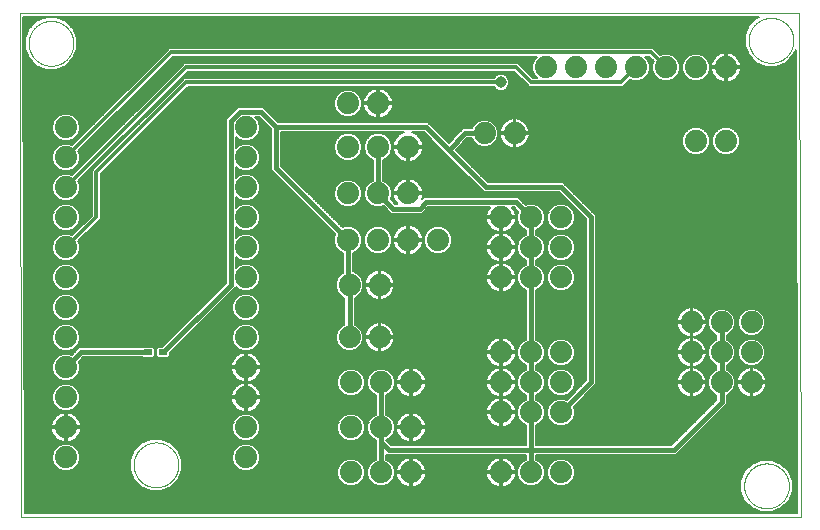
<source format=gbl>
G75*
%MOIN*%
%OFA0B0*%
%FSLAX25Y25*%
%IPPOS*%
%LPD*%
%AMOC8*
5,1,8,0,0,1.08239X$1,22.5*
%
%ADD10C,0.00000*%
%ADD11C,0.07400*%
%ADD12R,0.02756X0.01969*%
%ADD13C,0.00600*%
%ADD14C,0.01600*%
%ADD15C,0.01200*%
%ADD16C,0.03839*%
D10*
X0006300Y0005560D02*
X0005800Y0173761D01*
X0265721Y0173761D01*
X0266221Y0005560D01*
X0006300Y0005560D01*
X0043825Y0023060D02*
X0043827Y0023243D01*
X0043834Y0023427D01*
X0043845Y0023610D01*
X0043861Y0023793D01*
X0043881Y0023975D01*
X0043906Y0024157D01*
X0043935Y0024338D01*
X0043969Y0024518D01*
X0044007Y0024698D01*
X0044049Y0024876D01*
X0044096Y0025054D01*
X0044147Y0025230D01*
X0044202Y0025405D01*
X0044262Y0025578D01*
X0044326Y0025750D01*
X0044394Y0025921D01*
X0044466Y0026089D01*
X0044543Y0026256D01*
X0044623Y0026421D01*
X0044708Y0026584D01*
X0044796Y0026744D01*
X0044888Y0026903D01*
X0044985Y0027059D01*
X0045085Y0027213D01*
X0045189Y0027364D01*
X0045296Y0027513D01*
X0045407Y0027659D01*
X0045522Y0027802D01*
X0045640Y0027942D01*
X0045761Y0028080D01*
X0045886Y0028214D01*
X0046014Y0028346D01*
X0046146Y0028474D01*
X0046280Y0028599D01*
X0046418Y0028720D01*
X0046558Y0028838D01*
X0046701Y0028953D01*
X0046847Y0029064D01*
X0046996Y0029171D01*
X0047147Y0029275D01*
X0047301Y0029375D01*
X0047457Y0029472D01*
X0047616Y0029564D01*
X0047776Y0029652D01*
X0047939Y0029737D01*
X0048104Y0029817D01*
X0048271Y0029894D01*
X0048439Y0029966D01*
X0048610Y0030034D01*
X0048782Y0030098D01*
X0048955Y0030158D01*
X0049130Y0030213D01*
X0049306Y0030264D01*
X0049484Y0030311D01*
X0049662Y0030353D01*
X0049842Y0030391D01*
X0050022Y0030425D01*
X0050203Y0030454D01*
X0050385Y0030479D01*
X0050567Y0030499D01*
X0050750Y0030515D01*
X0050933Y0030526D01*
X0051117Y0030533D01*
X0051300Y0030535D01*
X0051483Y0030533D01*
X0051667Y0030526D01*
X0051850Y0030515D01*
X0052033Y0030499D01*
X0052215Y0030479D01*
X0052397Y0030454D01*
X0052578Y0030425D01*
X0052758Y0030391D01*
X0052938Y0030353D01*
X0053116Y0030311D01*
X0053294Y0030264D01*
X0053470Y0030213D01*
X0053645Y0030158D01*
X0053818Y0030098D01*
X0053990Y0030034D01*
X0054161Y0029966D01*
X0054329Y0029894D01*
X0054496Y0029817D01*
X0054661Y0029737D01*
X0054824Y0029652D01*
X0054984Y0029564D01*
X0055143Y0029472D01*
X0055299Y0029375D01*
X0055453Y0029275D01*
X0055604Y0029171D01*
X0055753Y0029064D01*
X0055899Y0028953D01*
X0056042Y0028838D01*
X0056182Y0028720D01*
X0056320Y0028599D01*
X0056454Y0028474D01*
X0056586Y0028346D01*
X0056714Y0028214D01*
X0056839Y0028080D01*
X0056960Y0027942D01*
X0057078Y0027802D01*
X0057193Y0027659D01*
X0057304Y0027513D01*
X0057411Y0027364D01*
X0057515Y0027213D01*
X0057615Y0027059D01*
X0057712Y0026903D01*
X0057804Y0026744D01*
X0057892Y0026584D01*
X0057977Y0026421D01*
X0058057Y0026256D01*
X0058134Y0026089D01*
X0058206Y0025921D01*
X0058274Y0025750D01*
X0058338Y0025578D01*
X0058398Y0025405D01*
X0058453Y0025230D01*
X0058504Y0025054D01*
X0058551Y0024876D01*
X0058593Y0024698D01*
X0058631Y0024518D01*
X0058665Y0024338D01*
X0058694Y0024157D01*
X0058719Y0023975D01*
X0058739Y0023793D01*
X0058755Y0023610D01*
X0058766Y0023427D01*
X0058773Y0023243D01*
X0058775Y0023060D01*
X0058773Y0022877D01*
X0058766Y0022693D01*
X0058755Y0022510D01*
X0058739Y0022327D01*
X0058719Y0022145D01*
X0058694Y0021963D01*
X0058665Y0021782D01*
X0058631Y0021602D01*
X0058593Y0021422D01*
X0058551Y0021244D01*
X0058504Y0021066D01*
X0058453Y0020890D01*
X0058398Y0020715D01*
X0058338Y0020542D01*
X0058274Y0020370D01*
X0058206Y0020199D01*
X0058134Y0020031D01*
X0058057Y0019864D01*
X0057977Y0019699D01*
X0057892Y0019536D01*
X0057804Y0019376D01*
X0057712Y0019217D01*
X0057615Y0019061D01*
X0057515Y0018907D01*
X0057411Y0018756D01*
X0057304Y0018607D01*
X0057193Y0018461D01*
X0057078Y0018318D01*
X0056960Y0018178D01*
X0056839Y0018040D01*
X0056714Y0017906D01*
X0056586Y0017774D01*
X0056454Y0017646D01*
X0056320Y0017521D01*
X0056182Y0017400D01*
X0056042Y0017282D01*
X0055899Y0017167D01*
X0055753Y0017056D01*
X0055604Y0016949D01*
X0055453Y0016845D01*
X0055299Y0016745D01*
X0055143Y0016648D01*
X0054984Y0016556D01*
X0054824Y0016468D01*
X0054661Y0016383D01*
X0054496Y0016303D01*
X0054329Y0016226D01*
X0054161Y0016154D01*
X0053990Y0016086D01*
X0053818Y0016022D01*
X0053645Y0015962D01*
X0053470Y0015907D01*
X0053294Y0015856D01*
X0053116Y0015809D01*
X0052938Y0015767D01*
X0052758Y0015729D01*
X0052578Y0015695D01*
X0052397Y0015666D01*
X0052215Y0015641D01*
X0052033Y0015621D01*
X0051850Y0015605D01*
X0051667Y0015594D01*
X0051483Y0015587D01*
X0051300Y0015585D01*
X0051117Y0015587D01*
X0050933Y0015594D01*
X0050750Y0015605D01*
X0050567Y0015621D01*
X0050385Y0015641D01*
X0050203Y0015666D01*
X0050022Y0015695D01*
X0049842Y0015729D01*
X0049662Y0015767D01*
X0049484Y0015809D01*
X0049306Y0015856D01*
X0049130Y0015907D01*
X0048955Y0015962D01*
X0048782Y0016022D01*
X0048610Y0016086D01*
X0048439Y0016154D01*
X0048271Y0016226D01*
X0048104Y0016303D01*
X0047939Y0016383D01*
X0047776Y0016468D01*
X0047616Y0016556D01*
X0047457Y0016648D01*
X0047301Y0016745D01*
X0047147Y0016845D01*
X0046996Y0016949D01*
X0046847Y0017056D01*
X0046701Y0017167D01*
X0046558Y0017282D01*
X0046418Y0017400D01*
X0046280Y0017521D01*
X0046146Y0017646D01*
X0046014Y0017774D01*
X0045886Y0017906D01*
X0045761Y0018040D01*
X0045640Y0018178D01*
X0045522Y0018318D01*
X0045407Y0018461D01*
X0045296Y0018607D01*
X0045189Y0018756D01*
X0045085Y0018907D01*
X0044985Y0019061D01*
X0044888Y0019217D01*
X0044796Y0019376D01*
X0044708Y0019536D01*
X0044623Y0019699D01*
X0044543Y0019864D01*
X0044466Y0020031D01*
X0044394Y0020199D01*
X0044326Y0020370D01*
X0044262Y0020542D01*
X0044202Y0020715D01*
X0044147Y0020890D01*
X0044096Y0021066D01*
X0044049Y0021244D01*
X0044007Y0021422D01*
X0043969Y0021602D01*
X0043935Y0021782D01*
X0043906Y0021963D01*
X0043881Y0022145D01*
X0043861Y0022327D01*
X0043845Y0022510D01*
X0043834Y0022693D01*
X0043827Y0022877D01*
X0043825Y0023060D01*
X0247325Y0016060D02*
X0247327Y0016243D01*
X0247334Y0016427D01*
X0247345Y0016610D01*
X0247361Y0016793D01*
X0247381Y0016975D01*
X0247406Y0017157D01*
X0247435Y0017338D01*
X0247469Y0017518D01*
X0247507Y0017698D01*
X0247549Y0017876D01*
X0247596Y0018054D01*
X0247647Y0018230D01*
X0247702Y0018405D01*
X0247762Y0018578D01*
X0247826Y0018750D01*
X0247894Y0018921D01*
X0247966Y0019089D01*
X0248043Y0019256D01*
X0248123Y0019421D01*
X0248208Y0019584D01*
X0248296Y0019744D01*
X0248388Y0019903D01*
X0248485Y0020059D01*
X0248585Y0020213D01*
X0248689Y0020364D01*
X0248796Y0020513D01*
X0248907Y0020659D01*
X0249022Y0020802D01*
X0249140Y0020942D01*
X0249261Y0021080D01*
X0249386Y0021214D01*
X0249514Y0021346D01*
X0249646Y0021474D01*
X0249780Y0021599D01*
X0249918Y0021720D01*
X0250058Y0021838D01*
X0250201Y0021953D01*
X0250347Y0022064D01*
X0250496Y0022171D01*
X0250647Y0022275D01*
X0250801Y0022375D01*
X0250957Y0022472D01*
X0251116Y0022564D01*
X0251276Y0022652D01*
X0251439Y0022737D01*
X0251604Y0022817D01*
X0251771Y0022894D01*
X0251939Y0022966D01*
X0252110Y0023034D01*
X0252282Y0023098D01*
X0252455Y0023158D01*
X0252630Y0023213D01*
X0252806Y0023264D01*
X0252984Y0023311D01*
X0253162Y0023353D01*
X0253342Y0023391D01*
X0253522Y0023425D01*
X0253703Y0023454D01*
X0253885Y0023479D01*
X0254067Y0023499D01*
X0254250Y0023515D01*
X0254433Y0023526D01*
X0254617Y0023533D01*
X0254800Y0023535D01*
X0254983Y0023533D01*
X0255167Y0023526D01*
X0255350Y0023515D01*
X0255533Y0023499D01*
X0255715Y0023479D01*
X0255897Y0023454D01*
X0256078Y0023425D01*
X0256258Y0023391D01*
X0256438Y0023353D01*
X0256616Y0023311D01*
X0256794Y0023264D01*
X0256970Y0023213D01*
X0257145Y0023158D01*
X0257318Y0023098D01*
X0257490Y0023034D01*
X0257661Y0022966D01*
X0257829Y0022894D01*
X0257996Y0022817D01*
X0258161Y0022737D01*
X0258324Y0022652D01*
X0258484Y0022564D01*
X0258643Y0022472D01*
X0258799Y0022375D01*
X0258953Y0022275D01*
X0259104Y0022171D01*
X0259253Y0022064D01*
X0259399Y0021953D01*
X0259542Y0021838D01*
X0259682Y0021720D01*
X0259820Y0021599D01*
X0259954Y0021474D01*
X0260086Y0021346D01*
X0260214Y0021214D01*
X0260339Y0021080D01*
X0260460Y0020942D01*
X0260578Y0020802D01*
X0260693Y0020659D01*
X0260804Y0020513D01*
X0260911Y0020364D01*
X0261015Y0020213D01*
X0261115Y0020059D01*
X0261212Y0019903D01*
X0261304Y0019744D01*
X0261392Y0019584D01*
X0261477Y0019421D01*
X0261557Y0019256D01*
X0261634Y0019089D01*
X0261706Y0018921D01*
X0261774Y0018750D01*
X0261838Y0018578D01*
X0261898Y0018405D01*
X0261953Y0018230D01*
X0262004Y0018054D01*
X0262051Y0017876D01*
X0262093Y0017698D01*
X0262131Y0017518D01*
X0262165Y0017338D01*
X0262194Y0017157D01*
X0262219Y0016975D01*
X0262239Y0016793D01*
X0262255Y0016610D01*
X0262266Y0016427D01*
X0262273Y0016243D01*
X0262275Y0016060D01*
X0262273Y0015877D01*
X0262266Y0015693D01*
X0262255Y0015510D01*
X0262239Y0015327D01*
X0262219Y0015145D01*
X0262194Y0014963D01*
X0262165Y0014782D01*
X0262131Y0014602D01*
X0262093Y0014422D01*
X0262051Y0014244D01*
X0262004Y0014066D01*
X0261953Y0013890D01*
X0261898Y0013715D01*
X0261838Y0013542D01*
X0261774Y0013370D01*
X0261706Y0013199D01*
X0261634Y0013031D01*
X0261557Y0012864D01*
X0261477Y0012699D01*
X0261392Y0012536D01*
X0261304Y0012376D01*
X0261212Y0012217D01*
X0261115Y0012061D01*
X0261015Y0011907D01*
X0260911Y0011756D01*
X0260804Y0011607D01*
X0260693Y0011461D01*
X0260578Y0011318D01*
X0260460Y0011178D01*
X0260339Y0011040D01*
X0260214Y0010906D01*
X0260086Y0010774D01*
X0259954Y0010646D01*
X0259820Y0010521D01*
X0259682Y0010400D01*
X0259542Y0010282D01*
X0259399Y0010167D01*
X0259253Y0010056D01*
X0259104Y0009949D01*
X0258953Y0009845D01*
X0258799Y0009745D01*
X0258643Y0009648D01*
X0258484Y0009556D01*
X0258324Y0009468D01*
X0258161Y0009383D01*
X0257996Y0009303D01*
X0257829Y0009226D01*
X0257661Y0009154D01*
X0257490Y0009086D01*
X0257318Y0009022D01*
X0257145Y0008962D01*
X0256970Y0008907D01*
X0256794Y0008856D01*
X0256616Y0008809D01*
X0256438Y0008767D01*
X0256258Y0008729D01*
X0256078Y0008695D01*
X0255897Y0008666D01*
X0255715Y0008641D01*
X0255533Y0008621D01*
X0255350Y0008605D01*
X0255167Y0008594D01*
X0254983Y0008587D01*
X0254800Y0008585D01*
X0254617Y0008587D01*
X0254433Y0008594D01*
X0254250Y0008605D01*
X0254067Y0008621D01*
X0253885Y0008641D01*
X0253703Y0008666D01*
X0253522Y0008695D01*
X0253342Y0008729D01*
X0253162Y0008767D01*
X0252984Y0008809D01*
X0252806Y0008856D01*
X0252630Y0008907D01*
X0252455Y0008962D01*
X0252282Y0009022D01*
X0252110Y0009086D01*
X0251939Y0009154D01*
X0251771Y0009226D01*
X0251604Y0009303D01*
X0251439Y0009383D01*
X0251276Y0009468D01*
X0251116Y0009556D01*
X0250957Y0009648D01*
X0250801Y0009745D01*
X0250647Y0009845D01*
X0250496Y0009949D01*
X0250347Y0010056D01*
X0250201Y0010167D01*
X0250058Y0010282D01*
X0249918Y0010400D01*
X0249780Y0010521D01*
X0249646Y0010646D01*
X0249514Y0010774D01*
X0249386Y0010906D01*
X0249261Y0011040D01*
X0249140Y0011178D01*
X0249022Y0011318D01*
X0248907Y0011461D01*
X0248796Y0011607D01*
X0248689Y0011756D01*
X0248585Y0011907D01*
X0248485Y0012061D01*
X0248388Y0012217D01*
X0248296Y0012376D01*
X0248208Y0012536D01*
X0248123Y0012699D01*
X0248043Y0012864D01*
X0247966Y0013031D01*
X0247894Y0013199D01*
X0247826Y0013370D01*
X0247762Y0013542D01*
X0247702Y0013715D01*
X0247647Y0013890D01*
X0247596Y0014066D01*
X0247549Y0014244D01*
X0247507Y0014422D01*
X0247469Y0014602D01*
X0247435Y0014782D01*
X0247406Y0014963D01*
X0247381Y0015145D01*
X0247361Y0015327D01*
X0247345Y0015510D01*
X0247334Y0015693D01*
X0247327Y0015877D01*
X0247325Y0016060D01*
X0248825Y0164560D02*
X0248827Y0164743D01*
X0248834Y0164927D01*
X0248845Y0165110D01*
X0248861Y0165293D01*
X0248881Y0165475D01*
X0248906Y0165657D01*
X0248935Y0165838D01*
X0248969Y0166018D01*
X0249007Y0166198D01*
X0249049Y0166376D01*
X0249096Y0166554D01*
X0249147Y0166730D01*
X0249202Y0166905D01*
X0249262Y0167078D01*
X0249326Y0167250D01*
X0249394Y0167421D01*
X0249466Y0167589D01*
X0249543Y0167756D01*
X0249623Y0167921D01*
X0249708Y0168084D01*
X0249796Y0168244D01*
X0249888Y0168403D01*
X0249985Y0168559D01*
X0250085Y0168713D01*
X0250189Y0168864D01*
X0250296Y0169013D01*
X0250407Y0169159D01*
X0250522Y0169302D01*
X0250640Y0169442D01*
X0250761Y0169580D01*
X0250886Y0169714D01*
X0251014Y0169846D01*
X0251146Y0169974D01*
X0251280Y0170099D01*
X0251418Y0170220D01*
X0251558Y0170338D01*
X0251701Y0170453D01*
X0251847Y0170564D01*
X0251996Y0170671D01*
X0252147Y0170775D01*
X0252301Y0170875D01*
X0252457Y0170972D01*
X0252616Y0171064D01*
X0252776Y0171152D01*
X0252939Y0171237D01*
X0253104Y0171317D01*
X0253271Y0171394D01*
X0253439Y0171466D01*
X0253610Y0171534D01*
X0253782Y0171598D01*
X0253955Y0171658D01*
X0254130Y0171713D01*
X0254306Y0171764D01*
X0254484Y0171811D01*
X0254662Y0171853D01*
X0254842Y0171891D01*
X0255022Y0171925D01*
X0255203Y0171954D01*
X0255385Y0171979D01*
X0255567Y0171999D01*
X0255750Y0172015D01*
X0255933Y0172026D01*
X0256117Y0172033D01*
X0256300Y0172035D01*
X0256483Y0172033D01*
X0256667Y0172026D01*
X0256850Y0172015D01*
X0257033Y0171999D01*
X0257215Y0171979D01*
X0257397Y0171954D01*
X0257578Y0171925D01*
X0257758Y0171891D01*
X0257938Y0171853D01*
X0258116Y0171811D01*
X0258294Y0171764D01*
X0258470Y0171713D01*
X0258645Y0171658D01*
X0258818Y0171598D01*
X0258990Y0171534D01*
X0259161Y0171466D01*
X0259329Y0171394D01*
X0259496Y0171317D01*
X0259661Y0171237D01*
X0259824Y0171152D01*
X0259984Y0171064D01*
X0260143Y0170972D01*
X0260299Y0170875D01*
X0260453Y0170775D01*
X0260604Y0170671D01*
X0260753Y0170564D01*
X0260899Y0170453D01*
X0261042Y0170338D01*
X0261182Y0170220D01*
X0261320Y0170099D01*
X0261454Y0169974D01*
X0261586Y0169846D01*
X0261714Y0169714D01*
X0261839Y0169580D01*
X0261960Y0169442D01*
X0262078Y0169302D01*
X0262193Y0169159D01*
X0262304Y0169013D01*
X0262411Y0168864D01*
X0262515Y0168713D01*
X0262615Y0168559D01*
X0262712Y0168403D01*
X0262804Y0168244D01*
X0262892Y0168084D01*
X0262977Y0167921D01*
X0263057Y0167756D01*
X0263134Y0167589D01*
X0263206Y0167421D01*
X0263274Y0167250D01*
X0263338Y0167078D01*
X0263398Y0166905D01*
X0263453Y0166730D01*
X0263504Y0166554D01*
X0263551Y0166376D01*
X0263593Y0166198D01*
X0263631Y0166018D01*
X0263665Y0165838D01*
X0263694Y0165657D01*
X0263719Y0165475D01*
X0263739Y0165293D01*
X0263755Y0165110D01*
X0263766Y0164927D01*
X0263773Y0164743D01*
X0263775Y0164560D01*
X0263773Y0164377D01*
X0263766Y0164193D01*
X0263755Y0164010D01*
X0263739Y0163827D01*
X0263719Y0163645D01*
X0263694Y0163463D01*
X0263665Y0163282D01*
X0263631Y0163102D01*
X0263593Y0162922D01*
X0263551Y0162744D01*
X0263504Y0162566D01*
X0263453Y0162390D01*
X0263398Y0162215D01*
X0263338Y0162042D01*
X0263274Y0161870D01*
X0263206Y0161699D01*
X0263134Y0161531D01*
X0263057Y0161364D01*
X0262977Y0161199D01*
X0262892Y0161036D01*
X0262804Y0160876D01*
X0262712Y0160717D01*
X0262615Y0160561D01*
X0262515Y0160407D01*
X0262411Y0160256D01*
X0262304Y0160107D01*
X0262193Y0159961D01*
X0262078Y0159818D01*
X0261960Y0159678D01*
X0261839Y0159540D01*
X0261714Y0159406D01*
X0261586Y0159274D01*
X0261454Y0159146D01*
X0261320Y0159021D01*
X0261182Y0158900D01*
X0261042Y0158782D01*
X0260899Y0158667D01*
X0260753Y0158556D01*
X0260604Y0158449D01*
X0260453Y0158345D01*
X0260299Y0158245D01*
X0260143Y0158148D01*
X0259984Y0158056D01*
X0259824Y0157968D01*
X0259661Y0157883D01*
X0259496Y0157803D01*
X0259329Y0157726D01*
X0259161Y0157654D01*
X0258990Y0157586D01*
X0258818Y0157522D01*
X0258645Y0157462D01*
X0258470Y0157407D01*
X0258294Y0157356D01*
X0258116Y0157309D01*
X0257938Y0157267D01*
X0257758Y0157229D01*
X0257578Y0157195D01*
X0257397Y0157166D01*
X0257215Y0157141D01*
X0257033Y0157121D01*
X0256850Y0157105D01*
X0256667Y0157094D01*
X0256483Y0157087D01*
X0256300Y0157085D01*
X0256117Y0157087D01*
X0255933Y0157094D01*
X0255750Y0157105D01*
X0255567Y0157121D01*
X0255385Y0157141D01*
X0255203Y0157166D01*
X0255022Y0157195D01*
X0254842Y0157229D01*
X0254662Y0157267D01*
X0254484Y0157309D01*
X0254306Y0157356D01*
X0254130Y0157407D01*
X0253955Y0157462D01*
X0253782Y0157522D01*
X0253610Y0157586D01*
X0253439Y0157654D01*
X0253271Y0157726D01*
X0253104Y0157803D01*
X0252939Y0157883D01*
X0252776Y0157968D01*
X0252616Y0158056D01*
X0252457Y0158148D01*
X0252301Y0158245D01*
X0252147Y0158345D01*
X0251996Y0158449D01*
X0251847Y0158556D01*
X0251701Y0158667D01*
X0251558Y0158782D01*
X0251418Y0158900D01*
X0251280Y0159021D01*
X0251146Y0159146D01*
X0251014Y0159274D01*
X0250886Y0159406D01*
X0250761Y0159540D01*
X0250640Y0159678D01*
X0250522Y0159818D01*
X0250407Y0159961D01*
X0250296Y0160107D01*
X0250189Y0160256D01*
X0250085Y0160407D01*
X0249985Y0160561D01*
X0249888Y0160717D01*
X0249796Y0160876D01*
X0249708Y0161036D01*
X0249623Y0161199D01*
X0249543Y0161364D01*
X0249466Y0161531D01*
X0249394Y0161699D01*
X0249326Y0161870D01*
X0249262Y0162042D01*
X0249202Y0162215D01*
X0249147Y0162390D01*
X0249096Y0162566D01*
X0249049Y0162744D01*
X0249007Y0162922D01*
X0248969Y0163102D01*
X0248935Y0163282D01*
X0248906Y0163463D01*
X0248881Y0163645D01*
X0248861Y0163827D01*
X0248845Y0164010D01*
X0248834Y0164193D01*
X0248827Y0164377D01*
X0248825Y0164560D01*
X0008825Y0163560D02*
X0008827Y0163743D01*
X0008834Y0163927D01*
X0008845Y0164110D01*
X0008861Y0164293D01*
X0008881Y0164475D01*
X0008906Y0164657D01*
X0008935Y0164838D01*
X0008969Y0165018D01*
X0009007Y0165198D01*
X0009049Y0165376D01*
X0009096Y0165554D01*
X0009147Y0165730D01*
X0009202Y0165905D01*
X0009262Y0166078D01*
X0009326Y0166250D01*
X0009394Y0166421D01*
X0009466Y0166589D01*
X0009543Y0166756D01*
X0009623Y0166921D01*
X0009708Y0167084D01*
X0009796Y0167244D01*
X0009888Y0167403D01*
X0009985Y0167559D01*
X0010085Y0167713D01*
X0010189Y0167864D01*
X0010296Y0168013D01*
X0010407Y0168159D01*
X0010522Y0168302D01*
X0010640Y0168442D01*
X0010761Y0168580D01*
X0010886Y0168714D01*
X0011014Y0168846D01*
X0011146Y0168974D01*
X0011280Y0169099D01*
X0011418Y0169220D01*
X0011558Y0169338D01*
X0011701Y0169453D01*
X0011847Y0169564D01*
X0011996Y0169671D01*
X0012147Y0169775D01*
X0012301Y0169875D01*
X0012457Y0169972D01*
X0012616Y0170064D01*
X0012776Y0170152D01*
X0012939Y0170237D01*
X0013104Y0170317D01*
X0013271Y0170394D01*
X0013439Y0170466D01*
X0013610Y0170534D01*
X0013782Y0170598D01*
X0013955Y0170658D01*
X0014130Y0170713D01*
X0014306Y0170764D01*
X0014484Y0170811D01*
X0014662Y0170853D01*
X0014842Y0170891D01*
X0015022Y0170925D01*
X0015203Y0170954D01*
X0015385Y0170979D01*
X0015567Y0170999D01*
X0015750Y0171015D01*
X0015933Y0171026D01*
X0016117Y0171033D01*
X0016300Y0171035D01*
X0016483Y0171033D01*
X0016667Y0171026D01*
X0016850Y0171015D01*
X0017033Y0170999D01*
X0017215Y0170979D01*
X0017397Y0170954D01*
X0017578Y0170925D01*
X0017758Y0170891D01*
X0017938Y0170853D01*
X0018116Y0170811D01*
X0018294Y0170764D01*
X0018470Y0170713D01*
X0018645Y0170658D01*
X0018818Y0170598D01*
X0018990Y0170534D01*
X0019161Y0170466D01*
X0019329Y0170394D01*
X0019496Y0170317D01*
X0019661Y0170237D01*
X0019824Y0170152D01*
X0019984Y0170064D01*
X0020143Y0169972D01*
X0020299Y0169875D01*
X0020453Y0169775D01*
X0020604Y0169671D01*
X0020753Y0169564D01*
X0020899Y0169453D01*
X0021042Y0169338D01*
X0021182Y0169220D01*
X0021320Y0169099D01*
X0021454Y0168974D01*
X0021586Y0168846D01*
X0021714Y0168714D01*
X0021839Y0168580D01*
X0021960Y0168442D01*
X0022078Y0168302D01*
X0022193Y0168159D01*
X0022304Y0168013D01*
X0022411Y0167864D01*
X0022515Y0167713D01*
X0022615Y0167559D01*
X0022712Y0167403D01*
X0022804Y0167244D01*
X0022892Y0167084D01*
X0022977Y0166921D01*
X0023057Y0166756D01*
X0023134Y0166589D01*
X0023206Y0166421D01*
X0023274Y0166250D01*
X0023338Y0166078D01*
X0023398Y0165905D01*
X0023453Y0165730D01*
X0023504Y0165554D01*
X0023551Y0165376D01*
X0023593Y0165198D01*
X0023631Y0165018D01*
X0023665Y0164838D01*
X0023694Y0164657D01*
X0023719Y0164475D01*
X0023739Y0164293D01*
X0023755Y0164110D01*
X0023766Y0163927D01*
X0023773Y0163743D01*
X0023775Y0163560D01*
X0023773Y0163377D01*
X0023766Y0163193D01*
X0023755Y0163010D01*
X0023739Y0162827D01*
X0023719Y0162645D01*
X0023694Y0162463D01*
X0023665Y0162282D01*
X0023631Y0162102D01*
X0023593Y0161922D01*
X0023551Y0161744D01*
X0023504Y0161566D01*
X0023453Y0161390D01*
X0023398Y0161215D01*
X0023338Y0161042D01*
X0023274Y0160870D01*
X0023206Y0160699D01*
X0023134Y0160531D01*
X0023057Y0160364D01*
X0022977Y0160199D01*
X0022892Y0160036D01*
X0022804Y0159876D01*
X0022712Y0159717D01*
X0022615Y0159561D01*
X0022515Y0159407D01*
X0022411Y0159256D01*
X0022304Y0159107D01*
X0022193Y0158961D01*
X0022078Y0158818D01*
X0021960Y0158678D01*
X0021839Y0158540D01*
X0021714Y0158406D01*
X0021586Y0158274D01*
X0021454Y0158146D01*
X0021320Y0158021D01*
X0021182Y0157900D01*
X0021042Y0157782D01*
X0020899Y0157667D01*
X0020753Y0157556D01*
X0020604Y0157449D01*
X0020453Y0157345D01*
X0020299Y0157245D01*
X0020143Y0157148D01*
X0019984Y0157056D01*
X0019824Y0156968D01*
X0019661Y0156883D01*
X0019496Y0156803D01*
X0019329Y0156726D01*
X0019161Y0156654D01*
X0018990Y0156586D01*
X0018818Y0156522D01*
X0018645Y0156462D01*
X0018470Y0156407D01*
X0018294Y0156356D01*
X0018116Y0156309D01*
X0017938Y0156267D01*
X0017758Y0156229D01*
X0017578Y0156195D01*
X0017397Y0156166D01*
X0017215Y0156141D01*
X0017033Y0156121D01*
X0016850Y0156105D01*
X0016667Y0156094D01*
X0016483Y0156087D01*
X0016300Y0156085D01*
X0016117Y0156087D01*
X0015933Y0156094D01*
X0015750Y0156105D01*
X0015567Y0156121D01*
X0015385Y0156141D01*
X0015203Y0156166D01*
X0015022Y0156195D01*
X0014842Y0156229D01*
X0014662Y0156267D01*
X0014484Y0156309D01*
X0014306Y0156356D01*
X0014130Y0156407D01*
X0013955Y0156462D01*
X0013782Y0156522D01*
X0013610Y0156586D01*
X0013439Y0156654D01*
X0013271Y0156726D01*
X0013104Y0156803D01*
X0012939Y0156883D01*
X0012776Y0156968D01*
X0012616Y0157056D01*
X0012457Y0157148D01*
X0012301Y0157245D01*
X0012147Y0157345D01*
X0011996Y0157449D01*
X0011847Y0157556D01*
X0011701Y0157667D01*
X0011558Y0157782D01*
X0011418Y0157900D01*
X0011280Y0158021D01*
X0011146Y0158146D01*
X0011014Y0158274D01*
X0010886Y0158406D01*
X0010761Y0158540D01*
X0010640Y0158678D01*
X0010522Y0158818D01*
X0010407Y0158961D01*
X0010296Y0159107D01*
X0010189Y0159256D01*
X0010085Y0159407D01*
X0009985Y0159561D01*
X0009888Y0159717D01*
X0009796Y0159876D01*
X0009708Y0160036D01*
X0009623Y0160199D01*
X0009543Y0160364D01*
X0009466Y0160531D01*
X0009394Y0160699D01*
X0009326Y0160870D01*
X0009262Y0161042D01*
X0009202Y0161215D01*
X0009147Y0161390D01*
X0009096Y0161566D01*
X0009049Y0161744D01*
X0009007Y0161922D01*
X0008969Y0162102D01*
X0008935Y0162282D01*
X0008906Y0162463D01*
X0008881Y0162645D01*
X0008861Y0162827D01*
X0008845Y0163010D01*
X0008834Y0163193D01*
X0008827Y0163377D01*
X0008825Y0163560D01*
D11*
X0021300Y0135560D03*
X0021300Y0125560D03*
X0021300Y0115560D03*
X0021300Y0105560D03*
X0021300Y0095560D03*
X0021300Y0085560D03*
X0021300Y0075560D03*
X0021300Y0065560D03*
X0021300Y0055560D03*
X0021300Y0045560D03*
X0021300Y0035560D03*
X0021300Y0025560D03*
X0081300Y0025560D03*
X0081300Y0035560D03*
X0081300Y0045560D03*
X0081300Y0055560D03*
X0081300Y0065560D03*
X0081300Y0075560D03*
X0081300Y0085560D03*
X0081300Y0095560D03*
X0081300Y0105560D03*
X0081300Y0115560D03*
X0081300Y0125560D03*
X0081300Y0135560D03*
X0115300Y0129060D03*
X0125300Y0129060D03*
X0135300Y0129060D03*
X0135300Y0113560D03*
X0125300Y0113560D03*
X0115300Y0113560D03*
X0115300Y0098060D03*
X0125300Y0098060D03*
X0135300Y0098060D03*
X0145300Y0098060D03*
X0166300Y0095560D03*
X0176300Y0095560D03*
X0186300Y0095560D03*
X0186300Y0105560D03*
X0176300Y0105560D03*
X0166300Y0105560D03*
X0166300Y0085560D03*
X0176300Y0085560D03*
X0186300Y0085560D03*
X0186300Y0060560D03*
X0176300Y0060560D03*
X0166300Y0060560D03*
X0166300Y0050560D03*
X0176300Y0050560D03*
X0186300Y0050560D03*
X0186300Y0040560D03*
X0176300Y0040560D03*
X0166300Y0040560D03*
X0166300Y0020560D03*
X0176300Y0020560D03*
X0186300Y0020560D03*
X0229800Y0050560D03*
X0239800Y0050560D03*
X0249800Y0050560D03*
X0249800Y0060560D03*
X0239800Y0060560D03*
X0229800Y0060560D03*
X0229800Y0070560D03*
X0239800Y0070560D03*
X0249800Y0070560D03*
X0241300Y0131060D03*
X0231300Y0131060D03*
X0231300Y0155560D03*
X0221300Y0155560D03*
X0211300Y0155560D03*
X0201300Y0155560D03*
X0191300Y0155560D03*
X0181300Y0155560D03*
X0170800Y0133560D03*
X0160800Y0133560D03*
X0125300Y0143560D03*
X0115300Y0143560D03*
X0115800Y0083060D03*
X0125800Y0083060D03*
X0125800Y0065560D03*
X0115800Y0065560D03*
X0116300Y0050560D03*
X0126300Y0050560D03*
X0136300Y0050560D03*
X0136300Y0035560D03*
X0126300Y0035560D03*
X0116300Y0035560D03*
X0116300Y0020560D03*
X0126300Y0020560D03*
X0136300Y0020560D03*
X0241300Y0155560D03*
D12*
X0053662Y0060560D03*
X0048544Y0060560D03*
D13*
X0050822Y0060835D02*
X0051384Y0060835D01*
X0051384Y0061433D02*
X0050822Y0061433D01*
X0050822Y0061917D02*
X0050822Y0059203D01*
X0050295Y0058676D01*
X0046793Y0058676D01*
X0046609Y0058860D01*
X0027004Y0058860D01*
X0025525Y0057381D01*
X0025900Y0056475D01*
X0025900Y0054645D01*
X0025200Y0052954D01*
X0023906Y0051660D01*
X0022215Y0050960D01*
X0020385Y0050960D01*
X0018694Y0051660D01*
X0017400Y0052954D01*
X0016700Y0054645D01*
X0016700Y0056475D01*
X0017400Y0058166D01*
X0018694Y0059460D01*
X0020385Y0060160D01*
X0022215Y0060160D01*
X0023121Y0059785D01*
X0024600Y0061264D01*
X0025596Y0062260D01*
X0046609Y0062260D01*
X0046793Y0062444D01*
X0050295Y0062444D01*
X0050822Y0061917D01*
X0050707Y0062032D02*
X0051499Y0062032D01*
X0051384Y0061917D02*
X0051384Y0059203D01*
X0051911Y0058676D01*
X0055413Y0058676D01*
X0055940Y0059203D01*
X0055940Y0060434D01*
X0076904Y0081398D01*
X0077900Y0082394D01*
X0077900Y0082455D01*
X0078694Y0081660D01*
X0080385Y0080960D01*
X0082215Y0080960D01*
X0083906Y0081660D01*
X0085200Y0082954D01*
X0085900Y0084645D01*
X0085900Y0086475D01*
X0085200Y0088166D01*
X0083906Y0089460D01*
X0082215Y0090160D01*
X0080385Y0090160D01*
X0078694Y0089460D01*
X0077900Y0088665D01*
X0077900Y0092455D01*
X0078694Y0091660D01*
X0080385Y0090960D01*
X0082215Y0090960D01*
X0083906Y0091660D01*
X0085200Y0092954D01*
X0085900Y0094645D01*
X0085900Y0096475D01*
X0085200Y0098166D01*
X0083906Y0099460D01*
X0082215Y0100160D01*
X0080385Y0100160D01*
X0078694Y0099460D01*
X0077900Y0098665D01*
X0077900Y0102455D01*
X0078694Y0101660D01*
X0080385Y0100960D01*
X0082215Y0100960D01*
X0083906Y0101660D01*
X0085200Y0102954D01*
X0085900Y0104645D01*
X0085900Y0106475D01*
X0085200Y0108166D01*
X0083906Y0109460D01*
X0082215Y0110160D01*
X0080385Y0110160D01*
X0078694Y0109460D01*
X0077900Y0108665D01*
X0077900Y0112455D01*
X0078694Y0111660D01*
X0080385Y0110960D01*
X0082215Y0110960D01*
X0083906Y0111660D01*
X0085200Y0112954D01*
X0085900Y0114645D01*
X0085900Y0116475D01*
X0085200Y0118166D01*
X0083906Y0119460D01*
X0082215Y0120160D01*
X0080385Y0120160D01*
X0078694Y0119460D01*
X0077900Y0118665D01*
X0077900Y0122455D01*
X0078694Y0121660D01*
X0080385Y0120960D01*
X0082215Y0120960D01*
X0083906Y0121660D01*
X0085200Y0122954D01*
X0085900Y0124645D01*
X0085900Y0126475D01*
X0085200Y0128166D01*
X0083906Y0129460D01*
X0082215Y0130160D01*
X0080385Y0130160D01*
X0078694Y0129460D01*
X0077900Y0128665D01*
X0077900Y0132455D01*
X0078694Y0131660D01*
X0080385Y0130960D01*
X0082215Y0130960D01*
X0083906Y0131660D01*
X0085200Y0132954D01*
X0085900Y0134645D01*
X0085900Y0136475D01*
X0085200Y0138166D01*
X0084405Y0138960D01*
X0085596Y0138960D01*
X0089600Y0134956D01*
X0089600Y0121356D01*
X0090596Y0120360D01*
X0111075Y0099881D01*
X0110700Y0098975D01*
X0110700Y0097145D01*
X0111400Y0095454D01*
X0112694Y0094160D01*
X0113600Y0093785D01*
X0113600Y0087128D01*
X0113194Y0086960D01*
X0111900Y0085666D01*
X0111200Y0083975D01*
X0111200Y0082145D01*
X0111900Y0080454D01*
X0113194Y0079160D01*
X0114100Y0078785D01*
X0114100Y0069835D01*
X0113194Y0069460D01*
X0111900Y0068166D01*
X0111200Y0066475D01*
X0111200Y0064645D01*
X0111900Y0062954D01*
X0113194Y0061660D01*
X0114885Y0060960D01*
X0116715Y0060960D01*
X0118406Y0061660D01*
X0119700Y0062954D01*
X0120400Y0064645D01*
X0120400Y0066475D01*
X0119700Y0068166D01*
X0118406Y0069460D01*
X0117500Y0069835D01*
X0117500Y0078785D01*
X0118406Y0079160D01*
X0119700Y0080454D01*
X0120400Y0082145D01*
X0120400Y0083975D01*
X0119700Y0085666D01*
X0118406Y0086960D01*
X0117000Y0087542D01*
X0117000Y0093785D01*
X0117906Y0094160D01*
X0119200Y0095454D01*
X0119900Y0097145D01*
X0119900Y0098975D01*
X0119200Y0100666D01*
X0117906Y0101960D01*
X0116215Y0102660D01*
X0114385Y0102660D01*
X0113479Y0102285D01*
X0093000Y0122764D01*
X0093000Y0133860D01*
X0133893Y0133860D01*
X0133381Y0133694D01*
X0132679Y0133336D01*
X0132043Y0132874D01*
X0131486Y0132317D01*
X0131024Y0131681D01*
X0130666Y0130979D01*
X0130423Y0130231D01*
X0130300Y0129453D01*
X0130300Y0129360D01*
X0135000Y0129360D01*
X0135000Y0128760D01*
X0130300Y0128760D01*
X0130300Y0128666D01*
X0130423Y0127889D01*
X0130666Y0127141D01*
X0131024Y0126439D01*
X0131486Y0125803D01*
X0132043Y0125246D01*
X0132679Y0124784D01*
X0133381Y0124426D01*
X0134129Y0124183D01*
X0134906Y0124060D01*
X0135000Y0124060D01*
X0135000Y0128760D01*
X0135600Y0128760D01*
X0135600Y0129360D01*
X0140300Y0129360D01*
X0140300Y0129453D01*
X0140177Y0130231D01*
X0139934Y0130979D01*
X0139576Y0131681D01*
X0139114Y0132317D01*
X0138557Y0132874D01*
X0137921Y0133336D01*
X0137219Y0133694D01*
X0136707Y0133860D01*
X0140596Y0133860D01*
X0147100Y0127356D01*
X0147100Y0127356D01*
X0148096Y0126360D01*
X0160596Y0113860D01*
X0185596Y0113860D01*
X0194600Y0104856D01*
X0194600Y0051264D01*
X0188121Y0044785D01*
X0187215Y0045160D01*
X0185385Y0045160D01*
X0183694Y0044460D01*
X0182400Y0043166D01*
X0181700Y0041475D01*
X0181700Y0039645D01*
X0182400Y0037954D01*
X0183694Y0036660D01*
X0185385Y0035960D01*
X0187215Y0035960D01*
X0188906Y0036660D01*
X0190200Y0037954D01*
X0190900Y0039645D01*
X0190900Y0041475D01*
X0190525Y0042381D01*
X0197004Y0048860D01*
X0198000Y0049856D01*
X0198000Y0106264D01*
X0187004Y0117260D01*
X0162004Y0117260D01*
X0151204Y0128060D01*
X0155004Y0131860D01*
X0156525Y0131860D01*
X0156900Y0130954D01*
X0158194Y0129660D01*
X0159885Y0128960D01*
X0161715Y0128960D01*
X0163406Y0129660D01*
X0164700Y0130954D01*
X0165400Y0132645D01*
X0165400Y0134475D01*
X0164700Y0136166D01*
X0163406Y0137460D01*
X0161715Y0138160D01*
X0159885Y0138160D01*
X0158194Y0137460D01*
X0156900Y0136166D01*
X0156525Y0135260D01*
X0153596Y0135260D01*
X0152600Y0134264D01*
X0148800Y0130464D01*
X0143000Y0136264D01*
X0142004Y0137260D01*
X0092104Y0137260D01*
X0092004Y0137360D01*
X0087004Y0142360D01*
X0078483Y0142360D01*
X0077488Y0141364D01*
X0075496Y0139372D01*
X0074500Y0138377D01*
X0074500Y0083802D01*
X0053142Y0062444D01*
X0051911Y0062444D01*
X0051384Y0061917D01*
X0051384Y0060236D02*
X0050822Y0060236D01*
X0050822Y0059638D02*
X0051384Y0059638D01*
X0051548Y0059039D02*
X0050659Y0059039D01*
X0053329Y0062630D02*
X0024876Y0062630D01*
X0025200Y0062954D02*
X0025900Y0064645D01*
X0025900Y0066475D01*
X0025200Y0068166D01*
X0023906Y0069460D01*
X0022215Y0070160D01*
X0020385Y0070160D01*
X0018694Y0069460D01*
X0017400Y0068166D01*
X0016700Y0066475D01*
X0016700Y0064645D01*
X0017400Y0062954D01*
X0018694Y0061660D01*
X0020385Y0060960D01*
X0022215Y0060960D01*
X0023906Y0061660D01*
X0025200Y0062954D01*
X0025313Y0063229D02*
X0053927Y0063229D01*
X0054526Y0063827D02*
X0025561Y0063827D01*
X0025809Y0064426D02*
X0055124Y0064426D01*
X0055723Y0065025D02*
X0025900Y0065025D01*
X0025900Y0065623D02*
X0056321Y0065623D01*
X0056920Y0066222D02*
X0025900Y0066222D01*
X0025757Y0066820D02*
X0057518Y0066820D01*
X0058117Y0067419D02*
X0025509Y0067419D01*
X0025261Y0068017D02*
X0058715Y0068017D01*
X0059314Y0068616D02*
X0024750Y0068616D01*
X0024151Y0069214D02*
X0059912Y0069214D01*
X0060511Y0069813D02*
X0023054Y0069813D01*
X0022335Y0071010D02*
X0061708Y0071010D01*
X0062306Y0071608D02*
X0023780Y0071608D01*
X0023906Y0071660D02*
X0025200Y0072954D01*
X0025900Y0074645D01*
X0025900Y0076475D01*
X0025200Y0078166D01*
X0023906Y0079460D01*
X0022215Y0080160D01*
X0020385Y0080160D01*
X0018694Y0079460D01*
X0017400Y0078166D01*
X0016700Y0076475D01*
X0016700Y0074645D01*
X0017400Y0072954D01*
X0018694Y0071660D01*
X0020385Y0070960D01*
X0022215Y0070960D01*
X0023906Y0071660D01*
X0024452Y0072207D02*
X0062905Y0072207D01*
X0063503Y0072805D02*
X0025051Y0072805D01*
X0025386Y0073404D02*
X0064102Y0073404D01*
X0064700Y0074002D02*
X0025634Y0074002D01*
X0025882Y0074601D02*
X0065299Y0074601D01*
X0065897Y0075199D02*
X0025900Y0075199D01*
X0025900Y0075798D02*
X0066496Y0075798D01*
X0067094Y0076396D02*
X0025900Y0076396D01*
X0025685Y0076995D02*
X0067693Y0076995D01*
X0068291Y0077593D02*
X0025437Y0077593D01*
X0025174Y0078192D02*
X0068890Y0078192D01*
X0069488Y0078790D02*
X0024575Y0078790D01*
X0023977Y0079389D02*
X0070087Y0079389D01*
X0070685Y0079987D02*
X0022632Y0079987D01*
X0022215Y0080960D02*
X0023906Y0081660D01*
X0025200Y0082954D01*
X0025900Y0084645D01*
X0025900Y0086475D01*
X0025200Y0088166D01*
X0023906Y0089460D01*
X0022215Y0090160D01*
X0020385Y0090160D01*
X0018694Y0089460D01*
X0017400Y0088166D01*
X0016700Y0086475D01*
X0016700Y0084645D01*
X0017400Y0082954D01*
X0018694Y0081660D01*
X0020385Y0080960D01*
X0022215Y0080960D01*
X0022757Y0081184D02*
X0071882Y0081184D01*
X0071284Y0080586D02*
X0007377Y0080586D01*
X0007375Y0081184D02*
X0019843Y0081184D01*
X0019968Y0079987D02*
X0007379Y0079987D01*
X0007381Y0079389D02*
X0018623Y0079389D01*
X0018025Y0078790D02*
X0007382Y0078790D01*
X0007384Y0078192D02*
X0017426Y0078192D01*
X0017163Y0077593D02*
X0007386Y0077593D01*
X0007388Y0076995D02*
X0016915Y0076995D01*
X0016700Y0076396D02*
X0007389Y0076396D01*
X0007391Y0075798D02*
X0016700Y0075798D01*
X0016700Y0075199D02*
X0007393Y0075199D01*
X0007395Y0074601D02*
X0016718Y0074601D01*
X0016966Y0074002D02*
X0007397Y0074002D01*
X0007398Y0073404D02*
X0017214Y0073404D01*
X0017549Y0072805D02*
X0007400Y0072805D01*
X0007402Y0072207D02*
X0018148Y0072207D01*
X0018820Y0071608D02*
X0007404Y0071608D01*
X0007405Y0071010D02*
X0020265Y0071010D01*
X0019546Y0069813D02*
X0007409Y0069813D01*
X0007407Y0070411D02*
X0061109Y0070411D01*
X0063523Y0068017D02*
X0077339Y0068017D01*
X0077400Y0068166D02*
X0076700Y0066475D01*
X0076700Y0064645D01*
X0077400Y0062954D01*
X0078694Y0061660D01*
X0080385Y0060960D01*
X0082215Y0060960D01*
X0083906Y0061660D01*
X0085200Y0062954D01*
X0085900Y0064645D01*
X0085900Y0066475D01*
X0085200Y0068166D01*
X0083906Y0069460D01*
X0082215Y0070160D01*
X0080385Y0070160D01*
X0078694Y0069460D01*
X0077400Y0068166D01*
X0077850Y0068616D02*
X0064122Y0068616D01*
X0064720Y0069214D02*
X0078449Y0069214D01*
X0079546Y0069813D02*
X0065319Y0069813D01*
X0065917Y0070411D02*
X0114100Y0070411D01*
X0114100Y0071010D02*
X0082335Y0071010D01*
X0082215Y0070960D02*
X0083906Y0071660D01*
X0085200Y0072954D01*
X0085900Y0074645D01*
X0085900Y0076475D01*
X0085200Y0078166D01*
X0083906Y0079460D01*
X0082215Y0080160D01*
X0080385Y0080160D01*
X0078694Y0079460D01*
X0077400Y0078166D01*
X0076700Y0076475D01*
X0076700Y0074645D01*
X0077400Y0072954D01*
X0078694Y0071660D01*
X0080385Y0070960D01*
X0082215Y0070960D01*
X0083054Y0069813D02*
X0114046Y0069813D01*
X0112949Y0069214D02*
X0084151Y0069214D01*
X0084750Y0068616D02*
X0112350Y0068616D01*
X0111839Y0068017D02*
X0085261Y0068017D01*
X0085509Y0067419D02*
X0111591Y0067419D01*
X0111343Y0066820D02*
X0085757Y0066820D01*
X0085900Y0066222D02*
X0111200Y0066222D01*
X0111200Y0065623D02*
X0085900Y0065623D01*
X0085900Y0065025D02*
X0111200Y0065025D01*
X0111291Y0064426D02*
X0085809Y0064426D01*
X0085561Y0063827D02*
X0111539Y0063827D01*
X0111787Y0063229D02*
X0085313Y0063229D01*
X0084876Y0062630D02*
X0112224Y0062630D01*
X0112823Y0062032D02*
X0084277Y0062032D01*
X0083358Y0061433D02*
X0113742Y0061433D01*
X0117858Y0061433D02*
X0122973Y0061433D01*
X0123179Y0061284D02*
X0123881Y0060926D01*
X0124629Y0060683D01*
X0125406Y0060560D01*
X0125500Y0060560D01*
X0125500Y0065260D01*
X0120800Y0065260D01*
X0120800Y0065166D01*
X0120923Y0064389D01*
X0121166Y0063641D01*
X0121524Y0062939D01*
X0121986Y0062303D01*
X0122543Y0061746D01*
X0123179Y0061284D01*
X0124162Y0060835D02*
X0056341Y0060835D01*
X0055940Y0060236D02*
X0079512Y0060236D01*
X0079381Y0060194D02*
X0078679Y0059836D01*
X0078043Y0059374D01*
X0077486Y0058817D01*
X0077024Y0058181D01*
X0076666Y0057479D01*
X0076423Y0056731D01*
X0076300Y0055953D01*
X0076300Y0055860D01*
X0081000Y0055860D01*
X0081000Y0060560D01*
X0080906Y0060560D01*
X0080129Y0060437D01*
X0079381Y0060194D01*
X0078406Y0059638D02*
X0055940Y0059638D01*
X0055777Y0059039D02*
X0077708Y0059039D01*
X0077213Y0058441D02*
X0026585Y0058441D01*
X0025987Y0057842D02*
X0076851Y0057842D01*
X0076590Y0057244D02*
X0025582Y0057244D01*
X0025829Y0056645D02*
X0076410Y0056645D01*
X0076315Y0056047D02*
X0025900Y0056047D01*
X0025900Y0055448D02*
X0081000Y0055448D01*
X0081000Y0055260D02*
X0076300Y0055260D01*
X0076300Y0055166D01*
X0076423Y0054389D01*
X0076666Y0053641D01*
X0077024Y0052939D01*
X0077486Y0052303D01*
X0078043Y0051746D01*
X0078679Y0051284D01*
X0079381Y0050926D01*
X0080129Y0050683D01*
X0080906Y0050560D01*
X0080129Y0050437D01*
X0079381Y0050194D01*
X0078679Y0049836D01*
X0078043Y0049374D01*
X0077486Y0048817D01*
X0077024Y0048181D01*
X0076666Y0047479D01*
X0076423Y0046731D01*
X0076300Y0045953D01*
X0076300Y0045860D01*
X0081000Y0045860D01*
X0081000Y0050560D01*
X0081000Y0055260D01*
X0081000Y0055860D01*
X0081600Y0055860D01*
X0081600Y0060560D01*
X0081694Y0060560D01*
X0082471Y0060437D01*
X0083219Y0060194D01*
X0083921Y0059836D01*
X0084557Y0059374D01*
X0085114Y0058817D01*
X0085576Y0058181D01*
X0085934Y0057479D01*
X0086177Y0056731D01*
X0086300Y0055953D01*
X0086300Y0055860D01*
X0081600Y0055860D01*
X0081600Y0055260D01*
X0086300Y0055260D01*
X0086300Y0055166D01*
X0086177Y0054389D01*
X0085934Y0053641D01*
X0085576Y0052939D01*
X0085114Y0052303D01*
X0084557Y0051746D01*
X0083921Y0051284D01*
X0083219Y0050926D01*
X0082471Y0050683D01*
X0081694Y0050560D01*
X0081600Y0050560D01*
X0081694Y0050560D01*
X0082471Y0050437D01*
X0083219Y0050194D01*
X0083921Y0049836D01*
X0084557Y0049374D01*
X0085114Y0048817D01*
X0085576Y0048181D01*
X0085934Y0047479D01*
X0086177Y0046731D01*
X0086300Y0045953D01*
X0086300Y0045860D01*
X0081600Y0045860D01*
X0081000Y0045860D01*
X0081000Y0045260D01*
X0076300Y0045260D01*
X0076300Y0045166D01*
X0076423Y0044389D01*
X0076666Y0043641D01*
X0077024Y0042939D01*
X0077486Y0042303D01*
X0078043Y0041746D01*
X0078679Y0041284D01*
X0079381Y0040926D01*
X0080129Y0040683D01*
X0080906Y0040560D01*
X0081000Y0040560D01*
X0081000Y0045260D01*
X0081600Y0045260D01*
X0081600Y0045860D01*
X0081600Y0050560D01*
X0081600Y0055260D01*
X0081000Y0055260D01*
X0081000Y0054850D02*
X0081600Y0054850D01*
X0081600Y0055448D02*
X0135202Y0055448D01*
X0135129Y0055437D02*
X0134381Y0055194D01*
X0133679Y0054836D01*
X0133043Y0054374D01*
X0132486Y0053817D01*
X0132024Y0053181D01*
X0131666Y0052479D01*
X0131423Y0051731D01*
X0131300Y0050953D01*
X0131300Y0050860D01*
X0136000Y0050860D01*
X0136000Y0055560D01*
X0135906Y0055560D01*
X0135129Y0055437D01*
X0136000Y0055448D02*
X0136600Y0055448D01*
X0136600Y0055560D02*
X0136600Y0050860D01*
X0136000Y0050860D01*
X0136000Y0050260D01*
X0131300Y0050260D01*
X0131300Y0050166D01*
X0131423Y0049389D01*
X0131666Y0048641D01*
X0132024Y0047939D01*
X0132486Y0047303D01*
X0133043Y0046746D01*
X0133679Y0046284D01*
X0134381Y0045926D01*
X0135129Y0045683D01*
X0135906Y0045560D01*
X0136000Y0045560D01*
X0136000Y0050260D01*
X0136600Y0050260D01*
X0136600Y0050860D01*
X0141300Y0050860D01*
X0141300Y0050953D01*
X0141177Y0051731D01*
X0140934Y0052479D01*
X0140576Y0053181D01*
X0140114Y0053817D01*
X0139557Y0054374D01*
X0138921Y0054836D01*
X0138219Y0055194D01*
X0137471Y0055437D01*
X0136694Y0055560D01*
X0136600Y0055560D01*
X0136600Y0054850D02*
X0136000Y0054850D01*
X0136000Y0054251D02*
X0136600Y0054251D01*
X0136600Y0053653D02*
X0136000Y0053653D01*
X0136000Y0053054D02*
X0136600Y0053054D01*
X0136600Y0052456D02*
X0136000Y0052456D01*
X0136000Y0051857D02*
X0136600Y0051857D01*
X0136600Y0051259D02*
X0136000Y0051259D01*
X0136000Y0050660D02*
X0130900Y0050660D01*
X0130900Y0050062D02*
X0131317Y0050062D01*
X0130900Y0049645D02*
X0130900Y0051475D01*
X0130200Y0053166D01*
X0128906Y0054460D01*
X0127215Y0055160D01*
X0125385Y0055160D01*
X0123694Y0054460D01*
X0122400Y0053166D01*
X0121700Y0051475D01*
X0121700Y0049645D01*
X0122400Y0047954D01*
X0123694Y0046660D01*
X0124600Y0046285D01*
X0124600Y0039835D01*
X0123694Y0039460D01*
X0122400Y0038166D01*
X0121700Y0036475D01*
X0121700Y0034645D01*
X0122400Y0032954D01*
X0123694Y0031660D01*
X0124600Y0031285D01*
X0124600Y0024835D01*
X0123694Y0024460D01*
X0122400Y0023166D01*
X0121700Y0021475D01*
X0121700Y0019645D01*
X0122400Y0017954D01*
X0123694Y0016660D01*
X0125385Y0015960D01*
X0127215Y0015960D01*
X0128906Y0016660D01*
X0130200Y0017954D01*
X0130900Y0019645D01*
X0130900Y0021475D01*
X0130200Y0023166D01*
X0128906Y0024460D01*
X0128000Y0024835D01*
X0128000Y0026456D01*
X0128096Y0026360D01*
X0174600Y0026360D01*
X0174600Y0024835D01*
X0173694Y0024460D01*
X0172400Y0023166D01*
X0171700Y0021475D01*
X0171700Y0019645D01*
X0172400Y0017954D01*
X0173694Y0016660D01*
X0175385Y0015960D01*
X0177215Y0015960D01*
X0178906Y0016660D01*
X0180200Y0017954D01*
X0180900Y0019645D01*
X0180900Y0021475D01*
X0180200Y0023166D01*
X0178906Y0024460D01*
X0178000Y0024835D01*
X0178000Y0026360D01*
X0224504Y0026360D01*
X0240504Y0042360D01*
X0241500Y0043356D01*
X0241500Y0046285D01*
X0242406Y0046660D01*
X0243700Y0047954D01*
X0244400Y0049645D01*
X0244400Y0051475D01*
X0243700Y0053166D01*
X0242406Y0054460D01*
X0241500Y0054835D01*
X0241500Y0056285D01*
X0242406Y0056660D01*
X0243700Y0057954D01*
X0244400Y0059645D01*
X0244400Y0061475D01*
X0243700Y0063166D01*
X0242406Y0064460D01*
X0241500Y0064835D01*
X0241500Y0066285D01*
X0242406Y0066660D01*
X0243700Y0067954D01*
X0244400Y0069645D01*
X0244400Y0071475D01*
X0243700Y0073166D01*
X0242406Y0074460D01*
X0240715Y0075160D01*
X0238885Y0075160D01*
X0237194Y0074460D01*
X0235900Y0073166D01*
X0235200Y0071475D01*
X0235200Y0069645D01*
X0235900Y0067954D01*
X0237194Y0066660D01*
X0238100Y0066285D01*
X0238100Y0064835D01*
X0237194Y0064460D01*
X0235900Y0063166D01*
X0235200Y0061475D01*
X0235200Y0059645D01*
X0235900Y0057954D01*
X0237194Y0056660D01*
X0238100Y0056285D01*
X0238100Y0054835D01*
X0237194Y0054460D01*
X0235900Y0053166D01*
X0235200Y0051475D01*
X0235200Y0049645D01*
X0235900Y0047954D01*
X0237194Y0046660D01*
X0238100Y0046285D01*
X0238100Y0044764D01*
X0223096Y0029760D01*
X0178000Y0029760D01*
X0178000Y0036285D01*
X0178906Y0036660D01*
X0180200Y0037954D01*
X0180900Y0039645D01*
X0180900Y0041475D01*
X0180200Y0043166D01*
X0178906Y0044460D01*
X0178000Y0044835D01*
X0178000Y0046285D01*
X0178906Y0046660D01*
X0180200Y0047954D01*
X0180900Y0049645D01*
X0180900Y0051475D01*
X0180200Y0053166D01*
X0178906Y0054460D01*
X0178000Y0054835D01*
X0178000Y0056285D01*
X0178906Y0056660D01*
X0180200Y0057954D01*
X0180900Y0059645D01*
X0180900Y0061475D01*
X0180200Y0063166D01*
X0178906Y0064460D01*
X0178000Y0064835D01*
X0178000Y0081285D01*
X0178906Y0081660D01*
X0180200Y0082954D01*
X0180900Y0084645D01*
X0180900Y0086475D01*
X0180200Y0088166D01*
X0178906Y0089460D01*
X0178000Y0089835D01*
X0178000Y0091285D01*
X0178906Y0091660D01*
X0180200Y0092954D01*
X0180900Y0094645D01*
X0180900Y0096475D01*
X0180200Y0098166D01*
X0178906Y0099460D01*
X0178000Y0099835D01*
X0178000Y0101285D01*
X0178906Y0101660D01*
X0180200Y0102954D01*
X0180900Y0104645D01*
X0180900Y0106475D01*
X0180200Y0108166D01*
X0178906Y0109460D01*
X0177215Y0110160D01*
X0175385Y0110160D01*
X0174479Y0109785D01*
X0171904Y0112360D01*
X0140696Y0112360D01*
X0139889Y0111553D01*
X0139934Y0111641D01*
X0140177Y0112389D01*
X0140300Y0113166D01*
X0140300Y0113260D01*
X0135600Y0113260D01*
X0135600Y0113860D01*
X0135000Y0113860D01*
X0135000Y0118560D01*
X0134906Y0118560D01*
X0134129Y0118437D01*
X0133381Y0118194D01*
X0132679Y0117836D01*
X0132043Y0117374D01*
X0131486Y0116817D01*
X0131024Y0116181D01*
X0130666Y0115479D01*
X0130423Y0114731D01*
X0130300Y0113953D01*
X0130300Y0113860D01*
X0135000Y0113860D01*
X0135000Y0113260D01*
X0130300Y0113260D01*
X0130300Y0113166D01*
X0130423Y0112389D01*
X0130666Y0111641D01*
X0131024Y0110939D01*
X0131486Y0110303D01*
X0131629Y0110160D01*
X0131104Y0110160D01*
X0129525Y0111739D01*
X0129900Y0112645D01*
X0129900Y0114475D01*
X0129200Y0116166D01*
X0127906Y0117460D01*
X0127000Y0117835D01*
X0127000Y0124785D01*
X0127906Y0125160D01*
X0129200Y0126454D01*
X0129900Y0128145D01*
X0129900Y0129975D01*
X0129200Y0131666D01*
X0127906Y0132960D01*
X0126215Y0133660D01*
X0124385Y0133660D01*
X0122694Y0132960D01*
X0121400Y0131666D01*
X0120700Y0129975D01*
X0120700Y0128145D01*
X0121400Y0126454D01*
X0122694Y0125160D01*
X0123600Y0124785D01*
X0123600Y0117835D01*
X0122694Y0117460D01*
X0121400Y0116166D01*
X0120700Y0114475D01*
X0120700Y0112645D01*
X0121400Y0110954D01*
X0122694Y0109660D01*
X0124385Y0108960D01*
X0126215Y0108960D01*
X0127121Y0109335D01*
X0129696Y0106760D01*
X0139904Y0106760D01*
X0142104Y0108960D01*
X0162629Y0108960D01*
X0162486Y0108817D01*
X0162024Y0108181D01*
X0161666Y0107479D01*
X0161423Y0106731D01*
X0161300Y0105953D01*
X0161300Y0105860D01*
X0166000Y0105860D01*
X0166000Y0105260D01*
X0161300Y0105260D01*
X0161300Y0105166D01*
X0161423Y0104389D01*
X0161666Y0103641D01*
X0162024Y0102939D01*
X0162486Y0102303D01*
X0163043Y0101746D01*
X0163679Y0101284D01*
X0164381Y0100926D01*
X0165129Y0100683D01*
X0165906Y0100560D01*
X0165129Y0100437D01*
X0164381Y0100194D01*
X0163679Y0099836D01*
X0163043Y0099374D01*
X0162486Y0098817D01*
X0162024Y0098181D01*
X0161666Y0097479D01*
X0161423Y0096731D01*
X0161300Y0095953D01*
X0161300Y0095860D01*
X0166000Y0095860D01*
X0166000Y0100560D01*
X0166000Y0105260D01*
X0166600Y0105260D01*
X0166600Y0105860D01*
X0171300Y0105860D01*
X0171300Y0105953D01*
X0171177Y0106731D01*
X0170934Y0107479D01*
X0170576Y0108181D01*
X0170114Y0108817D01*
X0169971Y0108960D01*
X0170496Y0108960D01*
X0172075Y0107381D01*
X0171700Y0106475D01*
X0171700Y0104645D01*
X0172400Y0102954D01*
X0173694Y0101660D01*
X0174600Y0101285D01*
X0174600Y0099835D01*
X0173694Y0099460D01*
X0172400Y0098166D01*
X0171700Y0096475D01*
X0171700Y0094645D01*
X0172400Y0092954D01*
X0173694Y0091660D01*
X0174600Y0091285D01*
X0174600Y0089835D01*
X0173694Y0089460D01*
X0172400Y0088166D01*
X0171700Y0086475D01*
X0171700Y0084645D01*
X0172400Y0082954D01*
X0173694Y0081660D01*
X0174600Y0081285D01*
X0174600Y0064835D01*
X0173694Y0064460D01*
X0172400Y0063166D01*
X0171700Y0061475D01*
X0171700Y0059645D01*
X0172400Y0057954D01*
X0173694Y0056660D01*
X0174600Y0056285D01*
X0174600Y0054835D01*
X0173694Y0054460D01*
X0172400Y0053166D01*
X0171700Y0051475D01*
X0171700Y0049645D01*
X0172400Y0047954D01*
X0173694Y0046660D01*
X0174600Y0046285D01*
X0174600Y0044835D01*
X0173694Y0044460D01*
X0172400Y0043166D01*
X0171700Y0041475D01*
X0171700Y0039645D01*
X0172400Y0037954D01*
X0173694Y0036660D01*
X0174600Y0036285D01*
X0174600Y0029760D01*
X0129504Y0029760D01*
X0128000Y0031264D01*
X0128000Y0031285D01*
X0128906Y0031660D01*
X0130200Y0032954D01*
X0130900Y0034645D01*
X0130900Y0036475D01*
X0130200Y0038166D01*
X0128906Y0039460D01*
X0128000Y0039835D01*
X0128000Y0046285D01*
X0128906Y0046660D01*
X0130200Y0047954D01*
X0130900Y0049645D01*
X0130825Y0049463D02*
X0131411Y0049463D01*
X0131594Y0048865D02*
X0130577Y0048865D01*
X0130329Y0048266D02*
X0131857Y0048266D01*
X0132221Y0047668D02*
X0129913Y0047668D01*
X0129315Y0047069D02*
X0132720Y0047069D01*
X0133422Y0046471D02*
X0128448Y0046471D01*
X0128000Y0045872D02*
X0134547Y0045872D01*
X0136000Y0045872D02*
X0136600Y0045872D01*
X0136600Y0045560D02*
X0136694Y0045560D01*
X0137471Y0045683D01*
X0138219Y0045926D01*
X0138921Y0046284D01*
X0139557Y0046746D01*
X0140114Y0047303D01*
X0140576Y0047939D01*
X0140934Y0048641D01*
X0141177Y0049389D01*
X0141300Y0050166D01*
X0141300Y0050260D01*
X0136600Y0050260D01*
X0136600Y0045560D01*
X0136600Y0046471D02*
X0136000Y0046471D01*
X0136000Y0047069D02*
X0136600Y0047069D01*
X0136600Y0047668D02*
X0136000Y0047668D01*
X0136000Y0048266D02*
X0136600Y0048266D01*
X0136600Y0048865D02*
X0136000Y0048865D01*
X0136000Y0049463D02*
X0136600Y0049463D01*
X0136600Y0050062D02*
X0136000Y0050062D01*
X0136600Y0050660D02*
X0166000Y0050660D01*
X0166000Y0050860D02*
X0166000Y0050260D01*
X0161300Y0050260D01*
X0161300Y0050166D01*
X0161423Y0049389D01*
X0161666Y0048641D01*
X0162024Y0047939D01*
X0162486Y0047303D01*
X0163043Y0046746D01*
X0163679Y0046284D01*
X0164381Y0045926D01*
X0165129Y0045683D01*
X0165906Y0045560D01*
X0166000Y0045560D01*
X0166000Y0050260D01*
X0166600Y0050260D01*
X0166600Y0050860D01*
X0166000Y0050860D01*
X0166000Y0055560D01*
X0166000Y0060260D01*
X0161300Y0060260D01*
X0161300Y0060166D01*
X0161423Y0059389D01*
X0161666Y0058641D01*
X0162024Y0057939D01*
X0162486Y0057303D01*
X0163043Y0056746D01*
X0163679Y0056284D01*
X0164381Y0055926D01*
X0165129Y0055683D01*
X0165906Y0055560D01*
X0165129Y0055437D01*
X0164381Y0055194D01*
X0163679Y0054836D01*
X0163043Y0054374D01*
X0162486Y0053817D01*
X0162024Y0053181D01*
X0161666Y0052479D01*
X0161423Y0051731D01*
X0161300Y0050953D01*
X0161300Y0050860D01*
X0166000Y0050860D01*
X0166000Y0051259D02*
X0166600Y0051259D01*
X0166600Y0050860D02*
X0166600Y0055560D01*
X0166694Y0055560D01*
X0166600Y0055560D01*
X0166600Y0060260D01*
X0166600Y0060860D01*
X0166000Y0060860D01*
X0166000Y0065560D01*
X0165906Y0065560D01*
X0165129Y0065437D01*
X0164381Y0065194D01*
X0163679Y0064836D01*
X0163043Y0064374D01*
X0162486Y0063817D01*
X0162024Y0063181D01*
X0161666Y0062479D01*
X0161423Y0061731D01*
X0161300Y0060953D01*
X0161300Y0060860D01*
X0166000Y0060860D01*
X0166000Y0060260D01*
X0166600Y0060260D01*
X0171300Y0060260D01*
X0171300Y0060166D01*
X0171177Y0059389D01*
X0170934Y0058641D01*
X0170576Y0057939D01*
X0170114Y0057303D01*
X0169557Y0056746D01*
X0168921Y0056284D01*
X0168219Y0055926D01*
X0167471Y0055683D01*
X0166694Y0055560D01*
X0167471Y0055437D01*
X0168219Y0055194D01*
X0168921Y0054836D01*
X0169557Y0054374D01*
X0170114Y0053817D01*
X0170576Y0053181D01*
X0170934Y0052479D01*
X0171177Y0051731D01*
X0171300Y0050953D01*
X0171300Y0050860D01*
X0166600Y0050860D01*
X0166600Y0050660D02*
X0171700Y0050660D01*
X0171300Y0050260D02*
X0166600Y0050260D01*
X0166600Y0045560D01*
X0166694Y0045560D01*
X0167471Y0045683D01*
X0168219Y0045926D01*
X0168921Y0046284D01*
X0169557Y0046746D01*
X0170114Y0047303D01*
X0170576Y0047939D01*
X0170934Y0048641D01*
X0171177Y0049389D01*
X0171300Y0050166D01*
X0171300Y0050260D01*
X0171283Y0050062D02*
X0171700Y0050062D01*
X0171775Y0049463D02*
X0171189Y0049463D01*
X0171006Y0048865D02*
X0172023Y0048865D01*
X0172271Y0048266D02*
X0170743Y0048266D01*
X0170379Y0047668D02*
X0172687Y0047668D01*
X0173285Y0047069D02*
X0169880Y0047069D01*
X0169178Y0046471D02*
X0174152Y0046471D01*
X0174600Y0045872D02*
X0168053Y0045872D01*
X0167973Y0045274D02*
X0174600Y0045274D01*
X0174214Y0044675D02*
X0169142Y0044675D01*
X0168921Y0044836D02*
X0169557Y0044374D01*
X0170114Y0043817D01*
X0170576Y0043181D01*
X0170934Y0042479D01*
X0171177Y0041731D01*
X0171300Y0040953D01*
X0171300Y0040860D01*
X0166600Y0040860D01*
X0166000Y0040860D01*
X0166000Y0045560D01*
X0165906Y0045560D01*
X0165129Y0045437D01*
X0164381Y0045194D01*
X0163679Y0044836D01*
X0163043Y0044374D01*
X0162486Y0043817D01*
X0162024Y0043181D01*
X0161666Y0042479D01*
X0161423Y0041731D01*
X0161300Y0040953D01*
X0161300Y0040860D01*
X0166000Y0040860D01*
X0166000Y0040260D01*
X0161300Y0040260D01*
X0161300Y0040166D01*
X0161423Y0039389D01*
X0161666Y0038641D01*
X0162024Y0037939D01*
X0162486Y0037303D01*
X0163043Y0036746D01*
X0163679Y0036284D01*
X0164381Y0035926D01*
X0165129Y0035683D01*
X0165906Y0035560D01*
X0166000Y0035560D01*
X0166000Y0040260D01*
X0166600Y0040260D01*
X0166600Y0040860D01*
X0166600Y0045560D01*
X0166694Y0045560D01*
X0167471Y0045437D01*
X0168219Y0045194D01*
X0168921Y0044836D01*
X0169854Y0044077D02*
X0173311Y0044077D01*
X0172713Y0043478D02*
X0170360Y0043478D01*
X0170730Y0042880D02*
X0172282Y0042880D01*
X0172034Y0042281D02*
X0170998Y0042281D01*
X0171185Y0041683D02*
X0171786Y0041683D01*
X0171700Y0041084D02*
X0171279Y0041084D01*
X0171700Y0040486D02*
X0166600Y0040486D01*
X0166600Y0040260D02*
X0171300Y0040260D01*
X0171300Y0040166D01*
X0171177Y0039389D01*
X0170934Y0038641D01*
X0170576Y0037939D01*
X0170114Y0037303D01*
X0169557Y0036746D01*
X0168921Y0036284D01*
X0168219Y0035926D01*
X0167471Y0035683D01*
X0166694Y0035560D01*
X0166600Y0035560D01*
X0166600Y0040260D01*
X0166600Y0039887D02*
X0166000Y0039887D01*
X0166000Y0039289D02*
X0166600Y0039289D01*
X0166600Y0038690D02*
X0166000Y0038690D01*
X0166000Y0038092D02*
X0166600Y0038092D01*
X0166600Y0037493D02*
X0166000Y0037493D01*
X0166000Y0036894D02*
X0166600Y0036894D01*
X0166600Y0036296D02*
X0166000Y0036296D01*
X0166000Y0035697D02*
X0166600Y0035697D01*
X0167515Y0035697D02*
X0174600Y0035697D01*
X0174600Y0035099D02*
X0141289Y0035099D01*
X0141300Y0035166D02*
X0141300Y0035260D01*
X0136600Y0035260D01*
X0136600Y0035860D01*
X0136000Y0035860D01*
X0136000Y0040560D01*
X0135906Y0040560D01*
X0135129Y0040437D01*
X0134381Y0040194D01*
X0133679Y0039836D01*
X0133043Y0039374D01*
X0132486Y0038817D01*
X0132024Y0038181D01*
X0131666Y0037479D01*
X0131423Y0036731D01*
X0131300Y0035953D01*
X0131300Y0035860D01*
X0136000Y0035860D01*
X0136000Y0035260D01*
X0131300Y0035260D01*
X0131300Y0035166D01*
X0131423Y0034389D01*
X0131666Y0033641D01*
X0132024Y0032939D01*
X0132486Y0032303D01*
X0133043Y0031746D01*
X0133679Y0031284D01*
X0134381Y0030926D01*
X0135129Y0030683D01*
X0135906Y0030560D01*
X0136000Y0030560D01*
X0136000Y0035260D01*
X0136600Y0035260D01*
X0136600Y0030560D01*
X0136694Y0030560D01*
X0137471Y0030683D01*
X0138219Y0030926D01*
X0138921Y0031284D01*
X0139557Y0031746D01*
X0140114Y0032303D01*
X0140576Y0032939D01*
X0140934Y0033641D01*
X0141177Y0034389D01*
X0141300Y0035166D01*
X0141194Y0034500D02*
X0174600Y0034500D01*
X0174600Y0033902D02*
X0141019Y0033902D01*
X0140762Y0033303D02*
X0174600Y0033303D01*
X0174600Y0032705D02*
X0140406Y0032705D01*
X0139917Y0032106D02*
X0174600Y0032106D01*
X0174600Y0031508D02*
X0139229Y0031508D01*
X0138167Y0030909D02*
X0174600Y0030909D01*
X0174600Y0030311D02*
X0128953Y0030311D01*
X0128355Y0030909D02*
X0134433Y0030909D01*
X0133371Y0031508D02*
X0128538Y0031508D01*
X0129352Y0032106D02*
X0132683Y0032106D01*
X0132194Y0032705D02*
X0129950Y0032705D01*
X0130344Y0033303D02*
X0131838Y0033303D01*
X0131581Y0033902D02*
X0130592Y0033902D01*
X0130840Y0034500D02*
X0131405Y0034500D01*
X0131311Y0035099D02*
X0130900Y0035099D01*
X0130900Y0035697D02*
X0136000Y0035697D01*
X0136000Y0035099D02*
X0136600Y0035099D01*
X0136600Y0035697D02*
X0165085Y0035697D01*
X0163662Y0036296D02*
X0141246Y0036296D01*
X0141300Y0035953D02*
X0141177Y0036731D01*
X0140934Y0037479D01*
X0140576Y0038181D01*
X0140114Y0038817D01*
X0139557Y0039374D01*
X0138921Y0039836D01*
X0138219Y0040194D01*
X0137471Y0040437D01*
X0136694Y0040560D01*
X0136600Y0040560D01*
X0136600Y0035860D01*
X0141300Y0035860D01*
X0141300Y0035953D01*
X0141124Y0036894D02*
X0162894Y0036894D01*
X0162348Y0037493D02*
X0140927Y0037493D01*
X0140622Y0038092D02*
X0161946Y0038092D01*
X0161650Y0038690D02*
X0140206Y0038690D01*
X0139643Y0039289D02*
X0161456Y0039289D01*
X0161344Y0039887D02*
X0138821Y0039887D01*
X0137163Y0040486D02*
X0166000Y0040486D01*
X0166000Y0041084D02*
X0166600Y0041084D01*
X0166600Y0041683D02*
X0166000Y0041683D01*
X0166000Y0042281D02*
X0166600Y0042281D01*
X0166600Y0042880D02*
X0166000Y0042880D01*
X0166000Y0043478D02*
X0166600Y0043478D01*
X0166600Y0044077D02*
X0166000Y0044077D01*
X0166000Y0044675D02*
X0166600Y0044675D01*
X0166600Y0045274D02*
X0166000Y0045274D01*
X0166000Y0045872D02*
X0166600Y0045872D01*
X0166600Y0046471D02*
X0166000Y0046471D01*
X0166000Y0047069D02*
X0166600Y0047069D01*
X0166600Y0047668D02*
X0166000Y0047668D01*
X0166000Y0048266D02*
X0166600Y0048266D01*
X0166600Y0048865D02*
X0166000Y0048865D01*
X0166000Y0049463D02*
X0166600Y0049463D01*
X0166600Y0050062D02*
X0166000Y0050062D01*
X0166000Y0051857D02*
X0166600Y0051857D01*
X0166600Y0052456D02*
X0166000Y0052456D01*
X0166000Y0053054D02*
X0166600Y0053054D01*
X0166600Y0053653D02*
X0166000Y0053653D01*
X0166000Y0054251D02*
X0166600Y0054251D01*
X0166600Y0054850D02*
X0166000Y0054850D01*
X0166000Y0055448D02*
X0166600Y0055448D01*
X0166600Y0056047D02*
X0166000Y0056047D01*
X0166000Y0055560D02*
X0165906Y0055560D01*
X0166000Y0055560D01*
X0165202Y0055448D02*
X0137398Y0055448D01*
X0138894Y0054850D02*
X0163706Y0054850D01*
X0162920Y0054251D02*
X0139680Y0054251D01*
X0140233Y0053653D02*
X0162367Y0053653D01*
X0161959Y0053054D02*
X0140641Y0053054D01*
X0140941Y0052456D02*
X0161659Y0052456D01*
X0161464Y0051857D02*
X0141136Y0051857D01*
X0141252Y0051259D02*
X0161348Y0051259D01*
X0161317Y0050062D02*
X0141283Y0050062D01*
X0141189Y0049463D02*
X0161411Y0049463D01*
X0161594Y0048865D02*
X0141006Y0048865D01*
X0140743Y0048266D02*
X0161857Y0048266D01*
X0162221Y0047668D02*
X0140379Y0047668D01*
X0139880Y0047069D02*
X0162720Y0047069D01*
X0163422Y0046471D02*
X0139178Y0046471D01*
X0138053Y0045872D02*
X0164547Y0045872D01*
X0164627Y0045274D02*
X0128000Y0045274D01*
X0128000Y0044675D02*
X0163458Y0044675D01*
X0162746Y0044077D02*
X0128000Y0044077D01*
X0128000Y0043478D02*
X0162240Y0043478D01*
X0161870Y0042880D02*
X0128000Y0042880D01*
X0128000Y0042281D02*
X0161602Y0042281D01*
X0161415Y0041683D02*
X0128000Y0041683D01*
X0128000Y0041084D02*
X0161321Y0041084D01*
X0168938Y0036296D02*
X0174574Y0036296D01*
X0173460Y0036894D02*
X0169706Y0036894D01*
X0170252Y0037493D02*
X0172862Y0037493D01*
X0172343Y0038092D02*
X0170654Y0038092D01*
X0170950Y0038690D02*
X0172096Y0038690D01*
X0171848Y0039289D02*
X0171144Y0039289D01*
X0171256Y0039887D02*
X0171700Y0039887D01*
X0178026Y0036296D02*
X0184574Y0036296D01*
X0183460Y0036894D02*
X0179140Y0036894D01*
X0179738Y0037493D02*
X0182862Y0037493D01*
X0182343Y0038092D02*
X0180257Y0038092D01*
X0180504Y0038690D02*
X0182096Y0038690D01*
X0181848Y0039289D02*
X0180752Y0039289D01*
X0180900Y0039887D02*
X0181700Y0039887D01*
X0181700Y0040486D02*
X0180900Y0040486D01*
X0180900Y0041084D02*
X0181700Y0041084D01*
X0181786Y0041683D02*
X0180814Y0041683D01*
X0180566Y0042281D02*
X0182034Y0042281D01*
X0182282Y0042880D02*
X0180318Y0042880D01*
X0179887Y0043478D02*
X0182713Y0043478D01*
X0183311Y0044077D02*
X0179289Y0044077D01*
X0178386Y0044675D02*
X0184214Y0044675D01*
X0185385Y0045960D02*
X0183694Y0046660D01*
X0182400Y0047954D01*
X0181700Y0049645D01*
X0181700Y0051475D01*
X0182400Y0053166D01*
X0183694Y0054460D01*
X0185385Y0055160D01*
X0187215Y0055160D01*
X0188906Y0054460D01*
X0190200Y0053166D01*
X0190900Y0051475D01*
X0190900Y0049645D01*
X0190200Y0047954D01*
X0188906Y0046660D01*
X0187215Y0045960D01*
X0185385Y0045960D01*
X0184152Y0046471D02*
X0178448Y0046471D01*
X0178000Y0045872D02*
X0189208Y0045872D01*
X0188610Y0045274D02*
X0178000Y0045274D01*
X0179315Y0047069D02*
X0183285Y0047069D01*
X0182687Y0047668D02*
X0179913Y0047668D01*
X0180329Y0048266D02*
X0182271Y0048266D01*
X0182023Y0048865D02*
X0180577Y0048865D01*
X0180825Y0049463D02*
X0181775Y0049463D01*
X0181700Y0050062D02*
X0180900Y0050062D01*
X0180900Y0050660D02*
X0181700Y0050660D01*
X0181700Y0051259D02*
X0180900Y0051259D01*
X0180742Y0051857D02*
X0181858Y0051857D01*
X0182106Y0052456D02*
X0180494Y0052456D01*
X0180246Y0053054D02*
X0182354Y0053054D01*
X0182887Y0053653D02*
X0179713Y0053653D01*
X0179114Y0054251D02*
X0183486Y0054251D01*
X0184636Y0054850D02*
X0178000Y0054850D01*
X0178000Y0055448D02*
X0194600Y0055448D01*
X0194600Y0054850D02*
X0187964Y0054850D01*
X0189114Y0054251D02*
X0194600Y0054251D01*
X0194600Y0053653D02*
X0189713Y0053653D01*
X0190246Y0053054D02*
X0194600Y0053054D01*
X0194600Y0052456D02*
X0190494Y0052456D01*
X0190742Y0051857D02*
X0194600Y0051857D01*
X0194595Y0051259D02*
X0190900Y0051259D01*
X0190900Y0050660D02*
X0193996Y0050660D01*
X0193398Y0050062D02*
X0190900Y0050062D01*
X0190825Y0049463D02*
X0192799Y0049463D01*
X0192201Y0048865D02*
X0190577Y0048865D01*
X0190329Y0048266D02*
X0191602Y0048266D01*
X0191004Y0047668D02*
X0189913Y0047668D01*
X0190405Y0047069D02*
X0189315Y0047069D01*
X0189807Y0046471D02*
X0188448Y0046471D01*
X0192819Y0044675D02*
X0238011Y0044675D01*
X0238100Y0045274D02*
X0193418Y0045274D01*
X0194016Y0045872D02*
X0228047Y0045872D01*
X0227881Y0045926D02*
X0228629Y0045683D01*
X0229406Y0045560D01*
X0229500Y0045560D01*
X0229500Y0050260D01*
X0224800Y0050260D01*
X0224800Y0050166D01*
X0224923Y0049389D01*
X0225166Y0048641D01*
X0225524Y0047939D01*
X0225986Y0047303D01*
X0226543Y0046746D01*
X0227179Y0046284D01*
X0227881Y0045926D01*
X0226922Y0046471D02*
X0194615Y0046471D01*
X0195213Y0047069D02*
X0226220Y0047069D01*
X0225721Y0047668D02*
X0195812Y0047668D01*
X0196410Y0048266D02*
X0225357Y0048266D01*
X0225094Y0048865D02*
X0197009Y0048865D01*
X0197607Y0049463D02*
X0224911Y0049463D01*
X0224817Y0050062D02*
X0198000Y0050062D01*
X0198000Y0050660D02*
X0229500Y0050660D01*
X0229500Y0050860D02*
X0229500Y0050260D01*
X0230100Y0050260D01*
X0230100Y0050860D01*
X0229500Y0050860D01*
X0229500Y0055560D01*
X0229500Y0060260D01*
X0224800Y0060260D01*
X0224800Y0060166D01*
X0224923Y0059389D01*
X0225166Y0058641D01*
X0225524Y0057939D01*
X0225986Y0057303D01*
X0226543Y0056746D01*
X0227179Y0056284D01*
X0227881Y0055926D01*
X0228629Y0055683D01*
X0229406Y0055560D01*
X0228629Y0055437D01*
X0227881Y0055194D01*
X0227179Y0054836D01*
X0226543Y0054374D01*
X0225986Y0053817D01*
X0225524Y0053181D01*
X0225166Y0052479D01*
X0224923Y0051731D01*
X0224800Y0050953D01*
X0224800Y0050860D01*
X0229500Y0050860D01*
X0229500Y0051259D02*
X0230100Y0051259D01*
X0230100Y0050860D02*
X0230100Y0055560D01*
X0230194Y0055560D01*
X0230100Y0055560D01*
X0230100Y0060260D01*
X0230100Y0060860D01*
X0229500Y0060860D01*
X0229500Y0065560D01*
X0229500Y0070260D01*
X0224800Y0070260D01*
X0224800Y0070166D01*
X0224923Y0069389D01*
X0225166Y0068641D01*
X0225524Y0067939D01*
X0225986Y0067303D01*
X0226543Y0066746D01*
X0227179Y0066284D01*
X0227881Y0065926D01*
X0228629Y0065683D01*
X0229406Y0065560D01*
X0229500Y0065560D01*
X0229406Y0065560D01*
X0228629Y0065437D01*
X0227881Y0065194D01*
X0227179Y0064836D01*
X0226543Y0064374D01*
X0225986Y0063817D01*
X0225524Y0063181D01*
X0225166Y0062479D01*
X0224923Y0061731D01*
X0224800Y0060953D01*
X0224800Y0060860D01*
X0229500Y0060860D01*
X0229500Y0060260D01*
X0230100Y0060260D01*
X0234800Y0060260D01*
X0234800Y0060166D01*
X0234677Y0059389D01*
X0234434Y0058641D01*
X0234076Y0057939D01*
X0233614Y0057303D01*
X0233057Y0056746D01*
X0232421Y0056284D01*
X0231719Y0055926D01*
X0230971Y0055683D01*
X0230194Y0055560D01*
X0230971Y0055437D01*
X0231719Y0055194D01*
X0232421Y0054836D01*
X0233057Y0054374D01*
X0233614Y0053817D01*
X0234076Y0053181D01*
X0234434Y0052479D01*
X0234677Y0051731D01*
X0234800Y0050953D01*
X0234800Y0050860D01*
X0230100Y0050860D01*
X0230100Y0050660D02*
X0235200Y0050660D01*
X0234800Y0050260D02*
X0230100Y0050260D01*
X0230100Y0045560D01*
X0230194Y0045560D01*
X0230971Y0045683D01*
X0231719Y0045926D01*
X0232421Y0046284D01*
X0233057Y0046746D01*
X0233614Y0047303D01*
X0234076Y0047939D01*
X0234434Y0048641D01*
X0234677Y0049389D01*
X0234800Y0050166D01*
X0234800Y0050260D01*
X0234783Y0050062D02*
X0235200Y0050062D01*
X0235275Y0049463D02*
X0234689Y0049463D01*
X0234506Y0048865D02*
X0235523Y0048865D01*
X0235771Y0048266D02*
X0234243Y0048266D01*
X0233879Y0047668D02*
X0236187Y0047668D01*
X0236785Y0047069D02*
X0233380Y0047069D01*
X0232678Y0046471D02*
X0237652Y0046471D01*
X0238100Y0045872D02*
X0231553Y0045872D01*
X0230100Y0045872D02*
X0229500Y0045872D01*
X0229500Y0046471D02*
X0230100Y0046471D01*
X0230100Y0047069D02*
X0229500Y0047069D01*
X0229500Y0047668D02*
X0230100Y0047668D01*
X0230100Y0048266D02*
X0229500Y0048266D01*
X0229500Y0048865D02*
X0230100Y0048865D01*
X0230100Y0049463D02*
X0229500Y0049463D01*
X0229500Y0050062D02*
X0230100Y0050062D01*
X0230100Y0051857D02*
X0229500Y0051857D01*
X0229500Y0052456D02*
X0230100Y0052456D01*
X0230100Y0053054D02*
X0229500Y0053054D01*
X0229500Y0053653D02*
X0230100Y0053653D01*
X0230100Y0054251D02*
X0229500Y0054251D01*
X0229500Y0054850D02*
X0230100Y0054850D01*
X0230100Y0055448D02*
X0229500Y0055448D01*
X0229500Y0055560D02*
X0229406Y0055560D01*
X0229500Y0055560D01*
X0229500Y0056047D02*
X0230100Y0056047D01*
X0230100Y0056645D02*
X0229500Y0056645D01*
X0229500Y0057244D02*
X0230100Y0057244D01*
X0230100Y0057842D02*
X0229500Y0057842D01*
X0229500Y0058441D02*
X0230100Y0058441D01*
X0230100Y0059039D02*
X0229500Y0059039D01*
X0229500Y0059638D02*
X0230100Y0059638D01*
X0230100Y0060236D02*
X0229500Y0060236D01*
X0229500Y0060835D02*
X0198000Y0060835D01*
X0198000Y0061433D02*
X0224876Y0061433D01*
X0225021Y0062032D02*
X0198000Y0062032D01*
X0198000Y0062630D02*
X0225243Y0062630D01*
X0225559Y0063229D02*
X0198000Y0063229D01*
X0198000Y0063827D02*
X0225996Y0063827D01*
X0226615Y0064426D02*
X0198000Y0064426D01*
X0198000Y0065025D02*
X0227549Y0065025D01*
X0227301Y0066222D02*
X0198000Y0066222D01*
X0198000Y0066820D02*
X0226469Y0066820D01*
X0225902Y0067419D02*
X0198000Y0067419D01*
X0198000Y0068017D02*
X0225484Y0068017D01*
X0225179Y0068616D02*
X0198000Y0068616D01*
X0198000Y0069214D02*
X0224980Y0069214D01*
X0224856Y0069813D02*
X0198000Y0069813D01*
X0198000Y0070411D02*
X0229500Y0070411D01*
X0229500Y0070260D02*
X0229500Y0070860D01*
X0229500Y0075560D01*
X0229406Y0075560D01*
X0228629Y0075437D01*
X0227881Y0075194D01*
X0227179Y0074836D01*
X0226543Y0074374D01*
X0225986Y0073817D01*
X0225524Y0073181D01*
X0225166Y0072479D01*
X0224923Y0071731D01*
X0224800Y0070953D01*
X0224800Y0070860D01*
X0229500Y0070860D01*
X0230100Y0070860D01*
X0230100Y0075560D01*
X0230194Y0075560D01*
X0230971Y0075437D01*
X0231719Y0075194D01*
X0232421Y0074836D01*
X0233057Y0074374D01*
X0233614Y0073817D01*
X0234076Y0073181D01*
X0234434Y0072479D01*
X0234677Y0071731D01*
X0234800Y0070953D01*
X0234800Y0070860D01*
X0230100Y0070860D01*
X0230100Y0070260D01*
X0234800Y0070260D01*
X0234800Y0070166D01*
X0234677Y0069389D01*
X0234434Y0068641D01*
X0234076Y0067939D01*
X0233614Y0067303D01*
X0233057Y0066746D01*
X0232421Y0066284D01*
X0231719Y0065926D01*
X0230971Y0065683D01*
X0230194Y0065560D01*
X0230100Y0065560D01*
X0230100Y0070260D01*
X0229500Y0070260D01*
X0229500Y0069813D02*
X0230100Y0069813D01*
X0230100Y0070411D02*
X0235200Y0070411D01*
X0235200Y0069813D02*
X0234744Y0069813D01*
X0234620Y0069214D02*
X0235378Y0069214D01*
X0235626Y0068616D02*
X0234421Y0068616D01*
X0234116Y0068017D02*
X0235874Y0068017D01*
X0236436Y0067419D02*
X0233698Y0067419D01*
X0233131Y0066820D02*
X0237035Y0066820D01*
X0238100Y0066222D02*
X0232299Y0066222D01*
X0231719Y0065194D02*
X0230971Y0065437D01*
X0230194Y0065560D01*
X0230100Y0065560D01*
X0230100Y0060860D01*
X0234800Y0060860D01*
X0234800Y0060953D01*
X0234677Y0061731D01*
X0234434Y0062479D01*
X0234076Y0063181D01*
X0233614Y0063817D01*
X0233057Y0064374D01*
X0232421Y0064836D01*
X0231719Y0065194D01*
X0232051Y0065025D02*
X0238100Y0065025D01*
X0238100Y0065623D02*
X0230592Y0065623D01*
X0230100Y0065623D02*
X0229500Y0065623D01*
X0229008Y0065623D02*
X0198000Y0065623D01*
X0194600Y0065623D02*
X0178000Y0065623D01*
X0178000Y0065025D02*
X0185058Y0065025D01*
X0185385Y0065160D02*
X0183694Y0064460D01*
X0182400Y0063166D01*
X0181700Y0061475D01*
X0181700Y0059645D01*
X0182400Y0057954D01*
X0183694Y0056660D01*
X0185385Y0055960D01*
X0187215Y0055960D01*
X0188906Y0056660D01*
X0190200Y0057954D01*
X0190900Y0059645D01*
X0190900Y0061475D01*
X0190200Y0063166D01*
X0188906Y0064460D01*
X0187215Y0065160D01*
X0185385Y0065160D01*
X0183661Y0064426D02*
X0178939Y0064426D01*
X0179538Y0063827D02*
X0183062Y0063827D01*
X0182464Y0063229D02*
X0180136Y0063229D01*
X0180421Y0062630D02*
X0182179Y0062630D01*
X0181931Y0062032D02*
X0180669Y0062032D01*
X0180900Y0061433D02*
X0181700Y0061433D01*
X0181700Y0060835D02*
X0180900Y0060835D01*
X0180900Y0060236D02*
X0181700Y0060236D01*
X0181703Y0059638D02*
X0180897Y0059638D01*
X0180649Y0059039D02*
X0181951Y0059039D01*
X0182199Y0058441D02*
X0180401Y0058441D01*
X0180088Y0057842D02*
X0182512Y0057842D01*
X0183111Y0057244D02*
X0179489Y0057244D01*
X0178870Y0056645D02*
X0183730Y0056645D01*
X0185175Y0056047D02*
X0178000Y0056047D01*
X0174600Y0056047D02*
X0168456Y0056047D01*
X0169418Y0056645D02*
X0173730Y0056645D01*
X0173111Y0057244D02*
X0170055Y0057244D01*
X0170506Y0057842D02*
X0172512Y0057842D01*
X0172199Y0058441D02*
X0170832Y0058441D01*
X0171063Y0059039D02*
X0171951Y0059039D01*
X0171703Y0059638D02*
X0171216Y0059638D01*
X0171300Y0060236D02*
X0171700Y0060236D01*
X0171700Y0060835D02*
X0166600Y0060835D01*
X0166600Y0060860D02*
X0171300Y0060860D01*
X0171300Y0060953D01*
X0171177Y0061731D01*
X0170934Y0062479D01*
X0170576Y0063181D01*
X0170114Y0063817D01*
X0169557Y0064374D01*
X0168921Y0064836D01*
X0168219Y0065194D01*
X0167471Y0065437D01*
X0166694Y0065560D01*
X0166600Y0065560D01*
X0166600Y0060860D01*
X0166600Y0061433D02*
X0166000Y0061433D01*
X0166000Y0060835D02*
X0127438Y0060835D01*
X0127719Y0060926D02*
X0128421Y0061284D01*
X0129057Y0061746D01*
X0129614Y0062303D01*
X0130076Y0062939D01*
X0130434Y0063641D01*
X0130677Y0064389D01*
X0130800Y0065166D01*
X0130800Y0065260D01*
X0126100Y0065260D01*
X0126100Y0065860D01*
X0125500Y0065860D01*
X0125500Y0070560D01*
X0125406Y0070560D01*
X0124629Y0070437D01*
X0123881Y0070194D01*
X0123179Y0069836D01*
X0122543Y0069374D01*
X0121986Y0068817D01*
X0121524Y0068181D01*
X0121166Y0067479D01*
X0120923Y0066731D01*
X0120800Y0065953D01*
X0120800Y0065860D01*
X0125500Y0065860D01*
X0125500Y0065260D01*
X0126100Y0065260D01*
X0126100Y0060560D01*
X0126194Y0060560D01*
X0126971Y0060683D01*
X0127719Y0060926D01*
X0128627Y0061433D02*
X0161376Y0061433D01*
X0161521Y0062032D02*
X0129343Y0062032D01*
X0129852Y0062630D02*
X0161743Y0062630D01*
X0162059Y0063229D02*
X0130224Y0063229D01*
X0130494Y0063827D02*
X0162496Y0063827D01*
X0163115Y0064426D02*
X0130683Y0064426D01*
X0130777Y0065025D02*
X0164049Y0065025D01*
X0166000Y0065025D02*
X0166600Y0065025D01*
X0166600Y0064426D02*
X0166000Y0064426D01*
X0166000Y0063827D02*
X0166600Y0063827D01*
X0166600Y0063229D02*
X0166000Y0063229D01*
X0166000Y0062630D02*
X0166600Y0062630D01*
X0166600Y0062032D02*
X0166000Y0062032D01*
X0166000Y0060236D02*
X0166600Y0060236D01*
X0166600Y0059638D02*
X0166000Y0059638D01*
X0166000Y0059039D02*
X0166600Y0059039D01*
X0166600Y0058441D02*
X0166000Y0058441D01*
X0166000Y0057842D02*
X0166600Y0057842D01*
X0166600Y0057244D02*
X0166000Y0057244D01*
X0166000Y0056645D02*
X0166600Y0056645D01*
X0167398Y0055448D02*
X0174600Y0055448D01*
X0174600Y0054850D02*
X0168894Y0054850D01*
X0169680Y0054251D02*
X0173486Y0054251D01*
X0172887Y0053653D02*
X0170233Y0053653D01*
X0170641Y0053054D02*
X0172354Y0053054D01*
X0172106Y0052456D02*
X0170941Y0052456D01*
X0171136Y0051857D02*
X0171858Y0051857D01*
X0171700Y0051259D02*
X0171252Y0051259D01*
X0164144Y0056047D02*
X0086285Y0056047D01*
X0086190Y0056645D02*
X0163181Y0056645D01*
X0162545Y0057244D02*
X0086010Y0057244D01*
X0085749Y0057842D02*
X0162094Y0057842D01*
X0161768Y0058441D02*
X0085387Y0058441D01*
X0084892Y0059039D02*
X0161537Y0059039D01*
X0161384Y0059638D02*
X0084194Y0059638D01*
X0083088Y0060236D02*
X0161300Y0060236D01*
X0168551Y0065025D02*
X0174600Y0065025D01*
X0174600Y0065623D02*
X0126100Y0065623D01*
X0126100Y0065860D02*
X0130800Y0065860D01*
X0130800Y0065953D01*
X0130677Y0066731D01*
X0130434Y0067479D01*
X0130076Y0068181D01*
X0129614Y0068817D01*
X0129057Y0069374D01*
X0128421Y0069836D01*
X0127719Y0070194D01*
X0126971Y0070437D01*
X0126194Y0070560D01*
X0126100Y0070560D01*
X0126100Y0065860D01*
X0126100Y0066222D02*
X0125500Y0066222D01*
X0125500Y0066820D02*
X0126100Y0066820D01*
X0126100Y0067419D02*
X0125500Y0067419D01*
X0125500Y0068017D02*
X0126100Y0068017D01*
X0126100Y0068616D02*
X0125500Y0068616D01*
X0125500Y0069214D02*
X0126100Y0069214D01*
X0126100Y0069813D02*
X0125500Y0069813D01*
X0125500Y0070411D02*
X0126100Y0070411D01*
X0127050Y0070411D02*
X0174600Y0070411D01*
X0174600Y0069813D02*
X0128453Y0069813D01*
X0129217Y0069214D02*
X0174600Y0069214D01*
X0174600Y0068616D02*
X0129760Y0068616D01*
X0130160Y0068017D02*
X0174600Y0068017D01*
X0174600Y0067419D02*
X0130453Y0067419D01*
X0130648Y0066820D02*
X0174600Y0066820D01*
X0174600Y0066222D02*
X0130758Y0066222D01*
X0126100Y0065025D02*
X0125500Y0065025D01*
X0125500Y0065623D02*
X0120400Y0065623D01*
X0120400Y0065025D02*
X0120822Y0065025D01*
X0120917Y0064426D02*
X0120309Y0064426D01*
X0120061Y0063827D02*
X0121106Y0063827D01*
X0121376Y0063229D02*
X0119813Y0063229D01*
X0119376Y0062630D02*
X0121748Y0062630D01*
X0122257Y0062032D02*
X0118777Y0062032D01*
X0120400Y0066222D02*
X0120842Y0066222D01*
X0120952Y0066820D02*
X0120257Y0066820D01*
X0120009Y0067419D02*
X0121147Y0067419D01*
X0121440Y0068017D02*
X0119761Y0068017D01*
X0119250Y0068616D02*
X0121840Y0068616D01*
X0122383Y0069214D02*
X0118651Y0069214D01*
X0117554Y0069813D02*
X0123147Y0069813D01*
X0124550Y0070411D02*
X0117500Y0070411D01*
X0117500Y0071010D02*
X0174600Y0071010D01*
X0174600Y0071608D02*
X0117500Y0071608D01*
X0117500Y0072207D02*
X0174600Y0072207D01*
X0174600Y0072805D02*
X0117500Y0072805D01*
X0117500Y0073404D02*
X0174600Y0073404D01*
X0174600Y0074002D02*
X0117500Y0074002D01*
X0117500Y0074601D02*
X0174600Y0074601D01*
X0174600Y0075199D02*
X0117500Y0075199D01*
X0117500Y0075798D02*
X0174600Y0075798D01*
X0174600Y0076396D02*
X0117500Y0076396D01*
X0117500Y0076995D02*
X0174600Y0076995D01*
X0174600Y0077593D02*
X0117500Y0077593D01*
X0117500Y0078192D02*
X0124602Y0078192D01*
X0124629Y0078183D02*
X0125406Y0078060D01*
X0125500Y0078060D01*
X0125500Y0082760D01*
X0120800Y0082760D01*
X0120800Y0082666D01*
X0120923Y0081889D01*
X0121166Y0081141D01*
X0121524Y0080439D01*
X0121986Y0079803D01*
X0122543Y0079246D01*
X0123179Y0078784D01*
X0123881Y0078426D01*
X0124629Y0078183D01*
X0125500Y0078192D02*
X0126100Y0078192D01*
X0126100Y0078060D02*
X0126194Y0078060D01*
X0126971Y0078183D01*
X0127719Y0078426D01*
X0128421Y0078784D01*
X0129057Y0079246D01*
X0129614Y0079803D01*
X0130076Y0080439D01*
X0130434Y0081141D01*
X0130677Y0081889D01*
X0130800Y0082666D01*
X0130800Y0082760D01*
X0126100Y0082760D01*
X0126100Y0083360D01*
X0125500Y0083360D01*
X0125500Y0088060D01*
X0125406Y0088060D01*
X0124629Y0087937D01*
X0123881Y0087694D01*
X0123179Y0087336D01*
X0122543Y0086874D01*
X0121986Y0086317D01*
X0121524Y0085681D01*
X0121166Y0084979D01*
X0120923Y0084231D01*
X0120800Y0083453D01*
X0120800Y0083360D01*
X0125500Y0083360D01*
X0125500Y0082760D01*
X0126100Y0082760D01*
X0126100Y0078060D01*
X0126100Y0078790D02*
X0125500Y0078790D01*
X0125500Y0079389D02*
X0126100Y0079389D01*
X0126100Y0079987D02*
X0125500Y0079987D01*
X0125500Y0080586D02*
X0126100Y0080586D01*
X0126100Y0081184D02*
X0125500Y0081184D01*
X0125500Y0081783D02*
X0126100Y0081783D01*
X0126100Y0082381D02*
X0125500Y0082381D01*
X0125500Y0082980D02*
X0120400Y0082980D01*
X0120400Y0083578D02*
X0120820Y0083578D01*
X0120915Y0084177D02*
X0120316Y0084177D01*
X0120068Y0084775D02*
X0121100Y0084775D01*
X0121367Y0085374D02*
X0119821Y0085374D01*
X0119393Y0085972D02*
X0121736Y0085972D01*
X0122240Y0086571D02*
X0118794Y0086571D01*
X0117899Y0087169D02*
X0122950Y0087169D01*
X0124109Y0087768D02*
X0117000Y0087768D01*
X0117000Y0088366D02*
X0162159Y0088366D01*
X0162024Y0088181D02*
X0161666Y0087479D01*
X0161423Y0086731D01*
X0161300Y0085953D01*
X0161300Y0085860D01*
X0166000Y0085860D01*
X0166000Y0090560D01*
X0166000Y0095260D01*
X0161300Y0095260D01*
X0161300Y0095166D01*
X0161423Y0094389D01*
X0161666Y0093641D01*
X0162024Y0092939D01*
X0162486Y0092303D01*
X0163043Y0091746D01*
X0163679Y0091284D01*
X0164381Y0090926D01*
X0165129Y0090683D01*
X0165906Y0090560D01*
X0165129Y0090437D01*
X0164381Y0090194D01*
X0163679Y0089836D01*
X0163043Y0089374D01*
X0162486Y0088817D01*
X0162024Y0088181D01*
X0161813Y0087768D02*
X0127491Y0087768D01*
X0127719Y0087694D02*
X0126971Y0087937D01*
X0126194Y0088060D01*
X0126100Y0088060D01*
X0126100Y0083360D01*
X0130800Y0083360D01*
X0130800Y0083453D01*
X0130677Y0084231D01*
X0130434Y0084979D01*
X0130076Y0085681D01*
X0129614Y0086317D01*
X0129057Y0086874D01*
X0128421Y0087336D01*
X0127719Y0087694D01*
X0128650Y0087169D02*
X0161566Y0087169D01*
X0161398Y0086571D02*
X0129360Y0086571D01*
X0129864Y0085972D02*
X0161303Y0085972D01*
X0161300Y0085260D02*
X0161300Y0085166D01*
X0161423Y0084389D01*
X0161666Y0083641D01*
X0162024Y0082939D01*
X0162486Y0082303D01*
X0163043Y0081746D01*
X0163679Y0081284D01*
X0164381Y0080926D01*
X0165129Y0080683D01*
X0165906Y0080560D01*
X0166000Y0080560D01*
X0166000Y0085260D01*
X0161300Y0085260D01*
X0161362Y0084775D02*
X0130500Y0084775D01*
X0130685Y0084177D02*
X0161492Y0084177D01*
X0161698Y0083578D02*
X0130780Y0083578D01*
X0130755Y0082381D02*
X0162429Y0082381D01*
X0162003Y0082980D02*
X0126100Y0082980D01*
X0126100Y0083578D02*
X0125500Y0083578D01*
X0125500Y0084177D02*
X0126100Y0084177D01*
X0126100Y0084775D02*
X0125500Y0084775D01*
X0125500Y0085374D02*
X0126100Y0085374D01*
X0126100Y0085972D02*
X0125500Y0085972D01*
X0125500Y0086571D02*
X0126100Y0086571D01*
X0126100Y0087169D02*
X0125500Y0087169D01*
X0125500Y0087768D02*
X0126100Y0087768D01*
X0130233Y0085374D02*
X0166000Y0085374D01*
X0166000Y0085260D02*
X0166000Y0085860D01*
X0166600Y0085860D01*
X0166600Y0090560D01*
X0166694Y0090560D01*
X0166600Y0090560D01*
X0166600Y0095260D01*
X0166600Y0095860D01*
X0166000Y0095860D01*
X0166000Y0095260D01*
X0166600Y0095260D01*
X0171300Y0095260D01*
X0171300Y0095166D01*
X0171177Y0094389D01*
X0170934Y0093641D01*
X0170576Y0092939D01*
X0170114Y0092303D01*
X0169557Y0091746D01*
X0168921Y0091284D01*
X0168219Y0090926D01*
X0167471Y0090683D01*
X0166694Y0090560D01*
X0167471Y0090437D01*
X0168219Y0090194D01*
X0168921Y0089836D01*
X0169557Y0089374D01*
X0170114Y0088817D01*
X0170576Y0088181D01*
X0170934Y0087479D01*
X0171177Y0086731D01*
X0171300Y0085953D01*
X0171300Y0085860D01*
X0166600Y0085860D01*
X0166600Y0085260D01*
X0171300Y0085260D01*
X0171300Y0085166D01*
X0171177Y0084389D01*
X0170934Y0083641D01*
X0170576Y0082939D01*
X0170114Y0082303D01*
X0169557Y0081746D01*
X0168921Y0081284D01*
X0168219Y0080926D01*
X0167471Y0080683D01*
X0166694Y0080560D01*
X0166600Y0080560D01*
X0166600Y0085260D01*
X0166000Y0085260D01*
X0166000Y0084775D02*
X0166600Y0084775D01*
X0166600Y0084177D02*
X0166000Y0084177D01*
X0166000Y0083578D02*
X0166600Y0083578D01*
X0166600Y0082980D02*
X0166000Y0082980D01*
X0166000Y0082381D02*
X0166600Y0082381D01*
X0166600Y0081783D02*
X0166000Y0081783D01*
X0166000Y0081184D02*
X0166600Y0081184D01*
X0166600Y0080586D02*
X0166000Y0080586D01*
X0165743Y0080586D02*
X0130151Y0080586D01*
X0130448Y0081184D02*
X0163874Y0081184D01*
X0163006Y0081783D02*
X0130642Y0081783D01*
X0129748Y0079987D02*
X0174600Y0079987D01*
X0174600Y0079389D02*
X0129200Y0079389D01*
X0128430Y0078790D02*
X0174600Y0078790D01*
X0174600Y0078192D02*
X0126997Y0078192D01*
X0123170Y0078790D02*
X0117512Y0078790D01*
X0118634Y0079389D02*
X0122400Y0079389D01*
X0121852Y0079987D02*
X0119233Y0079987D01*
X0119754Y0080586D02*
X0121449Y0080586D01*
X0121152Y0081184D02*
X0120002Y0081184D01*
X0120250Y0081783D02*
X0120958Y0081783D01*
X0120845Y0082381D02*
X0120400Y0082381D01*
X0114088Y0078790D02*
X0084575Y0078790D01*
X0085174Y0078192D02*
X0114100Y0078192D01*
X0114100Y0077593D02*
X0085437Y0077593D01*
X0085685Y0076995D02*
X0114100Y0076995D01*
X0114100Y0076396D02*
X0085900Y0076396D01*
X0085900Y0075798D02*
X0114100Y0075798D01*
X0114100Y0075199D02*
X0085900Y0075199D01*
X0085882Y0074601D02*
X0114100Y0074601D01*
X0114100Y0074002D02*
X0085634Y0074002D01*
X0085386Y0073404D02*
X0114100Y0073404D01*
X0114100Y0072805D02*
X0085051Y0072805D01*
X0084452Y0072207D02*
X0114100Y0072207D01*
X0114100Y0071608D02*
X0083780Y0071608D01*
X0080265Y0071010D02*
X0066516Y0071010D01*
X0067115Y0071608D02*
X0078820Y0071608D01*
X0078148Y0072207D02*
X0067713Y0072207D01*
X0068312Y0072805D02*
X0077549Y0072805D01*
X0077214Y0073404D02*
X0068910Y0073404D01*
X0069509Y0074002D02*
X0076966Y0074002D01*
X0076718Y0074601D02*
X0070107Y0074601D01*
X0070706Y0075199D02*
X0076700Y0075199D01*
X0076700Y0075798D02*
X0071304Y0075798D01*
X0071903Y0076396D02*
X0076700Y0076396D01*
X0076915Y0076995D02*
X0072501Y0076995D01*
X0073100Y0077593D02*
X0077163Y0077593D01*
X0077426Y0078192D02*
X0073698Y0078192D01*
X0074297Y0078790D02*
X0078025Y0078790D01*
X0078623Y0079389D02*
X0074895Y0079389D01*
X0075494Y0079987D02*
X0079968Y0079987D01*
X0079843Y0081184D02*
X0076691Y0081184D01*
X0076092Y0080586D02*
X0111846Y0080586D01*
X0111598Y0081184D02*
X0082757Y0081184D01*
X0082632Y0079987D02*
X0112367Y0079987D01*
X0112966Y0079389D02*
X0083977Y0079389D01*
X0084028Y0081783D02*
X0111350Y0081783D01*
X0111200Y0082381D02*
X0084627Y0082381D01*
X0085210Y0082980D02*
X0111200Y0082980D01*
X0111200Y0083578D02*
X0085458Y0083578D01*
X0085706Y0084177D02*
X0111284Y0084177D01*
X0111532Y0084775D02*
X0085900Y0084775D01*
X0085900Y0085374D02*
X0111779Y0085374D01*
X0112207Y0085972D02*
X0085900Y0085972D01*
X0085860Y0086571D02*
X0112806Y0086571D01*
X0113600Y0087169D02*
X0085612Y0087169D01*
X0085364Y0087768D02*
X0113600Y0087768D01*
X0113600Y0088366D02*
X0084999Y0088366D01*
X0084400Y0088965D02*
X0113600Y0088965D01*
X0113600Y0089563D02*
X0083655Y0089563D01*
X0083178Y0091359D02*
X0113600Y0091359D01*
X0113600Y0090761D02*
X0077900Y0090761D01*
X0077900Y0091359D02*
X0079422Y0091359D01*
X0078397Y0091958D02*
X0077900Y0091958D01*
X0077900Y0090162D02*
X0113600Y0090162D01*
X0113600Y0091958D02*
X0084203Y0091958D01*
X0084801Y0092556D02*
X0113600Y0092556D01*
X0113600Y0093155D02*
X0085283Y0093155D01*
X0085531Y0093753D02*
X0113600Y0093753D01*
X0112503Y0094352D02*
X0085778Y0094352D01*
X0085900Y0094950D02*
X0111905Y0094950D01*
X0111361Y0095549D02*
X0085900Y0095549D01*
X0085900Y0096147D02*
X0111113Y0096147D01*
X0110865Y0096746D02*
X0085788Y0096746D01*
X0085540Y0097344D02*
X0110700Y0097344D01*
X0110700Y0097943D02*
X0085292Y0097943D01*
X0084824Y0098541D02*
X0110700Y0098541D01*
X0110768Y0099140D02*
X0084226Y0099140D01*
X0083233Y0099738D02*
X0111016Y0099738D01*
X0110619Y0100337D02*
X0077900Y0100337D01*
X0077900Y0100935D02*
X0110021Y0100935D01*
X0109422Y0101534D02*
X0083600Y0101534D01*
X0084378Y0102132D02*
X0108824Y0102132D01*
X0108225Y0102731D02*
X0084976Y0102731D01*
X0085355Y0103329D02*
X0107627Y0103329D01*
X0107028Y0103928D02*
X0085603Y0103928D01*
X0085851Y0104526D02*
X0106430Y0104526D01*
X0105831Y0105125D02*
X0085900Y0105125D01*
X0085900Y0105723D02*
X0105233Y0105723D01*
X0104634Y0106322D02*
X0085900Y0106322D01*
X0085716Y0106920D02*
X0104036Y0106920D01*
X0103437Y0107519D02*
X0085468Y0107519D01*
X0085220Y0108117D02*
X0102838Y0108117D01*
X0102240Y0108716D02*
X0084650Y0108716D01*
X0084051Y0109314D02*
X0101641Y0109314D01*
X0101043Y0109913D02*
X0082812Y0109913D01*
X0082577Y0111110D02*
X0099846Y0111110D01*
X0099247Y0111708D02*
X0083954Y0111708D01*
X0084552Y0112307D02*
X0098649Y0112307D01*
X0098050Y0112905D02*
X0085151Y0112905D01*
X0085427Y0113504D02*
X0097452Y0113504D01*
X0096853Y0114102D02*
X0085675Y0114102D01*
X0085900Y0114701D02*
X0096255Y0114701D01*
X0095656Y0115299D02*
X0085900Y0115299D01*
X0085900Y0115898D02*
X0095058Y0115898D01*
X0094459Y0116496D02*
X0085891Y0116496D01*
X0085643Y0117095D02*
X0093861Y0117095D01*
X0093262Y0117694D02*
X0085395Y0117694D01*
X0085073Y0118292D02*
X0092664Y0118292D01*
X0092065Y0118891D02*
X0084475Y0118891D01*
X0083835Y0119489D02*
X0091467Y0119489D01*
X0090868Y0120088D02*
X0082390Y0120088D01*
X0082999Y0121285D02*
X0089671Y0121285D01*
X0089600Y0121883D02*
X0084128Y0121883D01*
X0084727Y0122482D02*
X0089600Y0122482D01*
X0089600Y0123080D02*
X0085252Y0123080D01*
X0085500Y0123679D02*
X0089600Y0123679D01*
X0089600Y0124277D02*
X0085748Y0124277D01*
X0085900Y0124876D02*
X0089600Y0124876D01*
X0089600Y0125474D02*
X0085900Y0125474D01*
X0085900Y0126073D02*
X0089600Y0126073D01*
X0089600Y0126671D02*
X0085819Y0126671D01*
X0085571Y0127270D02*
X0089600Y0127270D01*
X0089600Y0127868D02*
X0085323Y0127868D01*
X0084899Y0128467D02*
X0089600Y0128467D01*
X0089600Y0129065D02*
X0084300Y0129065D01*
X0083413Y0129664D02*
X0089600Y0129664D01*
X0089600Y0130262D02*
X0077900Y0130262D01*
X0077900Y0129664D02*
X0079187Y0129664D01*
X0078300Y0129065D02*
X0077900Y0129065D01*
X0077900Y0130861D02*
X0089600Y0130861D01*
X0089600Y0131459D02*
X0083420Y0131459D01*
X0084303Y0132058D02*
X0089600Y0132058D01*
X0089600Y0132656D02*
X0084902Y0132656D01*
X0085324Y0133255D02*
X0089600Y0133255D01*
X0089600Y0133853D02*
X0085572Y0133853D01*
X0085820Y0134452D02*
X0089600Y0134452D01*
X0089505Y0135050D02*
X0085900Y0135050D01*
X0085900Y0135649D02*
X0088907Y0135649D01*
X0088308Y0136247D02*
X0085900Y0136247D01*
X0085746Y0136846D02*
X0087710Y0136846D01*
X0087111Y0137444D02*
X0085498Y0137444D01*
X0085251Y0138043D02*
X0086513Y0138043D01*
X0085914Y0138641D02*
X0084724Y0138641D01*
X0088329Y0141035D02*
X0111367Y0141035D01*
X0111400Y0140954D02*
X0112694Y0139660D01*
X0114385Y0138960D01*
X0116215Y0138960D01*
X0117906Y0139660D01*
X0119200Y0140954D01*
X0119900Y0142645D01*
X0119900Y0144475D01*
X0119200Y0146166D01*
X0117906Y0147460D01*
X0116215Y0148160D01*
X0114385Y0148160D01*
X0112694Y0147460D01*
X0111400Y0146166D01*
X0110700Y0144475D01*
X0110700Y0142645D01*
X0111400Y0140954D01*
X0111918Y0140437D02*
X0088927Y0140437D01*
X0089526Y0139838D02*
X0112516Y0139838D01*
X0113709Y0139240D02*
X0090124Y0139240D01*
X0090723Y0138641D02*
X0124392Y0138641D01*
X0124129Y0138683D02*
X0124906Y0138560D01*
X0125000Y0138560D01*
X0125000Y0143260D01*
X0120300Y0143260D01*
X0120300Y0143166D01*
X0120423Y0142389D01*
X0120666Y0141641D01*
X0121024Y0140939D01*
X0121486Y0140303D01*
X0122043Y0139746D01*
X0122679Y0139284D01*
X0123381Y0138926D01*
X0124129Y0138683D01*
X0125000Y0138641D02*
X0125600Y0138641D01*
X0125600Y0138560D02*
X0125694Y0138560D01*
X0126471Y0138683D01*
X0127219Y0138926D01*
X0127921Y0139284D01*
X0128557Y0139746D01*
X0129114Y0140303D01*
X0129576Y0140939D01*
X0129934Y0141641D01*
X0130177Y0142389D01*
X0130300Y0143166D01*
X0130300Y0143260D01*
X0125600Y0143260D01*
X0125600Y0143860D01*
X0125000Y0143860D01*
X0125000Y0148560D01*
X0124906Y0148560D01*
X0124129Y0148437D01*
X0123381Y0148194D01*
X0122679Y0147836D01*
X0122043Y0147374D01*
X0121486Y0146817D01*
X0121024Y0146181D01*
X0120666Y0145479D01*
X0120423Y0144731D01*
X0120300Y0143953D01*
X0120300Y0143860D01*
X0125000Y0143860D01*
X0125000Y0143260D01*
X0125600Y0143260D01*
X0125600Y0138560D01*
X0126208Y0138641D02*
X0264526Y0138641D01*
X0264527Y0138043D02*
X0173015Y0138043D01*
X0172719Y0138194D02*
X0171971Y0138437D01*
X0171194Y0138560D01*
X0171100Y0138560D01*
X0171100Y0133860D01*
X0170500Y0133860D01*
X0170500Y0138560D01*
X0170406Y0138560D01*
X0169629Y0138437D01*
X0168881Y0138194D01*
X0168179Y0137836D01*
X0167543Y0137374D01*
X0166986Y0136817D01*
X0166524Y0136181D01*
X0166166Y0135479D01*
X0165923Y0134731D01*
X0165800Y0133953D01*
X0165800Y0133860D01*
X0170500Y0133860D01*
X0170500Y0133260D01*
X0165800Y0133260D01*
X0165800Y0133166D01*
X0165923Y0132389D01*
X0166166Y0131641D01*
X0166524Y0130939D01*
X0166986Y0130303D01*
X0167543Y0129746D01*
X0168179Y0129284D01*
X0168881Y0128926D01*
X0169629Y0128683D01*
X0170406Y0128560D01*
X0170500Y0128560D01*
X0170500Y0133260D01*
X0171100Y0133260D01*
X0171100Y0133860D01*
X0175800Y0133860D01*
X0175800Y0133953D01*
X0175677Y0134731D01*
X0175434Y0135479D01*
X0175076Y0136181D01*
X0174614Y0136817D01*
X0174057Y0137374D01*
X0173421Y0137836D01*
X0172719Y0138194D01*
X0173960Y0137444D02*
X0264529Y0137444D01*
X0264531Y0136846D02*
X0174585Y0136846D01*
X0175028Y0136247D02*
X0264533Y0136247D01*
X0264535Y0135649D02*
X0242242Y0135649D01*
X0242215Y0135660D02*
X0240385Y0135660D01*
X0238694Y0134960D01*
X0237400Y0133666D01*
X0236700Y0131975D01*
X0236700Y0130145D01*
X0237400Y0128454D01*
X0238694Y0127160D01*
X0240385Y0126460D01*
X0242215Y0126460D01*
X0243906Y0127160D01*
X0245200Y0128454D01*
X0245900Y0130145D01*
X0245900Y0131975D01*
X0245200Y0133666D01*
X0243906Y0134960D01*
X0242215Y0135660D01*
X0243687Y0135050D02*
X0264536Y0135050D01*
X0264538Y0134452D02*
X0244414Y0134452D01*
X0245012Y0133853D02*
X0264540Y0133853D01*
X0264542Y0133255D02*
X0245370Y0133255D01*
X0245618Y0132656D02*
X0264543Y0132656D01*
X0264545Y0132058D02*
X0245866Y0132058D01*
X0245900Y0131459D02*
X0264547Y0131459D01*
X0264549Y0130861D02*
X0245900Y0130861D01*
X0245900Y0130262D02*
X0264551Y0130262D01*
X0264552Y0129664D02*
X0245701Y0129664D01*
X0245453Y0129065D02*
X0264554Y0129065D01*
X0264556Y0128467D02*
X0245205Y0128467D01*
X0244614Y0127868D02*
X0264558Y0127868D01*
X0264559Y0127270D02*
X0244015Y0127270D01*
X0242725Y0126671D02*
X0264561Y0126671D01*
X0264563Y0126073D02*
X0153191Y0126073D01*
X0152593Y0126671D02*
X0229875Y0126671D01*
X0230385Y0126460D02*
X0232215Y0126460D01*
X0233906Y0127160D01*
X0235200Y0128454D01*
X0235900Y0130145D01*
X0235900Y0131975D01*
X0235200Y0133666D01*
X0233906Y0134960D01*
X0232215Y0135660D01*
X0230385Y0135660D01*
X0228694Y0134960D01*
X0227400Y0133666D01*
X0226700Y0131975D01*
X0226700Y0130145D01*
X0227400Y0128454D01*
X0228694Y0127160D01*
X0230385Y0126460D01*
X0228585Y0127270D02*
X0151994Y0127270D01*
X0151396Y0127868D02*
X0227986Y0127868D01*
X0227395Y0128467D02*
X0151611Y0128467D01*
X0152209Y0129065D02*
X0159631Y0129065D01*
X0158191Y0129664D02*
X0152808Y0129664D01*
X0153406Y0130262D02*
X0157592Y0130262D01*
X0156994Y0130861D02*
X0154005Y0130861D01*
X0154603Y0131459D02*
X0156691Y0131459D01*
X0156686Y0135649D02*
X0143615Y0135649D01*
X0143017Y0136247D02*
X0156982Y0136247D01*
X0157581Y0136846D02*
X0142418Y0136846D01*
X0144214Y0135050D02*
X0153386Y0135050D01*
X0152788Y0134452D02*
X0144812Y0134452D01*
X0145411Y0133853D02*
X0152189Y0133853D01*
X0151591Y0133255D02*
X0146009Y0133255D01*
X0146608Y0132656D02*
X0150992Y0132656D01*
X0150394Y0132058D02*
X0147206Y0132058D01*
X0147805Y0131459D02*
X0149795Y0131459D01*
X0149197Y0130861D02*
X0148403Y0130861D01*
X0145989Y0128467D02*
X0140268Y0128467D01*
X0140300Y0128666D02*
X0140300Y0128760D01*
X0135600Y0128760D01*
X0135600Y0124060D01*
X0135694Y0124060D01*
X0136471Y0124183D01*
X0137219Y0124426D01*
X0137921Y0124784D01*
X0138557Y0125246D01*
X0139114Y0125803D01*
X0139576Y0126439D01*
X0139934Y0127141D01*
X0140177Y0127889D01*
X0140300Y0128666D01*
X0140170Y0127868D02*
X0146588Y0127868D01*
X0147186Y0127270D02*
X0139976Y0127270D01*
X0139694Y0126671D02*
X0147785Y0126671D01*
X0148383Y0126073D02*
X0139310Y0126073D01*
X0138785Y0125474D02*
X0148982Y0125474D01*
X0149580Y0124876D02*
X0138047Y0124876D01*
X0136760Y0124277D02*
X0150179Y0124277D01*
X0150777Y0123679D02*
X0127000Y0123679D01*
X0127000Y0124277D02*
X0133840Y0124277D01*
X0135000Y0124277D02*
X0135600Y0124277D01*
X0135600Y0124876D02*
X0135000Y0124876D01*
X0135000Y0125474D02*
X0135600Y0125474D01*
X0135600Y0126073D02*
X0135000Y0126073D01*
X0135000Y0126671D02*
X0135600Y0126671D01*
X0135600Y0127270D02*
X0135000Y0127270D01*
X0135000Y0127868D02*
X0135600Y0127868D01*
X0135600Y0128467D02*
X0135000Y0128467D01*
X0135000Y0129065D02*
X0129900Y0129065D01*
X0129900Y0128467D02*
X0130332Y0128467D01*
X0130430Y0127868D02*
X0129785Y0127868D01*
X0129537Y0127270D02*
X0130624Y0127270D01*
X0130906Y0126671D02*
X0129290Y0126671D01*
X0128818Y0126073D02*
X0131290Y0126073D01*
X0131815Y0125474D02*
X0128220Y0125474D01*
X0127218Y0124876D02*
X0132553Y0124876D01*
X0135600Y0129065D02*
X0145391Y0129065D01*
X0144792Y0129664D02*
X0140267Y0129664D01*
X0140167Y0130262D02*
X0144194Y0130262D01*
X0143595Y0130861D02*
X0139972Y0130861D01*
X0139689Y0131459D02*
X0142997Y0131459D01*
X0142398Y0132058D02*
X0139302Y0132058D01*
X0138775Y0132656D02*
X0141800Y0132656D01*
X0141201Y0133255D02*
X0138033Y0133255D01*
X0136728Y0133853D02*
X0140602Y0133853D01*
X0133872Y0133853D02*
X0093000Y0133853D01*
X0093000Y0133255D02*
X0113407Y0133255D01*
X0112694Y0132960D02*
X0111400Y0131666D01*
X0110700Y0129975D01*
X0110700Y0128145D01*
X0111400Y0126454D01*
X0112694Y0125160D01*
X0114385Y0124460D01*
X0116215Y0124460D01*
X0117906Y0125160D01*
X0119200Y0126454D01*
X0119900Y0128145D01*
X0119900Y0129975D01*
X0119200Y0131666D01*
X0117906Y0132960D01*
X0116215Y0133660D01*
X0114385Y0133660D01*
X0112694Y0132960D01*
X0112391Y0132656D02*
X0093000Y0132656D01*
X0093000Y0132058D02*
X0111792Y0132058D01*
X0111315Y0131459D02*
X0093000Y0131459D01*
X0093000Y0130861D02*
X0111067Y0130861D01*
X0110819Y0130262D02*
X0093000Y0130262D01*
X0093000Y0129664D02*
X0110700Y0129664D01*
X0110700Y0129065D02*
X0093000Y0129065D01*
X0093000Y0128467D02*
X0110700Y0128467D01*
X0110815Y0127868D02*
X0093000Y0127868D01*
X0093000Y0127270D02*
X0111063Y0127270D01*
X0111310Y0126671D02*
X0093000Y0126671D01*
X0093000Y0126073D02*
X0111782Y0126073D01*
X0112380Y0125474D02*
X0093000Y0125474D01*
X0093000Y0124876D02*
X0113381Y0124876D01*
X0117218Y0124876D02*
X0123381Y0124876D01*
X0123600Y0124277D02*
X0093000Y0124277D01*
X0093000Y0123679D02*
X0123600Y0123679D01*
X0123600Y0123080D02*
X0093000Y0123080D01*
X0093283Y0122482D02*
X0123600Y0122482D01*
X0123600Y0121883D02*
X0093881Y0121883D01*
X0094480Y0121285D02*
X0123600Y0121285D01*
X0123600Y0120686D02*
X0095078Y0120686D01*
X0095677Y0120088D02*
X0123600Y0120088D01*
X0123600Y0119489D02*
X0096275Y0119489D01*
X0096874Y0118891D02*
X0123600Y0118891D01*
X0123600Y0118292D02*
X0097472Y0118292D01*
X0098071Y0117694D02*
X0113259Y0117694D01*
X0112694Y0117460D02*
X0111400Y0116166D01*
X0110700Y0114475D01*
X0110700Y0112645D01*
X0111400Y0110954D01*
X0112694Y0109660D01*
X0114385Y0108960D01*
X0116215Y0108960D01*
X0117906Y0109660D01*
X0119200Y0110954D01*
X0119900Y0112645D01*
X0119900Y0114475D01*
X0119200Y0116166D01*
X0117906Y0117460D01*
X0116215Y0118160D01*
X0114385Y0118160D01*
X0112694Y0117460D01*
X0112330Y0117095D02*
X0098669Y0117095D01*
X0099268Y0116496D02*
X0111731Y0116496D01*
X0111289Y0115898D02*
X0099866Y0115898D01*
X0100465Y0115299D02*
X0111042Y0115299D01*
X0110794Y0114701D02*
X0101063Y0114701D01*
X0101662Y0114102D02*
X0110700Y0114102D01*
X0110700Y0113504D02*
X0102260Y0113504D01*
X0102859Y0112905D02*
X0110700Y0112905D01*
X0110840Y0112307D02*
X0103457Y0112307D01*
X0104056Y0111708D02*
X0111088Y0111708D01*
X0111336Y0111110D02*
X0104654Y0111110D01*
X0105253Y0110511D02*
X0111843Y0110511D01*
X0112442Y0109913D02*
X0105851Y0109913D01*
X0106450Y0109314D02*
X0113529Y0109314D01*
X0117071Y0109314D02*
X0123529Y0109314D01*
X0122442Y0109913D02*
X0118158Y0109913D01*
X0118757Y0110511D02*
X0121843Y0110511D01*
X0121336Y0111110D02*
X0119264Y0111110D01*
X0119512Y0111708D02*
X0121088Y0111708D01*
X0120840Y0112307D02*
X0119760Y0112307D01*
X0119900Y0112905D02*
X0120700Y0112905D01*
X0120700Y0113504D02*
X0119900Y0113504D01*
X0119900Y0114102D02*
X0120700Y0114102D01*
X0120794Y0114701D02*
X0119806Y0114701D01*
X0119558Y0115299D02*
X0121042Y0115299D01*
X0121289Y0115898D02*
X0119311Y0115898D01*
X0118869Y0116496D02*
X0121731Y0116496D01*
X0122330Y0117095D02*
X0118270Y0117095D01*
X0117341Y0117694D02*
X0123259Y0117694D01*
X0127000Y0118292D02*
X0133683Y0118292D01*
X0135000Y0118292D02*
X0135600Y0118292D01*
X0135600Y0118560D02*
X0135600Y0113860D01*
X0140300Y0113860D01*
X0140300Y0113953D01*
X0140177Y0114731D01*
X0139934Y0115479D01*
X0139576Y0116181D01*
X0139114Y0116817D01*
X0138557Y0117374D01*
X0137921Y0117836D01*
X0137219Y0118194D01*
X0136471Y0118437D01*
X0135694Y0118560D01*
X0135600Y0118560D01*
X0135600Y0117694D02*
X0135000Y0117694D01*
X0135000Y0117095D02*
X0135600Y0117095D01*
X0135600Y0116496D02*
X0135000Y0116496D01*
X0135000Y0115898D02*
X0135600Y0115898D01*
X0135600Y0115299D02*
X0135000Y0115299D01*
X0135000Y0114701D02*
X0135600Y0114701D01*
X0135600Y0114102D02*
X0135000Y0114102D01*
X0135000Y0113504D02*
X0129900Y0113504D01*
X0129900Y0114102D02*
X0130324Y0114102D01*
X0130418Y0114701D02*
X0129806Y0114701D01*
X0129558Y0115299D02*
X0130608Y0115299D01*
X0130880Y0115898D02*
X0129311Y0115898D01*
X0128869Y0116496D02*
X0131253Y0116496D01*
X0131764Y0117095D02*
X0128270Y0117095D01*
X0127341Y0117694D02*
X0132483Y0117694D01*
X0136917Y0118292D02*
X0156164Y0118292D01*
X0156762Y0117694D02*
X0138117Y0117694D01*
X0138836Y0117095D02*
X0157361Y0117095D01*
X0157959Y0116496D02*
X0139347Y0116496D01*
X0139720Y0115898D02*
X0158558Y0115898D01*
X0159156Y0115299D02*
X0139992Y0115299D01*
X0140182Y0114701D02*
X0159755Y0114701D01*
X0160353Y0114102D02*
X0140276Y0114102D01*
X0140259Y0112905D02*
X0186550Y0112905D01*
X0187149Y0112307D02*
X0171957Y0112307D01*
X0172556Y0111708D02*
X0187747Y0111708D01*
X0188346Y0111110D02*
X0173154Y0111110D01*
X0173753Y0110511D02*
X0188944Y0110511D01*
X0189543Y0109913D02*
X0187812Y0109913D01*
X0187215Y0110160D02*
X0185385Y0110160D01*
X0183694Y0109460D01*
X0182400Y0108166D01*
X0181700Y0106475D01*
X0181700Y0104645D01*
X0182400Y0102954D01*
X0183694Y0101660D01*
X0185385Y0100960D01*
X0187215Y0100960D01*
X0188906Y0101660D01*
X0190200Y0102954D01*
X0190900Y0104645D01*
X0190900Y0106475D01*
X0190200Y0108166D01*
X0188906Y0109460D01*
X0187215Y0110160D01*
X0189051Y0109314D02*
X0190141Y0109314D01*
X0189650Y0108716D02*
X0190740Y0108716D01*
X0190220Y0108117D02*
X0191338Y0108117D01*
X0191937Y0107519D02*
X0190468Y0107519D01*
X0190716Y0106920D02*
X0192536Y0106920D01*
X0193134Y0106322D02*
X0190900Y0106322D01*
X0190900Y0105723D02*
X0193733Y0105723D01*
X0194331Y0105125D02*
X0190900Y0105125D01*
X0190851Y0104526D02*
X0194600Y0104526D01*
X0194600Y0103928D02*
X0190603Y0103928D01*
X0190355Y0103329D02*
X0194600Y0103329D01*
X0194600Y0102731D02*
X0189976Y0102731D01*
X0189378Y0102132D02*
X0194600Y0102132D01*
X0194600Y0101534D02*
X0188600Y0101534D01*
X0188233Y0099738D02*
X0194600Y0099738D01*
X0194600Y0099140D02*
X0189226Y0099140D01*
X0188906Y0099460D02*
X0187215Y0100160D01*
X0185385Y0100160D01*
X0183694Y0099460D01*
X0182400Y0098166D01*
X0181700Y0096475D01*
X0181700Y0094645D01*
X0182400Y0092954D01*
X0183694Y0091660D01*
X0185385Y0090960D01*
X0187215Y0090960D01*
X0188906Y0091660D01*
X0190200Y0092954D01*
X0190900Y0094645D01*
X0190900Y0096475D01*
X0190200Y0098166D01*
X0188906Y0099460D01*
X0189824Y0098541D02*
X0194600Y0098541D01*
X0194600Y0097943D02*
X0190292Y0097943D01*
X0190540Y0097344D02*
X0194600Y0097344D01*
X0194600Y0096746D02*
X0190788Y0096746D01*
X0190900Y0096147D02*
X0194600Y0096147D01*
X0194600Y0095549D02*
X0190900Y0095549D01*
X0190900Y0094950D02*
X0194600Y0094950D01*
X0194600Y0094352D02*
X0190778Y0094352D01*
X0190531Y0093753D02*
X0194600Y0093753D01*
X0194600Y0093155D02*
X0190283Y0093155D01*
X0189801Y0092556D02*
X0194600Y0092556D01*
X0194600Y0091958D02*
X0189203Y0091958D01*
X0188178Y0091359D02*
X0194600Y0091359D01*
X0194600Y0090761D02*
X0178000Y0090761D01*
X0178000Y0090162D02*
X0194600Y0090162D01*
X0194600Y0089563D02*
X0188655Y0089563D01*
X0188906Y0089460D02*
X0187215Y0090160D01*
X0185385Y0090160D01*
X0183694Y0089460D01*
X0182400Y0088166D01*
X0181700Y0086475D01*
X0181700Y0084645D01*
X0182400Y0082954D01*
X0183694Y0081660D01*
X0185385Y0080960D01*
X0187215Y0080960D01*
X0188906Y0081660D01*
X0190200Y0082954D01*
X0190900Y0084645D01*
X0190900Y0086475D01*
X0190200Y0088166D01*
X0188906Y0089460D01*
X0189400Y0088965D02*
X0194600Y0088965D01*
X0194600Y0088366D02*
X0189999Y0088366D01*
X0190364Y0087768D02*
X0194600Y0087768D01*
X0194600Y0087169D02*
X0190612Y0087169D01*
X0190860Y0086571D02*
X0194600Y0086571D01*
X0194600Y0085972D02*
X0190900Y0085972D01*
X0190900Y0085374D02*
X0194600Y0085374D01*
X0194600Y0084775D02*
X0190900Y0084775D01*
X0190706Y0084177D02*
X0194600Y0084177D01*
X0194600Y0083578D02*
X0190458Y0083578D01*
X0190210Y0082980D02*
X0194600Y0082980D01*
X0194600Y0082381D02*
X0189627Y0082381D01*
X0189028Y0081783D02*
X0194600Y0081783D01*
X0194600Y0081184D02*
X0187757Y0081184D01*
X0184843Y0081184D02*
X0178000Y0081184D01*
X0178000Y0080586D02*
X0194600Y0080586D01*
X0194600Y0079987D02*
X0178000Y0079987D01*
X0178000Y0079389D02*
X0194600Y0079389D01*
X0194600Y0078790D02*
X0178000Y0078790D01*
X0178000Y0078192D02*
X0194600Y0078192D01*
X0194600Y0077593D02*
X0178000Y0077593D01*
X0178000Y0076995D02*
X0194600Y0076995D01*
X0194600Y0076396D02*
X0178000Y0076396D01*
X0178000Y0075798D02*
X0194600Y0075798D01*
X0194600Y0075199D02*
X0178000Y0075199D01*
X0178000Y0074601D02*
X0194600Y0074601D01*
X0194600Y0074002D02*
X0178000Y0074002D01*
X0178000Y0073404D02*
X0194600Y0073404D01*
X0194600Y0072805D02*
X0178000Y0072805D01*
X0178000Y0072207D02*
X0194600Y0072207D01*
X0194600Y0071608D02*
X0178000Y0071608D01*
X0178000Y0071010D02*
X0194600Y0071010D01*
X0194600Y0070411D02*
X0178000Y0070411D01*
X0178000Y0069813D02*
X0194600Y0069813D01*
X0194600Y0069214D02*
X0178000Y0069214D01*
X0178000Y0068616D02*
X0194600Y0068616D01*
X0194600Y0068017D02*
X0178000Y0068017D01*
X0178000Y0067419D02*
X0194600Y0067419D01*
X0194600Y0066820D02*
X0178000Y0066820D01*
X0178000Y0066222D02*
X0194600Y0066222D01*
X0194600Y0065025D02*
X0187542Y0065025D01*
X0188939Y0064426D02*
X0194600Y0064426D01*
X0194600Y0063827D02*
X0189538Y0063827D01*
X0190136Y0063229D02*
X0194600Y0063229D01*
X0194600Y0062630D02*
X0190421Y0062630D01*
X0190669Y0062032D02*
X0194600Y0062032D01*
X0194600Y0061433D02*
X0190900Y0061433D01*
X0190900Y0060835D02*
X0194600Y0060835D01*
X0194600Y0060236D02*
X0190900Y0060236D01*
X0190897Y0059638D02*
X0194600Y0059638D01*
X0194600Y0059039D02*
X0190649Y0059039D01*
X0190401Y0058441D02*
X0194600Y0058441D01*
X0194600Y0057842D02*
X0190088Y0057842D01*
X0189489Y0057244D02*
X0194600Y0057244D01*
X0194600Y0056645D02*
X0188870Y0056645D01*
X0187425Y0056047D02*
X0194600Y0056047D01*
X0198000Y0056047D02*
X0227644Y0056047D01*
X0226681Y0056645D02*
X0198000Y0056645D01*
X0198000Y0057244D02*
X0226045Y0057244D01*
X0225594Y0057842D02*
X0198000Y0057842D01*
X0198000Y0058441D02*
X0225268Y0058441D01*
X0225037Y0059039D02*
X0198000Y0059039D01*
X0198000Y0059638D02*
X0224884Y0059638D01*
X0224800Y0060236D02*
X0198000Y0060236D01*
X0198000Y0055448D02*
X0228702Y0055448D01*
X0227206Y0054850D02*
X0198000Y0054850D01*
X0198000Y0054251D02*
X0226420Y0054251D01*
X0225867Y0053653D02*
X0198000Y0053653D01*
X0198000Y0053054D02*
X0225459Y0053054D01*
X0225159Y0052456D02*
X0198000Y0052456D01*
X0198000Y0051857D02*
X0224964Y0051857D01*
X0224848Y0051259D02*
X0198000Y0051259D01*
X0192221Y0044077D02*
X0237412Y0044077D01*
X0236814Y0043478D02*
X0191622Y0043478D01*
X0191024Y0042880D02*
X0236215Y0042880D01*
X0235617Y0042281D02*
X0190566Y0042281D01*
X0190814Y0041683D02*
X0235018Y0041683D01*
X0234420Y0041084D02*
X0190900Y0041084D01*
X0190900Y0040486D02*
X0233821Y0040486D01*
X0233223Y0039887D02*
X0190900Y0039887D01*
X0190752Y0039289D02*
X0232624Y0039289D01*
X0232026Y0038690D02*
X0190504Y0038690D01*
X0190257Y0038092D02*
X0231427Y0038092D01*
X0230829Y0037493D02*
X0189738Y0037493D01*
X0189140Y0036894D02*
X0230230Y0036894D01*
X0229632Y0036296D02*
X0188026Y0036296D01*
X0178000Y0035697D02*
X0229033Y0035697D01*
X0228435Y0035099D02*
X0178000Y0035099D01*
X0178000Y0034500D02*
X0227836Y0034500D01*
X0227238Y0033902D02*
X0178000Y0033902D01*
X0178000Y0033303D02*
X0226639Y0033303D01*
X0226041Y0032705D02*
X0178000Y0032705D01*
X0178000Y0032106D02*
X0225442Y0032106D01*
X0224844Y0031508D02*
X0178000Y0031508D01*
X0178000Y0030909D02*
X0224245Y0030909D01*
X0223647Y0030311D02*
X0178000Y0030311D01*
X0178000Y0026121D02*
X0264860Y0026121D01*
X0264862Y0025523D02*
X0178000Y0025523D01*
X0178000Y0024924D02*
X0184816Y0024924D01*
X0185385Y0025160D02*
X0183694Y0024460D01*
X0182400Y0023166D01*
X0181700Y0021475D01*
X0181700Y0019645D01*
X0182400Y0017954D01*
X0183694Y0016660D01*
X0185385Y0015960D01*
X0187215Y0015960D01*
X0188906Y0016660D01*
X0190200Y0017954D01*
X0190900Y0019645D01*
X0190900Y0021475D01*
X0190200Y0023166D01*
X0188906Y0024460D01*
X0187215Y0025160D01*
X0185385Y0025160D01*
X0183560Y0024326D02*
X0179040Y0024326D01*
X0179638Y0023727D02*
X0182962Y0023727D01*
X0182385Y0023129D02*
X0180215Y0023129D01*
X0180463Y0022530D02*
X0182137Y0022530D01*
X0181889Y0021932D02*
X0180711Y0021932D01*
X0180900Y0021333D02*
X0181700Y0021333D01*
X0181700Y0020735D02*
X0180900Y0020735D01*
X0180900Y0020136D02*
X0181700Y0020136D01*
X0181744Y0019538D02*
X0180856Y0019538D01*
X0180608Y0018939D02*
X0181992Y0018939D01*
X0182240Y0018341D02*
X0180360Y0018341D01*
X0179988Y0017742D02*
X0182612Y0017742D01*
X0183211Y0017144D02*
X0179389Y0017144D01*
X0178628Y0016545D02*
X0183972Y0016545D01*
X0188628Y0016545D02*
X0246025Y0016545D01*
X0246025Y0015947D02*
X0168259Y0015947D01*
X0168219Y0015926D02*
X0168921Y0016284D01*
X0169557Y0016746D01*
X0170114Y0017303D01*
X0170576Y0017939D01*
X0170934Y0018641D01*
X0171177Y0019389D01*
X0171300Y0020166D01*
X0171300Y0020260D01*
X0166600Y0020260D01*
X0166600Y0020860D01*
X0166000Y0020860D01*
X0166000Y0025560D01*
X0165906Y0025560D01*
X0165129Y0025437D01*
X0164381Y0025194D01*
X0163679Y0024836D01*
X0163043Y0024374D01*
X0162486Y0023817D01*
X0162024Y0023181D01*
X0161666Y0022479D01*
X0161423Y0021731D01*
X0161300Y0020953D01*
X0161300Y0020860D01*
X0166000Y0020860D01*
X0166000Y0020260D01*
X0161300Y0020260D01*
X0161300Y0020166D01*
X0161423Y0019389D01*
X0161666Y0018641D01*
X0162024Y0017939D01*
X0162486Y0017303D01*
X0163043Y0016746D01*
X0163679Y0016284D01*
X0164381Y0015926D01*
X0165129Y0015683D01*
X0165906Y0015560D01*
X0166000Y0015560D01*
X0166000Y0020260D01*
X0166600Y0020260D01*
X0166600Y0015560D01*
X0166694Y0015560D01*
X0167471Y0015683D01*
X0168219Y0015926D01*
X0169280Y0016545D02*
X0173972Y0016545D01*
X0173211Y0017144D02*
X0169955Y0017144D01*
X0170433Y0017742D02*
X0172612Y0017742D01*
X0172240Y0018341D02*
X0170781Y0018341D01*
X0171031Y0018939D02*
X0171992Y0018939D01*
X0171744Y0019538D02*
X0171200Y0019538D01*
X0171295Y0020136D02*
X0171700Y0020136D01*
X0171700Y0020735D02*
X0166600Y0020735D01*
X0166600Y0020860D02*
X0171300Y0020860D01*
X0171300Y0020953D01*
X0171177Y0021731D01*
X0170934Y0022479D01*
X0170576Y0023181D01*
X0170114Y0023817D01*
X0169557Y0024374D01*
X0168921Y0024836D01*
X0168219Y0025194D01*
X0167471Y0025437D01*
X0166694Y0025560D01*
X0166600Y0025560D01*
X0166600Y0020860D01*
X0166600Y0021333D02*
X0166000Y0021333D01*
X0166000Y0020735D02*
X0136600Y0020735D01*
X0136600Y0020860D02*
X0141300Y0020860D01*
X0141300Y0020953D01*
X0141177Y0021731D01*
X0140934Y0022479D01*
X0140576Y0023181D01*
X0140114Y0023817D01*
X0139557Y0024374D01*
X0138921Y0024836D01*
X0138219Y0025194D01*
X0137471Y0025437D01*
X0136694Y0025560D01*
X0136600Y0025560D01*
X0136600Y0020860D01*
X0136000Y0020860D01*
X0136000Y0025560D01*
X0135906Y0025560D01*
X0135129Y0025437D01*
X0134381Y0025194D01*
X0133679Y0024836D01*
X0133043Y0024374D01*
X0132486Y0023817D01*
X0132024Y0023181D01*
X0131666Y0022479D01*
X0131423Y0021731D01*
X0131300Y0020953D01*
X0131300Y0020860D01*
X0136000Y0020860D01*
X0136000Y0020260D01*
X0131300Y0020260D01*
X0131300Y0020166D01*
X0131423Y0019389D01*
X0131666Y0018641D01*
X0132024Y0017939D01*
X0132486Y0017303D01*
X0133043Y0016746D01*
X0133679Y0016284D01*
X0134381Y0015926D01*
X0135129Y0015683D01*
X0135906Y0015560D01*
X0136000Y0015560D01*
X0136000Y0020260D01*
X0136600Y0020260D01*
X0136600Y0020860D01*
X0136600Y0021333D02*
X0136000Y0021333D01*
X0136000Y0020735D02*
X0130900Y0020735D01*
X0130900Y0021333D02*
X0131360Y0021333D01*
X0131488Y0021932D02*
X0130711Y0021932D01*
X0130463Y0022530D02*
X0131692Y0022530D01*
X0131997Y0023129D02*
X0130215Y0023129D01*
X0129638Y0023727D02*
X0132421Y0023727D01*
X0132995Y0024326D02*
X0129040Y0024326D01*
X0128000Y0024924D02*
X0133852Y0024924D01*
X0135672Y0025523D02*
X0128000Y0025523D01*
X0128000Y0026121D02*
X0174600Y0026121D01*
X0174600Y0025523D02*
X0166928Y0025523D01*
X0166600Y0025523D02*
X0166000Y0025523D01*
X0165672Y0025523D02*
X0136928Y0025523D01*
X0136600Y0025523D02*
X0136000Y0025523D01*
X0136000Y0024924D02*
X0136600Y0024924D01*
X0136600Y0024326D02*
X0136000Y0024326D01*
X0136000Y0023727D02*
X0136600Y0023727D01*
X0136600Y0023129D02*
X0136000Y0023129D01*
X0136000Y0022530D02*
X0136600Y0022530D01*
X0136600Y0021932D02*
X0136000Y0021932D01*
X0136600Y0020260D02*
X0141300Y0020260D01*
X0141300Y0020166D01*
X0141177Y0019389D01*
X0140934Y0018641D01*
X0140576Y0017939D01*
X0140114Y0017303D01*
X0139557Y0016746D01*
X0138921Y0016284D01*
X0138219Y0015926D01*
X0137471Y0015683D01*
X0136694Y0015560D01*
X0136600Y0015560D01*
X0136600Y0020260D01*
X0136600Y0020136D02*
X0136000Y0020136D01*
X0136000Y0019538D02*
X0136600Y0019538D01*
X0136600Y0018939D02*
X0136000Y0018939D01*
X0136000Y0018341D02*
X0136600Y0018341D01*
X0136600Y0017742D02*
X0136000Y0017742D01*
X0136000Y0017144D02*
X0136600Y0017144D01*
X0136600Y0016545D02*
X0136000Y0016545D01*
X0136000Y0015947D02*
X0136600Y0015947D01*
X0138259Y0015947D02*
X0164341Y0015947D01*
X0163319Y0016545D02*
X0139280Y0016545D01*
X0139955Y0017144D02*
X0162645Y0017144D01*
X0162167Y0017742D02*
X0140433Y0017742D01*
X0140781Y0018341D02*
X0161819Y0018341D01*
X0161569Y0018939D02*
X0141031Y0018939D01*
X0141200Y0019538D02*
X0161400Y0019538D01*
X0161305Y0020136D02*
X0141295Y0020136D01*
X0141240Y0021333D02*
X0161360Y0021333D01*
X0161488Y0021932D02*
X0141112Y0021932D01*
X0140908Y0022530D02*
X0161692Y0022530D01*
X0161997Y0023129D02*
X0140603Y0023129D01*
X0140179Y0023727D02*
X0162421Y0023727D01*
X0162995Y0024326D02*
X0139605Y0024326D01*
X0138748Y0024924D02*
X0163852Y0024924D01*
X0166000Y0024924D02*
X0166600Y0024924D01*
X0166600Y0024326D02*
X0166000Y0024326D01*
X0166000Y0023727D02*
X0166600Y0023727D01*
X0166600Y0023129D02*
X0166000Y0023129D01*
X0166000Y0022530D02*
X0166600Y0022530D01*
X0166600Y0021932D02*
X0166000Y0021932D01*
X0166000Y0020136D02*
X0166600Y0020136D01*
X0166600Y0019538D02*
X0166000Y0019538D01*
X0166000Y0018939D02*
X0166600Y0018939D01*
X0166600Y0018341D02*
X0166000Y0018341D01*
X0166000Y0017742D02*
X0166600Y0017742D01*
X0166600Y0017144D02*
X0166000Y0017144D01*
X0166000Y0016545D02*
X0166600Y0016545D01*
X0166600Y0015947D02*
X0166000Y0015947D01*
X0171240Y0021333D02*
X0171700Y0021333D01*
X0171889Y0021932D02*
X0171112Y0021932D01*
X0170908Y0022530D02*
X0172137Y0022530D01*
X0172385Y0023129D02*
X0170603Y0023129D01*
X0170179Y0023727D02*
X0172962Y0023727D01*
X0173560Y0024326D02*
X0169605Y0024326D01*
X0168748Y0024924D02*
X0174600Y0024924D01*
X0187784Y0024924D02*
X0264864Y0024924D01*
X0264865Y0024326D02*
X0257775Y0024326D01*
X0256545Y0024835D02*
X0253055Y0024835D01*
X0249829Y0023499D01*
X0247361Y0021031D01*
X0246025Y0017805D01*
X0246025Y0014315D01*
X0247361Y0011089D01*
X0249829Y0008621D01*
X0253055Y0007285D01*
X0256545Y0007285D01*
X0259771Y0008621D01*
X0262239Y0011089D01*
X0263575Y0014315D01*
X0263575Y0017805D01*
X0262239Y0021031D01*
X0259771Y0023499D01*
X0256545Y0024835D01*
X0259220Y0023727D02*
X0264867Y0023727D01*
X0264869Y0023129D02*
X0260141Y0023129D01*
X0260739Y0022530D02*
X0264871Y0022530D01*
X0264873Y0021932D02*
X0261338Y0021932D01*
X0261937Y0021333D02*
X0264874Y0021333D01*
X0264876Y0020735D02*
X0262362Y0020735D01*
X0262610Y0020136D02*
X0264878Y0020136D01*
X0264880Y0019538D02*
X0262857Y0019538D01*
X0263105Y0018939D02*
X0264881Y0018939D01*
X0264883Y0018341D02*
X0263353Y0018341D01*
X0263575Y0017742D02*
X0264885Y0017742D01*
X0264887Y0017144D02*
X0263575Y0017144D01*
X0263575Y0016545D02*
X0264889Y0016545D01*
X0264890Y0015947D02*
X0263575Y0015947D01*
X0263575Y0015348D02*
X0264892Y0015348D01*
X0264894Y0014750D02*
X0263575Y0014750D01*
X0263507Y0014151D02*
X0264896Y0014151D01*
X0264897Y0013553D02*
X0263259Y0013553D01*
X0263011Y0012954D02*
X0264899Y0012954D01*
X0264901Y0012356D02*
X0262764Y0012356D01*
X0262516Y0011757D02*
X0264903Y0011757D01*
X0264905Y0011159D02*
X0262268Y0011159D01*
X0261710Y0010560D02*
X0264906Y0010560D01*
X0264908Y0009961D02*
X0261111Y0009961D01*
X0260513Y0009363D02*
X0264910Y0009363D01*
X0264912Y0008764D02*
X0259914Y0008764D01*
X0258672Y0008166D02*
X0264914Y0008166D01*
X0264915Y0007567D02*
X0257227Y0007567D01*
X0252373Y0007567D02*
X0007594Y0007567D01*
X0007596Y0006969D02*
X0264917Y0006969D01*
X0264917Y0006860D02*
X0264458Y0161326D01*
X0263739Y0159589D01*
X0264463Y0159589D01*
X0264465Y0158991D02*
X0263141Y0158991D01*
X0263739Y0159589D02*
X0261271Y0157121D01*
X0258045Y0155785D01*
X0254555Y0155785D01*
X0251329Y0157121D01*
X0248861Y0159589D01*
X0244261Y0159589D01*
X0244557Y0159374D02*
X0243921Y0159836D01*
X0243219Y0160194D01*
X0242471Y0160437D01*
X0241694Y0160560D01*
X0241600Y0160560D01*
X0241600Y0155860D01*
X0241000Y0155860D01*
X0241000Y0160560D01*
X0240906Y0160560D01*
X0240129Y0160437D01*
X0239381Y0160194D01*
X0238679Y0159836D01*
X0238043Y0159374D01*
X0237486Y0158817D01*
X0237024Y0158181D01*
X0236666Y0157479D01*
X0236423Y0156731D01*
X0236300Y0155953D01*
X0236300Y0155860D01*
X0241000Y0155860D01*
X0241000Y0155260D01*
X0236300Y0155260D01*
X0236300Y0155166D01*
X0236423Y0154389D01*
X0236666Y0153641D01*
X0237024Y0152939D01*
X0237486Y0152303D01*
X0238043Y0151746D01*
X0238679Y0151284D01*
X0239381Y0150926D01*
X0240129Y0150683D01*
X0240906Y0150560D01*
X0241000Y0150560D01*
X0241000Y0155260D01*
X0241600Y0155260D01*
X0241600Y0155860D01*
X0246300Y0155860D01*
X0246300Y0155953D01*
X0246177Y0156731D01*
X0245934Y0157479D01*
X0245576Y0158181D01*
X0245114Y0158817D01*
X0244557Y0159374D01*
X0244940Y0158991D02*
X0249459Y0158991D01*
X0248861Y0159589D02*
X0247525Y0162815D01*
X0247525Y0166305D01*
X0248861Y0169531D01*
X0251329Y0171999D01*
X0252444Y0172461D01*
X0007104Y0172461D01*
X0007596Y0006860D01*
X0264917Y0006860D01*
X0250928Y0008166D02*
X0007592Y0008166D01*
X0007590Y0008764D02*
X0249686Y0008764D01*
X0249087Y0009363D02*
X0007589Y0009363D01*
X0007587Y0009961D02*
X0248489Y0009961D01*
X0247890Y0010560D02*
X0007585Y0010560D01*
X0007583Y0011159D02*
X0247332Y0011159D01*
X0247084Y0011757D02*
X0007582Y0011757D01*
X0007580Y0012356D02*
X0246836Y0012356D01*
X0246589Y0012954D02*
X0007578Y0012954D01*
X0007576Y0013553D02*
X0246341Y0013553D01*
X0246093Y0014151D02*
X0007574Y0014151D01*
X0007573Y0014750D02*
X0048433Y0014750D01*
X0049555Y0014285D02*
X0046329Y0015621D01*
X0043861Y0018089D01*
X0042525Y0021315D01*
X0042525Y0024805D01*
X0043861Y0028031D01*
X0046329Y0030499D01*
X0049555Y0031835D01*
X0053045Y0031835D01*
X0056271Y0030499D01*
X0058739Y0028031D01*
X0060075Y0024805D01*
X0060075Y0021315D01*
X0058739Y0018089D01*
X0056271Y0015621D01*
X0053045Y0014285D01*
X0049555Y0014285D01*
X0046988Y0015348D02*
X0007571Y0015348D01*
X0007569Y0015947D02*
X0046004Y0015947D01*
X0045405Y0016545D02*
X0007567Y0016545D01*
X0007566Y0017144D02*
X0044807Y0017144D01*
X0044208Y0017742D02*
X0007564Y0017742D01*
X0007562Y0018341D02*
X0043757Y0018341D01*
X0043509Y0018939D02*
X0007560Y0018939D01*
X0007558Y0019538D02*
X0043261Y0019538D01*
X0043013Y0020136D02*
X0007557Y0020136D01*
X0007555Y0020735D02*
X0042765Y0020735D01*
X0042525Y0021333D02*
X0023116Y0021333D01*
X0023906Y0021660D02*
X0025200Y0022954D01*
X0025900Y0024645D01*
X0025900Y0026475D01*
X0025200Y0028166D01*
X0023906Y0029460D01*
X0022215Y0030160D01*
X0020385Y0030160D01*
X0018694Y0029460D01*
X0017400Y0028166D01*
X0016700Y0026475D01*
X0016700Y0024645D01*
X0017400Y0022954D01*
X0018694Y0021660D01*
X0020385Y0020960D01*
X0022215Y0020960D01*
X0023906Y0021660D01*
X0024177Y0021932D02*
X0042525Y0021932D01*
X0042525Y0022530D02*
X0024776Y0022530D01*
X0025272Y0023129D02*
X0042525Y0023129D01*
X0042525Y0023727D02*
X0025520Y0023727D01*
X0025768Y0024326D02*
X0042525Y0024326D01*
X0042574Y0024924D02*
X0025900Y0024924D01*
X0025900Y0025523D02*
X0042822Y0025523D01*
X0043070Y0026121D02*
X0025900Y0026121D01*
X0025799Y0026720D02*
X0043318Y0026720D01*
X0043566Y0027318D02*
X0025551Y0027318D01*
X0025303Y0027917D02*
X0043814Y0027917D01*
X0044346Y0028515D02*
X0024850Y0028515D01*
X0024252Y0029114D02*
X0044944Y0029114D01*
X0045543Y0029712D02*
X0023296Y0029712D01*
X0023167Y0030909D02*
X0047320Y0030909D01*
X0046141Y0030311D02*
X0007526Y0030311D01*
X0007525Y0030909D02*
X0019433Y0030909D01*
X0019381Y0030926D02*
X0020129Y0030683D01*
X0020906Y0030560D01*
X0021000Y0030560D01*
X0021000Y0035260D01*
X0016300Y0035260D01*
X0016300Y0035166D01*
X0016423Y0034389D01*
X0016666Y0033641D01*
X0017024Y0032939D01*
X0017486Y0032303D01*
X0018043Y0031746D01*
X0018679Y0031284D01*
X0019381Y0030926D01*
X0018371Y0031508D02*
X0007523Y0031508D01*
X0007521Y0032106D02*
X0017683Y0032106D01*
X0017194Y0032705D02*
X0007519Y0032705D01*
X0007518Y0033303D02*
X0016838Y0033303D01*
X0016581Y0033902D02*
X0007516Y0033902D01*
X0007514Y0034500D02*
X0016405Y0034500D01*
X0016311Y0035099D02*
X0007512Y0035099D01*
X0007510Y0035697D02*
X0021000Y0035697D01*
X0021000Y0035860D02*
X0021000Y0035260D01*
X0021600Y0035260D01*
X0021600Y0035860D01*
X0021000Y0035860D01*
X0021000Y0040560D01*
X0020906Y0040560D01*
X0020129Y0040437D01*
X0019381Y0040194D01*
X0018679Y0039836D01*
X0018043Y0039374D01*
X0017486Y0038817D01*
X0017024Y0038181D01*
X0016666Y0037479D01*
X0016423Y0036731D01*
X0016300Y0035953D01*
X0016300Y0035860D01*
X0021000Y0035860D01*
X0021000Y0036296D02*
X0021600Y0036296D01*
X0021600Y0035860D02*
X0021600Y0040560D01*
X0021694Y0040560D01*
X0022471Y0040437D01*
X0023219Y0040194D01*
X0023921Y0039836D01*
X0024557Y0039374D01*
X0025114Y0038817D01*
X0025576Y0038181D01*
X0025934Y0037479D01*
X0026177Y0036731D01*
X0026300Y0035953D01*
X0026300Y0035860D01*
X0021600Y0035860D01*
X0021600Y0035697D02*
X0076700Y0035697D01*
X0076700Y0035099D02*
X0026289Y0035099D01*
X0026300Y0035166D02*
X0026300Y0035260D01*
X0021600Y0035260D01*
X0021600Y0030560D01*
X0021694Y0030560D01*
X0022471Y0030683D01*
X0023219Y0030926D01*
X0023921Y0031284D01*
X0024557Y0031746D01*
X0025114Y0032303D01*
X0025576Y0032939D01*
X0025934Y0033641D01*
X0026177Y0034389D01*
X0026300Y0035166D01*
X0026194Y0034500D02*
X0076760Y0034500D01*
X0076700Y0034645D02*
X0077400Y0032954D01*
X0078694Y0031660D01*
X0080385Y0030960D01*
X0082215Y0030960D01*
X0083906Y0031660D01*
X0085200Y0032954D01*
X0085900Y0034645D01*
X0085900Y0036475D01*
X0085200Y0038166D01*
X0083906Y0039460D01*
X0082215Y0040160D01*
X0080385Y0040160D01*
X0078694Y0039460D01*
X0077400Y0038166D01*
X0076700Y0036475D01*
X0076700Y0034645D01*
X0077008Y0033902D02*
X0026019Y0033902D01*
X0025762Y0033303D02*
X0077256Y0033303D01*
X0077650Y0032705D02*
X0025406Y0032705D01*
X0024917Y0032106D02*
X0078248Y0032106D01*
X0079062Y0031508D02*
X0053835Y0031508D01*
X0055280Y0030909D02*
X0124600Y0030909D01*
X0124600Y0030311D02*
X0056459Y0030311D01*
X0057057Y0029712D02*
X0079304Y0029712D01*
X0078694Y0029460D02*
X0077400Y0028166D01*
X0076700Y0026475D01*
X0076700Y0024645D01*
X0077400Y0022954D01*
X0078694Y0021660D01*
X0080385Y0020960D01*
X0082215Y0020960D01*
X0083906Y0021660D01*
X0085200Y0022954D01*
X0085900Y0024645D01*
X0085900Y0026475D01*
X0085200Y0028166D01*
X0083906Y0029460D01*
X0082215Y0030160D01*
X0080385Y0030160D01*
X0078694Y0029460D01*
X0078348Y0029114D02*
X0057656Y0029114D01*
X0058254Y0028515D02*
X0077750Y0028515D01*
X0077297Y0027917D02*
X0058786Y0027917D01*
X0059034Y0027318D02*
X0077049Y0027318D01*
X0076801Y0026720D02*
X0059282Y0026720D01*
X0059530Y0026121D02*
X0076700Y0026121D01*
X0076700Y0025523D02*
X0059778Y0025523D01*
X0060026Y0024924D02*
X0076700Y0024924D01*
X0076832Y0024326D02*
X0060075Y0024326D01*
X0060075Y0023727D02*
X0077080Y0023727D01*
X0077328Y0023129D02*
X0060075Y0023129D01*
X0060075Y0022530D02*
X0077824Y0022530D01*
X0078423Y0021932D02*
X0060075Y0021932D01*
X0060075Y0021333D02*
X0079484Y0021333D01*
X0083116Y0021333D02*
X0111700Y0021333D01*
X0111700Y0021475D02*
X0111700Y0019645D01*
X0112400Y0017954D01*
X0113694Y0016660D01*
X0115385Y0015960D01*
X0117215Y0015960D01*
X0118906Y0016660D01*
X0120200Y0017954D01*
X0120900Y0019645D01*
X0120900Y0021475D01*
X0120200Y0023166D01*
X0118906Y0024460D01*
X0117215Y0025160D01*
X0115385Y0025160D01*
X0113694Y0024460D01*
X0112400Y0023166D01*
X0111700Y0021475D01*
X0111889Y0021932D02*
X0084177Y0021932D01*
X0084776Y0022530D02*
X0112137Y0022530D01*
X0112385Y0023129D02*
X0085272Y0023129D01*
X0085520Y0023727D02*
X0112962Y0023727D01*
X0113560Y0024326D02*
X0085768Y0024326D01*
X0085900Y0024924D02*
X0114816Y0024924D01*
X0117784Y0024924D02*
X0124600Y0024924D01*
X0124600Y0025523D02*
X0085900Y0025523D01*
X0085900Y0026121D02*
X0124600Y0026121D01*
X0124600Y0026720D02*
X0085799Y0026720D01*
X0085551Y0027318D02*
X0124600Y0027318D01*
X0124600Y0027917D02*
X0085303Y0027917D01*
X0084850Y0028515D02*
X0124600Y0028515D01*
X0124600Y0029114D02*
X0084252Y0029114D01*
X0083296Y0029712D02*
X0124600Y0029712D01*
X0124062Y0031508D02*
X0118538Y0031508D01*
X0118906Y0031660D02*
X0120200Y0032954D01*
X0120900Y0034645D01*
X0120900Y0036475D01*
X0120200Y0038166D01*
X0118906Y0039460D01*
X0117215Y0040160D01*
X0115385Y0040160D01*
X0113694Y0039460D01*
X0112400Y0038166D01*
X0111700Y0036475D01*
X0111700Y0034645D01*
X0112400Y0032954D01*
X0113694Y0031660D01*
X0115385Y0030960D01*
X0117215Y0030960D01*
X0118906Y0031660D01*
X0119352Y0032106D02*
X0123248Y0032106D01*
X0122650Y0032705D02*
X0119950Y0032705D01*
X0120344Y0033303D02*
X0122256Y0033303D01*
X0122008Y0033902D02*
X0120592Y0033902D01*
X0120840Y0034500D02*
X0121760Y0034500D01*
X0121700Y0035099D02*
X0120900Y0035099D01*
X0120900Y0035697D02*
X0121700Y0035697D01*
X0121700Y0036296D02*
X0120900Y0036296D01*
X0120726Y0036894D02*
X0121874Y0036894D01*
X0122122Y0037493D02*
X0120478Y0037493D01*
X0120230Y0038092D02*
X0122370Y0038092D01*
X0122925Y0038690D02*
X0119675Y0038690D01*
X0119077Y0039289D02*
X0123523Y0039289D01*
X0124600Y0039887D02*
X0117874Y0039887D01*
X0114726Y0039887D02*
X0082874Y0039887D01*
X0082471Y0040683D02*
X0083219Y0040926D01*
X0083921Y0041284D01*
X0084557Y0041746D01*
X0085114Y0042303D01*
X0085576Y0042939D01*
X0085934Y0043641D01*
X0086177Y0044389D01*
X0086300Y0045166D01*
X0086300Y0045260D01*
X0081600Y0045260D01*
X0081600Y0040560D01*
X0081694Y0040560D01*
X0082471Y0040683D01*
X0081600Y0041084D02*
X0081000Y0041084D01*
X0081000Y0041683D02*
X0081600Y0041683D01*
X0081600Y0042281D02*
X0081000Y0042281D01*
X0081000Y0042880D02*
X0081600Y0042880D01*
X0081600Y0043478D02*
X0081000Y0043478D01*
X0081000Y0044077D02*
X0081600Y0044077D01*
X0081600Y0044675D02*
X0081000Y0044675D01*
X0081000Y0045274D02*
X0025900Y0045274D01*
X0025900Y0045872D02*
X0076300Y0045872D01*
X0076382Y0046471D02*
X0025900Y0046471D01*
X0025900Y0046475D02*
X0025200Y0048166D01*
X0023906Y0049460D01*
X0022215Y0050160D01*
X0020385Y0050160D01*
X0018694Y0049460D01*
X0017400Y0048166D01*
X0016700Y0046475D01*
X0016700Y0044645D01*
X0017400Y0042954D01*
X0018694Y0041660D01*
X0020385Y0040960D01*
X0022215Y0040960D01*
X0023906Y0041660D01*
X0025200Y0042954D01*
X0025900Y0044645D01*
X0025900Y0046475D01*
X0025654Y0047069D02*
X0076533Y0047069D01*
X0076762Y0047668D02*
X0025406Y0047668D01*
X0025099Y0048266D02*
X0077086Y0048266D01*
X0077534Y0048865D02*
X0024501Y0048865D01*
X0023897Y0049463D02*
X0078166Y0049463D01*
X0079122Y0050062D02*
X0022452Y0050062D01*
X0022936Y0051259D02*
X0078728Y0051259D01*
X0077932Y0051857D02*
X0024103Y0051857D01*
X0024701Y0052456D02*
X0077375Y0052456D01*
X0076965Y0053054D02*
X0025241Y0053054D01*
X0025489Y0053653D02*
X0076662Y0053653D01*
X0076468Y0054251D02*
X0025737Y0054251D01*
X0025900Y0054850D02*
X0076350Y0054850D01*
X0081000Y0054251D02*
X0081600Y0054251D01*
X0081600Y0053653D02*
X0081000Y0053653D01*
X0081000Y0053054D02*
X0081600Y0053054D01*
X0081600Y0052456D02*
X0081000Y0052456D01*
X0081000Y0051857D02*
X0081600Y0051857D01*
X0081600Y0051259D02*
X0081000Y0051259D01*
X0081000Y0050660D02*
X0081600Y0050660D01*
X0081600Y0050062D02*
X0081000Y0050062D01*
X0081000Y0050560D02*
X0080906Y0050560D01*
X0081000Y0050560D01*
X0080273Y0050660D02*
X0007466Y0050660D01*
X0007468Y0050062D02*
X0020148Y0050062D01*
X0019664Y0051259D02*
X0007464Y0051259D01*
X0007462Y0051857D02*
X0018497Y0051857D01*
X0017899Y0052456D02*
X0007461Y0052456D01*
X0007459Y0053054D02*
X0017359Y0053054D01*
X0017111Y0053653D02*
X0007457Y0053653D01*
X0007455Y0054251D02*
X0016863Y0054251D01*
X0016700Y0054850D02*
X0007453Y0054850D01*
X0007452Y0055448D02*
X0016700Y0055448D01*
X0016700Y0056047D02*
X0007450Y0056047D01*
X0007448Y0056645D02*
X0016771Y0056645D01*
X0017018Y0057244D02*
X0007446Y0057244D01*
X0007445Y0057842D02*
X0017266Y0057842D01*
X0017676Y0058441D02*
X0007443Y0058441D01*
X0007441Y0059039D02*
X0018274Y0059039D01*
X0019125Y0059638D02*
X0007439Y0059638D01*
X0007437Y0060236D02*
X0023572Y0060236D01*
X0024171Y0060835D02*
X0007436Y0060835D01*
X0007434Y0061433D02*
X0019242Y0061433D01*
X0018323Y0062032D02*
X0007432Y0062032D01*
X0007430Y0062630D02*
X0017724Y0062630D01*
X0017287Y0063229D02*
X0007429Y0063229D01*
X0007427Y0063827D02*
X0017039Y0063827D01*
X0016791Y0064426D02*
X0007425Y0064426D01*
X0007423Y0065025D02*
X0016700Y0065025D01*
X0016700Y0065623D02*
X0007421Y0065623D01*
X0007420Y0066222D02*
X0016700Y0066222D01*
X0016843Y0066820D02*
X0007418Y0066820D01*
X0007416Y0067419D02*
X0017091Y0067419D01*
X0017339Y0068017D02*
X0007414Y0068017D01*
X0007413Y0068616D02*
X0017850Y0068616D01*
X0018449Y0069214D02*
X0007411Y0069214D01*
X0023358Y0061433D02*
X0024769Y0061433D01*
X0024277Y0062032D02*
X0025368Y0062032D01*
X0018703Y0049463D02*
X0007469Y0049463D01*
X0007471Y0048865D02*
X0018099Y0048865D01*
X0017501Y0048266D02*
X0007473Y0048266D01*
X0007475Y0047668D02*
X0017194Y0047668D01*
X0016946Y0047069D02*
X0007477Y0047069D01*
X0007478Y0046471D02*
X0016700Y0046471D01*
X0016700Y0045872D02*
X0007480Y0045872D01*
X0007482Y0045274D02*
X0016700Y0045274D01*
X0016700Y0044675D02*
X0007484Y0044675D01*
X0007485Y0044077D02*
X0016935Y0044077D01*
X0017183Y0043478D02*
X0007487Y0043478D01*
X0007489Y0042880D02*
X0017475Y0042880D01*
X0018074Y0042281D02*
X0007491Y0042281D01*
X0007493Y0041683D02*
X0018672Y0041683D01*
X0020085Y0041084D02*
X0007494Y0041084D01*
X0007496Y0040486D02*
X0020437Y0040486D01*
X0021000Y0040486D02*
X0021600Y0040486D01*
X0022163Y0040486D02*
X0124600Y0040486D01*
X0124600Y0041084D02*
X0083529Y0041084D01*
X0084470Y0041683D02*
X0124600Y0041683D01*
X0124600Y0042281D02*
X0085092Y0042281D01*
X0085533Y0042880D02*
X0124600Y0042880D01*
X0124600Y0043478D02*
X0085851Y0043478D01*
X0086075Y0044077D02*
X0124600Y0044077D01*
X0124600Y0044675D02*
X0086222Y0044675D01*
X0086300Y0045872D02*
X0124600Y0045872D01*
X0124600Y0045274D02*
X0081600Y0045274D01*
X0081600Y0045872D02*
X0081000Y0045872D01*
X0081000Y0046471D02*
X0081600Y0046471D01*
X0081600Y0047069D02*
X0081000Y0047069D01*
X0081000Y0047668D02*
X0081600Y0047668D01*
X0081600Y0048266D02*
X0081000Y0048266D01*
X0081000Y0048865D02*
X0081600Y0048865D01*
X0081600Y0049463D02*
X0081000Y0049463D01*
X0082327Y0050660D02*
X0111700Y0050660D01*
X0111700Y0050062D02*
X0083478Y0050062D01*
X0084434Y0049463D02*
X0111775Y0049463D01*
X0111700Y0049645D02*
X0112400Y0047954D01*
X0113694Y0046660D01*
X0115385Y0045960D01*
X0117215Y0045960D01*
X0118906Y0046660D01*
X0120200Y0047954D01*
X0120900Y0049645D01*
X0120900Y0051475D01*
X0120200Y0053166D01*
X0118906Y0054460D01*
X0117215Y0055160D01*
X0115385Y0055160D01*
X0113694Y0054460D01*
X0112400Y0053166D01*
X0111700Y0051475D01*
X0111700Y0049645D01*
X0112023Y0048865D02*
X0085066Y0048865D01*
X0085514Y0048266D02*
X0112271Y0048266D01*
X0112687Y0047668D02*
X0085838Y0047668D01*
X0086067Y0047069D02*
X0113285Y0047069D01*
X0114152Y0046471D02*
X0086218Y0046471D01*
X0083872Y0051259D02*
X0111700Y0051259D01*
X0111858Y0051857D02*
X0084668Y0051857D01*
X0085225Y0052456D02*
X0112106Y0052456D01*
X0112354Y0053054D02*
X0085635Y0053054D01*
X0085938Y0053653D02*
X0112887Y0053653D01*
X0113486Y0054251D02*
X0086132Y0054251D01*
X0086250Y0054850D02*
X0114636Y0054850D01*
X0117964Y0054850D02*
X0124636Y0054850D01*
X0123486Y0054251D02*
X0119114Y0054251D01*
X0119713Y0053653D02*
X0122887Y0053653D01*
X0122354Y0053054D02*
X0120246Y0053054D01*
X0120494Y0052456D02*
X0122106Y0052456D01*
X0121858Y0051857D02*
X0120742Y0051857D01*
X0120900Y0051259D02*
X0121700Y0051259D01*
X0121700Y0050660D02*
X0120900Y0050660D01*
X0120900Y0050062D02*
X0121700Y0050062D01*
X0121775Y0049463D02*
X0120825Y0049463D01*
X0120577Y0048865D02*
X0122023Y0048865D01*
X0122271Y0048266D02*
X0120329Y0048266D01*
X0119913Y0047668D02*
X0122687Y0047668D01*
X0123285Y0047069D02*
X0119315Y0047069D01*
X0118448Y0046471D02*
X0124152Y0046471D01*
X0130900Y0051259D02*
X0131348Y0051259D01*
X0131464Y0051857D02*
X0130742Y0051857D01*
X0130494Y0052456D02*
X0131659Y0052456D01*
X0131959Y0053054D02*
X0130246Y0053054D01*
X0129713Y0053653D02*
X0132367Y0053653D01*
X0132920Y0054251D02*
X0129114Y0054251D01*
X0127964Y0054850D02*
X0133706Y0054850D01*
X0126100Y0060835D02*
X0125500Y0060835D01*
X0125500Y0061433D02*
X0126100Y0061433D01*
X0126100Y0062032D02*
X0125500Y0062032D01*
X0125500Y0062630D02*
X0126100Y0062630D01*
X0126100Y0063229D02*
X0125500Y0063229D01*
X0125500Y0063827D02*
X0126100Y0063827D01*
X0126100Y0064426D02*
X0125500Y0064426D01*
X0128000Y0040486D02*
X0135437Y0040486D01*
X0136000Y0040486D02*
X0136600Y0040486D01*
X0136600Y0039887D02*
X0136000Y0039887D01*
X0136000Y0039289D02*
X0136600Y0039289D01*
X0136600Y0038690D02*
X0136000Y0038690D01*
X0136000Y0038092D02*
X0136600Y0038092D01*
X0136600Y0037493D02*
X0136000Y0037493D01*
X0136000Y0036894D02*
X0136600Y0036894D01*
X0136600Y0036296D02*
X0136000Y0036296D01*
X0136000Y0034500D02*
X0136600Y0034500D01*
X0136600Y0033902D02*
X0136000Y0033902D01*
X0136000Y0033303D02*
X0136600Y0033303D01*
X0136600Y0032705D02*
X0136000Y0032705D01*
X0136000Y0032106D02*
X0136600Y0032106D01*
X0136600Y0031508D02*
X0136000Y0031508D01*
X0136000Y0030909D02*
X0136600Y0030909D01*
X0131354Y0036296D02*
X0130900Y0036296D01*
X0130726Y0036894D02*
X0131476Y0036894D01*
X0131673Y0037493D02*
X0130478Y0037493D01*
X0130230Y0038092D02*
X0131978Y0038092D01*
X0132394Y0038690D02*
X0129675Y0038690D01*
X0129077Y0039289D02*
X0132957Y0039289D01*
X0133779Y0039887D02*
X0128000Y0039887D01*
X0113523Y0039289D02*
X0084077Y0039289D01*
X0084675Y0038690D02*
X0112925Y0038690D01*
X0112370Y0038092D02*
X0085230Y0038092D01*
X0085478Y0037493D02*
X0112122Y0037493D01*
X0111874Y0036894D02*
X0085726Y0036894D01*
X0085900Y0036296D02*
X0111700Y0036296D01*
X0111700Y0035697D02*
X0085900Y0035697D01*
X0085900Y0035099D02*
X0111700Y0035099D01*
X0111760Y0034500D02*
X0085840Y0034500D01*
X0085592Y0033902D02*
X0112008Y0033902D01*
X0112256Y0033303D02*
X0085344Y0033303D01*
X0084950Y0032705D02*
X0112650Y0032705D01*
X0113248Y0032106D02*
X0084352Y0032106D01*
X0083538Y0031508D02*
X0114062Y0031508D01*
X0119040Y0024326D02*
X0123560Y0024326D01*
X0122962Y0023727D02*
X0119638Y0023727D01*
X0120215Y0023129D02*
X0122385Y0023129D01*
X0122137Y0022530D02*
X0120463Y0022530D01*
X0120711Y0021932D02*
X0121889Y0021932D01*
X0121700Y0021333D02*
X0120900Y0021333D01*
X0120900Y0020735D02*
X0121700Y0020735D01*
X0121700Y0020136D02*
X0120900Y0020136D01*
X0120856Y0019538D02*
X0121744Y0019538D01*
X0121992Y0018939D02*
X0120608Y0018939D01*
X0120360Y0018341D02*
X0122240Y0018341D01*
X0122612Y0017742D02*
X0119988Y0017742D01*
X0119389Y0017144D02*
X0123211Y0017144D01*
X0123972Y0016545D02*
X0118628Y0016545D01*
X0113972Y0016545D02*
X0057195Y0016545D01*
X0057793Y0017144D02*
X0113211Y0017144D01*
X0112612Y0017742D02*
X0058392Y0017742D01*
X0058843Y0018341D02*
X0112240Y0018341D01*
X0111992Y0018939D02*
X0059091Y0018939D01*
X0059339Y0019538D02*
X0111744Y0019538D01*
X0111700Y0020136D02*
X0059587Y0020136D01*
X0059835Y0020735D02*
X0111700Y0020735D01*
X0128628Y0016545D02*
X0133319Y0016545D01*
X0132645Y0017144D02*
X0129389Y0017144D01*
X0129988Y0017742D02*
X0132167Y0017742D01*
X0131819Y0018341D02*
X0130360Y0018341D01*
X0130608Y0018939D02*
X0131569Y0018939D01*
X0131400Y0019538D02*
X0130856Y0019538D01*
X0130900Y0020136D02*
X0131305Y0020136D01*
X0134341Y0015947D02*
X0056596Y0015947D01*
X0055612Y0015348D02*
X0246025Y0015348D01*
X0246025Y0014750D02*
X0054167Y0014750D01*
X0048765Y0031508D02*
X0024229Y0031508D01*
X0021600Y0031508D02*
X0021000Y0031508D01*
X0021000Y0032106D02*
X0021600Y0032106D01*
X0021600Y0032705D02*
X0021000Y0032705D01*
X0021000Y0033303D02*
X0021600Y0033303D01*
X0021600Y0033902D02*
X0021000Y0033902D01*
X0021000Y0034500D02*
X0021600Y0034500D01*
X0021600Y0035099D02*
X0021000Y0035099D01*
X0021000Y0036894D02*
X0021600Y0036894D01*
X0021600Y0037493D02*
X0021000Y0037493D01*
X0021000Y0038092D02*
X0021600Y0038092D01*
X0021600Y0038690D02*
X0021000Y0038690D01*
X0021000Y0039289D02*
X0021600Y0039289D01*
X0021600Y0039887D02*
X0021000Y0039887D01*
X0022515Y0041084D02*
X0079071Y0041084D01*
X0078130Y0041683D02*
X0023928Y0041683D01*
X0024526Y0042281D02*
X0077508Y0042281D01*
X0077067Y0042880D02*
X0025125Y0042880D01*
X0025417Y0043478D02*
X0076749Y0043478D01*
X0076525Y0044077D02*
X0025665Y0044077D01*
X0025900Y0044675D02*
X0076378Y0044675D01*
X0078523Y0039289D02*
X0024643Y0039289D01*
X0025206Y0038690D02*
X0077925Y0038690D01*
X0077370Y0038092D02*
X0025622Y0038092D01*
X0025927Y0037493D02*
X0077122Y0037493D01*
X0076874Y0036894D02*
X0026124Y0036894D01*
X0026246Y0036296D02*
X0076700Y0036296D01*
X0079726Y0039887D02*
X0023821Y0039887D01*
X0018779Y0039887D02*
X0007498Y0039887D01*
X0007500Y0039289D02*
X0017957Y0039289D01*
X0017394Y0038690D02*
X0007502Y0038690D01*
X0007503Y0038092D02*
X0016978Y0038092D01*
X0016673Y0037493D02*
X0007505Y0037493D01*
X0007507Y0036894D02*
X0016476Y0036894D01*
X0016354Y0036296D02*
X0007509Y0036296D01*
X0007528Y0029712D02*
X0019304Y0029712D01*
X0018348Y0029114D02*
X0007530Y0029114D01*
X0007532Y0028515D02*
X0017750Y0028515D01*
X0017297Y0027917D02*
X0007534Y0027917D01*
X0007535Y0027318D02*
X0017049Y0027318D01*
X0016801Y0026720D02*
X0007537Y0026720D01*
X0007539Y0026121D02*
X0016700Y0026121D01*
X0016700Y0025523D02*
X0007541Y0025523D01*
X0007542Y0024924D02*
X0016700Y0024924D01*
X0016832Y0024326D02*
X0007544Y0024326D01*
X0007546Y0023727D02*
X0017080Y0023727D01*
X0017328Y0023129D02*
X0007548Y0023129D01*
X0007550Y0022530D02*
X0017824Y0022530D01*
X0018423Y0021932D02*
X0007551Y0021932D01*
X0007553Y0021333D02*
X0019484Y0021333D01*
X0021000Y0030909D02*
X0021600Y0030909D01*
X0056940Y0061433D02*
X0079242Y0061433D01*
X0078323Y0062032D02*
X0057538Y0062032D01*
X0058137Y0062630D02*
X0077724Y0062630D01*
X0077287Y0063229D02*
X0058735Y0063229D01*
X0059334Y0063827D02*
X0077039Y0063827D01*
X0076791Y0064426D02*
X0059932Y0064426D01*
X0060531Y0065025D02*
X0076700Y0065025D01*
X0076700Y0065623D02*
X0061129Y0065623D01*
X0061728Y0066222D02*
X0076700Y0066222D01*
X0076843Y0066820D02*
X0062326Y0066820D01*
X0062925Y0067419D02*
X0077091Y0067419D01*
X0081000Y0060236D02*
X0081600Y0060236D01*
X0081600Y0059638D02*
X0081000Y0059638D01*
X0081000Y0059039D02*
X0081600Y0059039D01*
X0081600Y0058441D02*
X0081000Y0058441D01*
X0081000Y0057842D02*
X0081600Y0057842D01*
X0081600Y0057244D02*
X0081000Y0057244D01*
X0081000Y0056645D02*
X0081600Y0056645D01*
X0081600Y0056047D02*
X0081000Y0056047D01*
X0078572Y0081783D02*
X0077289Y0081783D01*
X0077888Y0082381D02*
X0077973Y0082381D01*
X0074276Y0083578D02*
X0025458Y0083578D01*
X0025210Y0082980D02*
X0073678Y0082980D01*
X0073079Y0082381D02*
X0024627Y0082381D01*
X0024028Y0081783D02*
X0072481Y0081783D01*
X0074500Y0084177D02*
X0025706Y0084177D01*
X0025900Y0084775D02*
X0074500Y0084775D01*
X0074500Y0085374D02*
X0025900Y0085374D01*
X0025900Y0085972D02*
X0074500Y0085972D01*
X0074500Y0086571D02*
X0025860Y0086571D01*
X0025612Y0087169D02*
X0074500Y0087169D01*
X0074500Y0087768D02*
X0025364Y0087768D01*
X0024999Y0088366D02*
X0074500Y0088366D01*
X0074500Y0088965D02*
X0024400Y0088965D01*
X0023655Y0089563D02*
X0074500Y0089563D01*
X0074500Y0090162D02*
X0007348Y0090162D01*
X0007350Y0089563D02*
X0018945Y0089563D01*
X0018200Y0088965D02*
X0007352Y0088965D01*
X0007354Y0088366D02*
X0017601Y0088366D01*
X0017236Y0087768D02*
X0007356Y0087768D01*
X0007357Y0087169D02*
X0016988Y0087169D01*
X0016740Y0086571D02*
X0007359Y0086571D01*
X0007361Y0085972D02*
X0016700Y0085972D01*
X0016700Y0085374D02*
X0007363Y0085374D01*
X0007365Y0084775D02*
X0016700Y0084775D01*
X0016894Y0084177D02*
X0007366Y0084177D01*
X0007368Y0083578D02*
X0017142Y0083578D01*
X0017390Y0082980D02*
X0007370Y0082980D01*
X0007372Y0082381D02*
X0017973Y0082381D01*
X0018572Y0081783D02*
X0007373Y0081783D01*
X0007347Y0090761D02*
X0074500Y0090761D01*
X0074500Y0091359D02*
X0023178Y0091359D01*
X0023906Y0091660D02*
X0025200Y0092954D01*
X0025900Y0094645D01*
X0025900Y0096475D01*
X0025442Y0097581D01*
X0031921Y0104060D01*
X0032800Y0104939D01*
X0032800Y0119939D01*
X0061921Y0149060D01*
X0163870Y0149060D01*
X0163910Y0148963D01*
X0164703Y0148170D01*
X0165739Y0147741D01*
X0166861Y0147741D01*
X0167897Y0148170D01*
X0168690Y0148963D01*
X0169119Y0149999D01*
X0169119Y0151121D01*
X0168690Y0152157D01*
X0167897Y0152950D01*
X0166861Y0153379D01*
X0165739Y0153379D01*
X0164703Y0152950D01*
X0163910Y0152157D01*
X0163870Y0152060D01*
X0060679Y0152060D01*
X0059800Y0151181D01*
X0030679Y0122060D01*
X0029800Y0121181D01*
X0029800Y0106181D01*
X0023321Y0099702D01*
X0022215Y0100160D01*
X0020385Y0100160D01*
X0018694Y0099460D01*
X0017400Y0098166D01*
X0016700Y0096475D01*
X0016700Y0094645D01*
X0017400Y0092954D01*
X0018694Y0091660D01*
X0020385Y0090960D01*
X0022215Y0090960D01*
X0023906Y0091660D01*
X0024203Y0091958D02*
X0074500Y0091958D01*
X0074500Y0092556D02*
X0024801Y0092556D01*
X0025283Y0093155D02*
X0074500Y0093155D01*
X0074500Y0093753D02*
X0025531Y0093753D01*
X0025778Y0094352D02*
X0074500Y0094352D01*
X0074500Y0094950D02*
X0025900Y0094950D01*
X0025900Y0095549D02*
X0074500Y0095549D01*
X0074500Y0096147D02*
X0025900Y0096147D01*
X0025788Y0096746D02*
X0074500Y0096746D01*
X0074500Y0097344D02*
X0025540Y0097344D01*
X0025804Y0097943D02*
X0074500Y0097943D01*
X0074500Y0098541D02*
X0026402Y0098541D01*
X0027001Y0099140D02*
X0074500Y0099140D01*
X0074500Y0099738D02*
X0027599Y0099738D01*
X0028198Y0100337D02*
X0074500Y0100337D01*
X0074500Y0100935D02*
X0028797Y0100935D01*
X0029395Y0101534D02*
X0074500Y0101534D01*
X0074500Y0102132D02*
X0029994Y0102132D01*
X0030592Y0102731D02*
X0074500Y0102731D01*
X0074500Y0103329D02*
X0031191Y0103329D01*
X0031789Y0103928D02*
X0074500Y0103928D01*
X0074500Y0104526D02*
X0032388Y0104526D01*
X0032800Y0105125D02*
X0074500Y0105125D01*
X0074500Y0105723D02*
X0032800Y0105723D01*
X0032800Y0106322D02*
X0074500Y0106322D01*
X0074500Y0106920D02*
X0032800Y0106920D01*
X0032800Y0107519D02*
X0074500Y0107519D01*
X0074500Y0108117D02*
X0032800Y0108117D01*
X0032800Y0108716D02*
X0074500Y0108716D01*
X0074500Y0109314D02*
X0032800Y0109314D01*
X0032800Y0109913D02*
X0074500Y0109913D01*
X0074500Y0110511D02*
X0032800Y0110511D01*
X0032800Y0111110D02*
X0074500Y0111110D01*
X0074500Y0111708D02*
X0032800Y0111708D01*
X0032800Y0112307D02*
X0074500Y0112307D01*
X0074500Y0112905D02*
X0032800Y0112905D01*
X0032800Y0113504D02*
X0074500Y0113504D01*
X0074500Y0114102D02*
X0032800Y0114102D01*
X0032800Y0114701D02*
X0074500Y0114701D01*
X0074500Y0115299D02*
X0032800Y0115299D01*
X0032800Y0115898D02*
X0074500Y0115898D01*
X0074500Y0116496D02*
X0032800Y0116496D01*
X0032800Y0117095D02*
X0074500Y0117095D01*
X0074500Y0117694D02*
X0032800Y0117694D01*
X0032800Y0118292D02*
X0074500Y0118292D01*
X0074500Y0118891D02*
X0032800Y0118891D01*
X0032800Y0119489D02*
X0074500Y0119489D01*
X0074500Y0120088D02*
X0032949Y0120088D01*
X0033547Y0120686D02*
X0074500Y0120686D01*
X0074500Y0121285D02*
X0034146Y0121285D01*
X0034744Y0121883D02*
X0074500Y0121883D01*
X0074500Y0122482D02*
X0035343Y0122482D01*
X0035941Y0123080D02*
X0074500Y0123080D01*
X0074500Y0123679D02*
X0036540Y0123679D01*
X0037138Y0124277D02*
X0074500Y0124277D01*
X0074500Y0124876D02*
X0037737Y0124876D01*
X0038335Y0125474D02*
X0074500Y0125474D01*
X0074500Y0126073D02*
X0038934Y0126073D01*
X0039533Y0126671D02*
X0074500Y0126671D01*
X0074500Y0127270D02*
X0040131Y0127270D01*
X0040730Y0127868D02*
X0074500Y0127868D01*
X0074500Y0128467D02*
X0041328Y0128467D01*
X0041927Y0129065D02*
X0074500Y0129065D01*
X0074500Y0129664D02*
X0042525Y0129664D01*
X0043124Y0130262D02*
X0074500Y0130262D01*
X0074500Y0130861D02*
X0043722Y0130861D01*
X0044321Y0131459D02*
X0074500Y0131459D01*
X0074500Y0132058D02*
X0044919Y0132058D01*
X0045518Y0132656D02*
X0074500Y0132656D01*
X0074500Y0133255D02*
X0046116Y0133255D01*
X0046715Y0133853D02*
X0074500Y0133853D01*
X0074500Y0134452D02*
X0047313Y0134452D01*
X0047912Y0135050D02*
X0074500Y0135050D01*
X0074500Y0135649D02*
X0048510Y0135649D01*
X0049109Y0136247D02*
X0074500Y0136247D01*
X0074500Y0136846D02*
X0049707Y0136846D01*
X0050306Y0137444D02*
X0074500Y0137444D01*
X0074500Y0138043D02*
X0050904Y0138043D01*
X0051503Y0138641D02*
X0074765Y0138641D01*
X0075363Y0139240D02*
X0052101Y0139240D01*
X0052700Y0139838D02*
X0075962Y0139838D01*
X0075496Y0139372D02*
X0075496Y0139372D01*
X0076560Y0140437D02*
X0053298Y0140437D01*
X0053897Y0141035D02*
X0077159Y0141035D01*
X0077488Y0141364D02*
X0077488Y0141364D01*
X0077757Y0141634D02*
X0054495Y0141634D01*
X0055094Y0142232D02*
X0078356Y0142232D01*
X0087132Y0142232D02*
X0110871Y0142232D01*
X0110700Y0142831D02*
X0055692Y0142831D01*
X0056291Y0143430D02*
X0110700Y0143430D01*
X0110700Y0144028D02*
X0056889Y0144028D01*
X0057488Y0144627D02*
X0110763Y0144627D01*
X0111011Y0145225D02*
X0058086Y0145225D01*
X0058685Y0145824D02*
X0111259Y0145824D01*
X0111657Y0146422D02*
X0059283Y0146422D01*
X0059882Y0147021D02*
X0112255Y0147021D01*
X0113079Y0147619D02*
X0060480Y0147619D01*
X0061079Y0148218D02*
X0123454Y0148218D01*
X0122380Y0147619D02*
X0117521Y0147619D01*
X0118345Y0147021D02*
X0121690Y0147021D01*
X0121199Y0146422D02*
X0118943Y0146422D01*
X0119341Y0145824D02*
X0120842Y0145824D01*
X0120584Y0145225D02*
X0119589Y0145225D01*
X0119837Y0144627D02*
X0120407Y0144627D01*
X0120312Y0144028D02*
X0119900Y0144028D01*
X0119900Y0143430D02*
X0125000Y0143430D01*
X0125000Y0144028D02*
X0125600Y0144028D01*
X0125600Y0143860D02*
X0125600Y0148560D01*
X0125694Y0148560D01*
X0126471Y0148437D01*
X0127219Y0148194D01*
X0127921Y0147836D01*
X0128557Y0147374D01*
X0129114Y0146817D01*
X0129576Y0146181D01*
X0129934Y0145479D01*
X0130177Y0144731D01*
X0130300Y0143953D01*
X0130300Y0143860D01*
X0125600Y0143860D01*
X0125600Y0143430D02*
X0264511Y0143430D01*
X0264510Y0144028D02*
X0130288Y0144028D01*
X0130193Y0144627D02*
X0264508Y0144627D01*
X0264506Y0145225D02*
X0130016Y0145225D01*
X0129758Y0145824D02*
X0264504Y0145824D01*
X0264503Y0146422D02*
X0129401Y0146422D01*
X0128910Y0147021D02*
X0264501Y0147021D01*
X0264499Y0147619D02*
X0128220Y0147619D01*
X0127146Y0148218D02*
X0164655Y0148218D01*
X0164057Y0148816D02*
X0061677Y0148816D01*
X0059829Y0151210D02*
X0059071Y0151210D01*
X0059230Y0150612D02*
X0058473Y0150612D01*
X0058632Y0150013D02*
X0057874Y0150013D01*
X0058033Y0149415D02*
X0057276Y0149415D01*
X0057435Y0148816D02*
X0056677Y0148816D01*
X0056836Y0148218D02*
X0056079Y0148218D01*
X0056238Y0147619D02*
X0055480Y0147619D01*
X0055639Y0147021D02*
X0054882Y0147021D01*
X0055041Y0146422D02*
X0054283Y0146422D01*
X0054442Y0145824D02*
X0053685Y0145824D01*
X0053844Y0145225D02*
X0053086Y0145225D01*
X0053245Y0144627D02*
X0052488Y0144627D01*
X0052647Y0144028D02*
X0051889Y0144028D01*
X0052048Y0143430D02*
X0051291Y0143430D01*
X0051450Y0142831D02*
X0050692Y0142831D01*
X0050851Y0142232D02*
X0050094Y0142232D01*
X0050253Y0141634D02*
X0049495Y0141634D01*
X0049654Y0141035D02*
X0048897Y0141035D01*
X0049056Y0140437D02*
X0048298Y0140437D01*
X0048457Y0139838D02*
X0047700Y0139838D01*
X0047859Y0139240D02*
X0047101Y0139240D01*
X0047260Y0138641D02*
X0046503Y0138641D01*
X0046662Y0138043D02*
X0045904Y0138043D01*
X0046063Y0137444D02*
X0045306Y0137444D01*
X0045465Y0136846D02*
X0044707Y0136846D01*
X0044866Y0136247D02*
X0044109Y0136247D01*
X0044268Y0135649D02*
X0043510Y0135649D01*
X0043669Y0135050D02*
X0042912Y0135050D01*
X0043071Y0134452D02*
X0042313Y0134452D01*
X0042472Y0133853D02*
X0041715Y0133853D01*
X0041873Y0133255D02*
X0041116Y0133255D01*
X0041275Y0132656D02*
X0040518Y0132656D01*
X0040676Y0132058D02*
X0039919Y0132058D01*
X0040078Y0131459D02*
X0039321Y0131459D01*
X0039479Y0130861D02*
X0038722Y0130861D01*
X0038881Y0130262D02*
X0038124Y0130262D01*
X0038282Y0129664D02*
X0037525Y0129664D01*
X0037684Y0129065D02*
X0036927Y0129065D01*
X0037085Y0128467D02*
X0036328Y0128467D01*
X0036487Y0127868D02*
X0035730Y0127868D01*
X0035888Y0127270D02*
X0035131Y0127270D01*
X0035290Y0126671D02*
X0034533Y0126671D01*
X0034691Y0126073D02*
X0033934Y0126073D01*
X0034093Y0125474D02*
X0033335Y0125474D01*
X0033494Y0124876D02*
X0032737Y0124876D01*
X0032896Y0124277D02*
X0032138Y0124277D01*
X0032297Y0123679D02*
X0031540Y0123679D01*
X0031699Y0123080D02*
X0030941Y0123080D01*
X0031100Y0122482D02*
X0030343Y0122482D01*
X0030502Y0121883D02*
X0029744Y0121883D01*
X0029903Y0121285D02*
X0029146Y0121285D01*
X0028547Y0120686D02*
X0029800Y0120686D01*
X0029800Y0120088D02*
X0027949Y0120088D01*
X0027350Y0119489D02*
X0029800Y0119489D01*
X0029800Y0118891D02*
X0026752Y0118891D01*
X0026153Y0118292D02*
X0029800Y0118292D01*
X0029800Y0117694D02*
X0025555Y0117694D01*
X0025442Y0117581D02*
X0061921Y0154060D01*
X0170679Y0154060D01*
X0174800Y0149939D01*
X0175679Y0149060D01*
X0206921Y0149060D01*
X0209279Y0151418D01*
X0210385Y0150960D01*
X0212215Y0150960D01*
X0213906Y0151660D01*
X0215200Y0152954D01*
X0215900Y0154645D01*
X0215900Y0156475D01*
X0215200Y0158166D01*
X0214305Y0159060D01*
X0215679Y0159060D01*
X0217158Y0157581D01*
X0216700Y0156475D01*
X0216700Y0154645D01*
X0217400Y0152954D01*
X0218694Y0151660D01*
X0220385Y0150960D01*
X0222215Y0150960D01*
X0223906Y0151660D01*
X0225200Y0152954D01*
X0225900Y0154645D01*
X0225900Y0156475D01*
X0225200Y0158166D01*
X0223906Y0159460D01*
X0222215Y0160160D01*
X0220385Y0160160D01*
X0219279Y0159702D01*
X0216921Y0162060D01*
X0055679Y0162060D01*
X0054800Y0161181D01*
X0023321Y0129702D01*
X0022215Y0130160D01*
X0020385Y0130160D01*
X0018694Y0129460D01*
X0017400Y0128166D01*
X0016700Y0126475D01*
X0016700Y0124645D01*
X0017400Y0122954D01*
X0018694Y0121660D01*
X0020385Y0120960D01*
X0022215Y0120960D01*
X0023906Y0121660D01*
X0025200Y0122954D01*
X0025900Y0124645D01*
X0025900Y0126475D01*
X0025442Y0127581D01*
X0056921Y0159060D01*
X0178295Y0159060D01*
X0177400Y0158166D01*
X0176700Y0156475D01*
X0176700Y0154645D01*
X0177400Y0152954D01*
X0178295Y0152060D01*
X0176921Y0152060D01*
X0171921Y0157060D01*
X0060679Y0157060D01*
X0059800Y0156181D01*
X0023321Y0119702D01*
X0022215Y0120160D01*
X0020385Y0120160D01*
X0018694Y0119460D01*
X0017400Y0118166D01*
X0016700Y0116475D01*
X0016700Y0114645D01*
X0017400Y0112954D01*
X0018694Y0111660D01*
X0020385Y0110960D01*
X0022215Y0110960D01*
X0023906Y0111660D01*
X0025200Y0112954D01*
X0025900Y0114645D01*
X0025900Y0116475D01*
X0025442Y0117581D01*
X0025643Y0117095D02*
X0029800Y0117095D01*
X0029800Y0116496D02*
X0025891Y0116496D01*
X0025900Y0115898D02*
X0029800Y0115898D01*
X0029800Y0115299D02*
X0025900Y0115299D01*
X0025900Y0114701D02*
X0029800Y0114701D01*
X0029800Y0114102D02*
X0025675Y0114102D01*
X0025427Y0113504D02*
X0029800Y0113504D01*
X0029800Y0112905D02*
X0025151Y0112905D01*
X0024552Y0112307D02*
X0029800Y0112307D01*
X0029800Y0111708D02*
X0023954Y0111708D01*
X0022577Y0111110D02*
X0029800Y0111110D01*
X0029800Y0110511D02*
X0007288Y0110511D01*
X0007290Y0109913D02*
X0019788Y0109913D01*
X0020385Y0110160D02*
X0018694Y0109460D01*
X0017400Y0108166D01*
X0016700Y0106475D01*
X0016700Y0104645D01*
X0017400Y0102954D01*
X0018694Y0101660D01*
X0020385Y0100960D01*
X0022215Y0100960D01*
X0023906Y0101660D01*
X0025200Y0102954D01*
X0025900Y0104645D01*
X0025900Y0106475D01*
X0025200Y0108166D01*
X0023906Y0109460D01*
X0022215Y0110160D01*
X0020385Y0110160D01*
X0020023Y0111110D02*
X0007286Y0111110D01*
X0007284Y0111708D02*
X0018646Y0111708D01*
X0018048Y0112307D02*
X0007283Y0112307D01*
X0007281Y0112905D02*
X0017449Y0112905D01*
X0017173Y0113504D02*
X0007279Y0113504D01*
X0007277Y0114102D02*
X0016925Y0114102D01*
X0016700Y0114701D02*
X0007276Y0114701D01*
X0007274Y0115299D02*
X0016700Y0115299D01*
X0016700Y0115898D02*
X0007272Y0115898D01*
X0007270Y0116496D02*
X0016709Y0116496D01*
X0016957Y0117095D02*
X0007268Y0117095D01*
X0007267Y0117694D02*
X0017205Y0117694D01*
X0017527Y0118292D02*
X0007265Y0118292D01*
X0007263Y0118891D02*
X0018125Y0118891D01*
X0018765Y0119489D02*
X0007261Y0119489D01*
X0007260Y0120088D02*
X0020210Y0120088D01*
X0019601Y0121285D02*
X0007256Y0121285D01*
X0007254Y0121883D02*
X0018472Y0121883D01*
X0017873Y0122482D02*
X0007252Y0122482D01*
X0007251Y0123080D02*
X0017348Y0123080D01*
X0017100Y0123679D02*
X0007249Y0123679D01*
X0007247Y0124277D02*
X0016852Y0124277D01*
X0016700Y0124876D02*
X0007245Y0124876D01*
X0007244Y0125474D02*
X0016700Y0125474D01*
X0016700Y0126073D02*
X0007242Y0126073D01*
X0007240Y0126671D02*
X0016781Y0126671D01*
X0017029Y0127270D02*
X0007238Y0127270D01*
X0007236Y0127868D02*
X0017277Y0127868D01*
X0017701Y0128467D02*
X0007235Y0128467D01*
X0007233Y0129065D02*
X0018300Y0129065D01*
X0019187Y0129664D02*
X0007231Y0129664D01*
X0007229Y0130262D02*
X0023881Y0130262D01*
X0024479Y0130861D02*
X0007228Y0130861D01*
X0007226Y0131459D02*
X0019180Y0131459D01*
X0018694Y0131660D02*
X0020385Y0130960D01*
X0022215Y0130960D01*
X0023906Y0131660D01*
X0025200Y0132954D01*
X0025900Y0134645D01*
X0025900Y0136475D01*
X0025200Y0138166D01*
X0023906Y0139460D01*
X0022215Y0140160D01*
X0020385Y0140160D01*
X0018694Y0139460D01*
X0017400Y0138166D01*
X0016700Y0136475D01*
X0016700Y0134645D01*
X0017400Y0132954D01*
X0018694Y0131660D01*
X0018297Y0132058D02*
X0007224Y0132058D01*
X0007222Y0132656D02*
X0017698Y0132656D01*
X0017276Y0133255D02*
X0007220Y0133255D01*
X0007219Y0133853D02*
X0017028Y0133853D01*
X0016780Y0134452D02*
X0007217Y0134452D01*
X0007215Y0135050D02*
X0016700Y0135050D01*
X0016700Y0135649D02*
X0007213Y0135649D01*
X0007212Y0136247D02*
X0016700Y0136247D01*
X0016854Y0136846D02*
X0007210Y0136846D01*
X0007208Y0137444D02*
X0017102Y0137444D01*
X0017349Y0138043D02*
X0007206Y0138043D01*
X0007204Y0138641D02*
X0017876Y0138641D01*
X0018475Y0139240D02*
X0007203Y0139240D01*
X0007201Y0139838D02*
X0019609Y0139838D01*
X0022991Y0139838D02*
X0033457Y0139838D01*
X0032859Y0139240D02*
X0024125Y0139240D01*
X0024724Y0138641D02*
X0032260Y0138641D01*
X0031662Y0138043D02*
X0025251Y0138043D01*
X0025498Y0137444D02*
X0031063Y0137444D01*
X0030465Y0136846D02*
X0025746Y0136846D01*
X0025900Y0136247D02*
X0029866Y0136247D01*
X0029268Y0135649D02*
X0025900Y0135649D01*
X0025900Y0135050D02*
X0028669Y0135050D01*
X0028071Y0134452D02*
X0025820Y0134452D01*
X0025572Y0133853D02*
X0027472Y0133853D01*
X0026874Y0133255D02*
X0025324Y0133255D01*
X0024902Y0132656D02*
X0026275Y0132656D01*
X0025676Y0132058D02*
X0024303Y0132058D01*
X0025078Y0131459D02*
X0023420Y0131459D01*
X0026328Y0128467D02*
X0032085Y0128467D01*
X0031487Y0127868D02*
X0025730Y0127868D01*
X0025571Y0127270D02*
X0030888Y0127270D01*
X0030290Y0126671D02*
X0025819Y0126671D01*
X0025900Y0126073D02*
X0029691Y0126073D01*
X0029093Y0125474D02*
X0025900Y0125474D01*
X0025900Y0124876D02*
X0028494Y0124876D01*
X0027896Y0124277D02*
X0025748Y0124277D01*
X0025500Y0123679D02*
X0027297Y0123679D01*
X0026699Y0123080D02*
X0025252Y0123080D01*
X0024727Y0122482D02*
X0026100Y0122482D01*
X0025502Y0121883D02*
X0024128Y0121883D01*
X0024903Y0121285D02*
X0022999Y0121285D01*
X0022390Y0120088D02*
X0023706Y0120088D01*
X0024305Y0120686D02*
X0007258Y0120686D01*
X0022812Y0109913D02*
X0029800Y0109913D01*
X0029800Y0109314D02*
X0024051Y0109314D01*
X0024650Y0108716D02*
X0029800Y0108716D01*
X0029800Y0108117D02*
X0025220Y0108117D01*
X0025468Y0107519D02*
X0029800Y0107519D01*
X0029800Y0106920D02*
X0025716Y0106920D01*
X0025900Y0106322D02*
X0029800Y0106322D01*
X0029342Y0105723D02*
X0025900Y0105723D01*
X0025900Y0105125D02*
X0028743Y0105125D01*
X0028145Y0104526D02*
X0025851Y0104526D01*
X0025603Y0103928D02*
X0027546Y0103928D01*
X0026948Y0103329D02*
X0025355Y0103329D01*
X0024976Y0102731D02*
X0026349Y0102731D01*
X0025751Y0102132D02*
X0024378Y0102132D01*
X0025152Y0101534D02*
X0023600Y0101534D01*
X0024554Y0100935D02*
X0007316Y0100935D01*
X0007318Y0100337D02*
X0023955Y0100337D01*
X0023357Y0099738D02*
X0023233Y0099738D01*
X0019367Y0099738D02*
X0007320Y0099738D01*
X0007322Y0099140D02*
X0018374Y0099140D01*
X0017776Y0098541D02*
X0007324Y0098541D01*
X0007325Y0097943D02*
X0017308Y0097943D01*
X0017060Y0097344D02*
X0007327Y0097344D01*
X0007329Y0096746D02*
X0016812Y0096746D01*
X0016700Y0096147D02*
X0007331Y0096147D01*
X0007332Y0095549D02*
X0016700Y0095549D01*
X0016700Y0094950D02*
X0007334Y0094950D01*
X0007336Y0094352D02*
X0016822Y0094352D01*
X0017069Y0093753D02*
X0007338Y0093753D01*
X0007340Y0093155D02*
X0017317Y0093155D01*
X0017799Y0092556D02*
X0007341Y0092556D01*
X0007343Y0091958D02*
X0018397Y0091958D01*
X0019422Y0091359D02*
X0007345Y0091359D01*
X0007315Y0101534D02*
X0019000Y0101534D01*
X0018222Y0102132D02*
X0007313Y0102132D01*
X0007311Y0102731D02*
X0017624Y0102731D01*
X0017245Y0103329D02*
X0007309Y0103329D01*
X0007308Y0103928D02*
X0016997Y0103928D01*
X0016749Y0104526D02*
X0007306Y0104526D01*
X0007304Y0105125D02*
X0016700Y0105125D01*
X0016700Y0105723D02*
X0007302Y0105723D01*
X0007300Y0106322D02*
X0016700Y0106322D01*
X0016884Y0106920D02*
X0007299Y0106920D01*
X0007297Y0107519D02*
X0017132Y0107519D01*
X0017380Y0108117D02*
X0007295Y0108117D01*
X0007293Y0108716D02*
X0017950Y0108716D01*
X0018549Y0109314D02*
X0007292Y0109314D01*
X0026927Y0129065D02*
X0032684Y0129065D01*
X0033282Y0129664D02*
X0027525Y0129664D01*
X0028124Y0130262D02*
X0033881Y0130262D01*
X0034479Y0130861D02*
X0028722Y0130861D01*
X0029321Y0131459D02*
X0035078Y0131459D01*
X0035676Y0132058D02*
X0029919Y0132058D01*
X0030518Y0132656D02*
X0036275Y0132656D01*
X0036874Y0133255D02*
X0031116Y0133255D01*
X0031715Y0133853D02*
X0037472Y0133853D01*
X0038071Y0134452D02*
X0032313Y0134452D01*
X0032912Y0135050D02*
X0038669Y0135050D01*
X0039268Y0135649D02*
X0033510Y0135649D01*
X0034109Y0136247D02*
X0039866Y0136247D01*
X0040465Y0136846D02*
X0034707Y0136846D01*
X0035306Y0137444D02*
X0041063Y0137444D01*
X0041662Y0138043D02*
X0035904Y0138043D01*
X0036503Y0138641D02*
X0042260Y0138641D01*
X0042859Y0139240D02*
X0037101Y0139240D01*
X0037700Y0139838D02*
X0043457Y0139838D01*
X0044056Y0140437D02*
X0038298Y0140437D01*
X0038897Y0141035D02*
X0044654Y0141035D01*
X0045253Y0141634D02*
X0039495Y0141634D01*
X0040094Y0142232D02*
X0045851Y0142232D01*
X0046450Y0142831D02*
X0040692Y0142831D01*
X0041291Y0143430D02*
X0047048Y0143430D01*
X0047647Y0144028D02*
X0041889Y0144028D01*
X0042488Y0144627D02*
X0048245Y0144627D01*
X0048844Y0145225D02*
X0043086Y0145225D01*
X0043685Y0145824D02*
X0049442Y0145824D01*
X0050041Y0146422D02*
X0044283Y0146422D01*
X0044882Y0147021D02*
X0050639Y0147021D01*
X0051238Y0147619D02*
X0045480Y0147619D01*
X0046079Y0148218D02*
X0051836Y0148218D01*
X0052435Y0148816D02*
X0046677Y0148816D01*
X0047276Y0149415D02*
X0053033Y0149415D01*
X0053632Y0150013D02*
X0047874Y0150013D01*
X0048473Y0150612D02*
X0054230Y0150612D01*
X0054829Y0151210D02*
X0049071Y0151210D01*
X0049670Y0151809D02*
X0055427Y0151809D01*
X0056026Y0152407D02*
X0050268Y0152407D01*
X0050867Y0153006D02*
X0056624Y0153006D01*
X0057223Y0153604D02*
X0051466Y0153604D01*
X0052064Y0154203D02*
X0057821Y0154203D01*
X0058420Y0154801D02*
X0052663Y0154801D01*
X0053261Y0155400D02*
X0059018Y0155400D01*
X0059617Y0155998D02*
X0053860Y0155998D01*
X0054458Y0156597D02*
X0060215Y0156597D01*
X0061466Y0153604D02*
X0171134Y0153604D01*
X0171733Y0153006D02*
X0167763Y0153006D01*
X0168440Y0152407D02*
X0172331Y0152407D01*
X0172930Y0151809D02*
X0168834Y0151809D01*
X0169082Y0151210D02*
X0173529Y0151210D01*
X0174127Y0150612D02*
X0169119Y0150612D01*
X0169119Y0150013D02*
X0174726Y0150013D01*
X0175324Y0149415D02*
X0168877Y0149415D01*
X0168543Y0148816D02*
X0264495Y0148816D01*
X0264497Y0148218D02*
X0167945Y0148218D01*
X0164160Y0152407D02*
X0060268Y0152407D01*
X0060427Y0151809D02*
X0059670Y0151809D01*
X0060867Y0153006D02*
X0164837Y0153006D01*
X0172385Y0156597D02*
X0176750Y0156597D01*
X0176700Y0155998D02*
X0172983Y0155998D01*
X0173582Y0155400D02*
X0176700Y0155400D01*
X0176700Y0154801D02*
X0174180Y0154801D01*
X0174779Y0154203D02*
X0176883Y0154203D01*
X0177131Y0153604D02*
X0175377Y0153604D01*
X0175976Y0153006D02*
X0177379Y0153006D01*
X0177947Y0152407D02*
X0176574Y0152407D01*
X0176998Y0157195D02*
X0055057Y0157195D01*
X0055655Y0157794D02*
X0177246Y0157794D01*
X0177627Y0158392D02*
X0056254Y0158392D01*
X0056852Y0158991D02*
X0178225Y0158991D01*
X0171100Y0138043D02*
X0170500Y0138043D01*
X0170500Y0137444D02*
X0171100Y0137444D01*
X0171100Y0136846D02*
X0170500Y0136846D01*
X0170500Y0136247D02*
X0171100Y0136247D01*
X0171100Y0135649D02*
X0170500Y0135649D01*
X0170500Y0135050D02*
X0171100Y0135050D01*
X0171100Y0134452D02*
X0170500Y0134452D01*
X0170500Y0133853D02*
X0165400Y0133853D01*
X0165400Y0133255D02*
X0165800Y0133255D01*
X0165881Y0132656D02*
X0165400Y0132656D01*
X0165157Y0132058D02*
X0166031Y0132058D01*
X0166259Y0131459D02*
X0164909Y0131459D01*
X0164606Y0130861D02*
X0166581Y0130861D01*
X0167027Y0130262D02*
X0164008Y0130262D01*
X0163409Y0129664D02*
X0167656Y0129664D01*
X0168608Y0129065D02*
X0161969Y0129065D01*
X0156184Y0123080D02*
X0264572Y0123080D01*
X0264574Y0122482D02*
X0156783Y0122482D01*
X0157381Y0121883D02*
X0264575Y0121883D01*
X0264577Y0121285D02*
X0157980Y0121285D01*
X0158578Y0120686D02*
X0264579Y0120686D01*
X0264581Y0120088D02*
X0159177Y0120088D01*
X0159775Y0119489D02*
X0264583Y0119489D01*
X0264584Y0118891D02*
X0160374Y0118891D01*
X0160972Y0118292D02*
X0264586Y0118292D01*
X0264588Y0117694D02*
X0161571Y0117694D01*
X0155565Y0118891D02*
X0127000Y0118891D01*
X0127000Y0119489D02*
X0154967Y0119489D01*
X0154368Y0120088D02*
X0127000Y0120088D01*
X0127000Y0120686D02*
X0153770Y0120686D01*
X0153171Y0121285D02*
X0127000Y0121285D01*
X0127000Y0121883D02*
X0152573Y0121883D01*
X0151974Y0122482D02*
X0127000Y0122482D01*
X0127000Y0123080D02*
X0151376Y0123080D01*
X0153790Y0125474D02*
X0264565Y0125474D01*
X0264567Y0124876D02*
X0154388Y0124876D01*
X0154987Y0124277D02*
X0264568Y0124277D01*
X0264570Y0123679D02*
X0155586Y0123679D01*
X0170500Y0129065D02*
X0171100Y0129065D01*
X0171100Y0128560D02*
X0171194Y0128560D01*
X0171971Y0128683D01*
X0172719Y0128926D01*
X0173421Y0129284D01*
X0174057Y0129746D01*
X0174614Y0130303D01*
X0175076Y0130939D01*
X0175434Y0131641D01*
X0175677Y0132389D01*
X0175800Y0133166D01*
X0175800Y0133260D01*
X0171100Y0133260D01*
X0171100Y0128560D01*
X0171100Y0129664D02*
X0170500Y0129664D01*
X0170500Y0130262D02*
X0171100Y0130262D01*
X0171100Y0130861D02*
X0170500Y0130861D01*
X0170500Y0131459D02*
X0171100Y0131459D01*
X0171100Y0132058D02*
X0170500Y0132058D01*
X0170500Y0132656D02*
X0171100Y0132656D01*
X0171100Y0133255D02*
X0170500Y0133255D01*
X0171100Y0133853D02*
X0227588Y0133853D01*
X0227230Y0133255D02*
X0175800Y0133255D01*
X0175719Y0132656D02*
X0226982Y0132656D01*
X0226734Y0132058D02*
X0175569Y0132058D01*
X0175341Y0131459D02*
X0226700Y0131459D01*
X0226700Y0130861D02*
X0175019Y0130861D01*
X0174573Y0130262D02*
X0226700Y0130262D01*
X0226899Y0129664D02*
X0173944Y0129664D01*
X0172992Y0129065D02*
X0227147Y0129065D01*
X0232725Y0126671D02*
X0239875Y0126671D01*
X0238585Y0127270D02*
X0234015Y0127270D01*
X0234614Y0127868D02*
X0237986Y0127868D01*
X0237395Y0128467D02*
X0235205Y0128467D01*
X0235453Y0129065D02*
X0237147Y0129065D01*
X0236899Y0129664D02*
X0235701Y0129664D01*
X0235900Y0130262D02*
X0236700Y0130262D01*
X0236700Y0130861D02*
X0235900Y0130861D01*
X0235900Y0131459D02*
X0236700Y0131459D01*
X0236734Y0132058D02*
X0235866Y0132058D01*
X0235618Y0132656D02*
X0236982Y0132656D01*
X0237230Y0133255D02*
X0235370Y0133255D01*
X0235012Y0133853D02*
X0237588Y0133853D01*
X0238186Y0134452D02*
X0234414Y0134452D01*
X0233687Y0135050D02*
X0238913Y0135050D01*
X0240358Y0135649D02*
X0232242Y0135649D01*
X0230358Y0135649D02*
X0175347Y0135649D01*
X0175573Y0135050D02*
X0228913Y0135050D01*
X0228186Y0134452D02*
X0175721Y0134452D01*
X0168585Y0138043D02*
X0161998Y0138043D01*
X0163421Y0137444D02*
X0167640Y0137444D01*
X0167015Y0136846D02*
X0164019Y0136846D01*
X0164618Y0136247D02*
X0166572Y0136247D01*
X0166253Y0135649D02*
X0164914Y0135649D01*
X0165162Y0135050D02*
X0166027Y0135050D01*
X0165879Y0134452D02*
X0165400Y0134452D01*
X0159602Y0138043D02*
X0091321Y0138043D01*
X0091920Y0137444D02*
X0158179Y0137444D01*
X0132567Y0133255D02*
X0127193Y0133255D01*
X0128209Y0132656D02*
X0131825Y0132656D01*
X0131298Y0132058D02*
X0128808Y0132058D01*
X0129285Y0131459D02*
X0130911Y0131459D01*
X0130628Y0130861D02*
X0129533Y0130861D01*
X0129781Y0130262D02*
X0130433Y0130262D01*
X0130333Y0129664D02*
X0129900Y0129664D01*
X0123407Y0133255D02*
X0117193Y0133255D01*
X0118209Y0132656D02*
X0122391Y0132656D01*
X0121792Y0132058D02*
X0118808Y0132058D01*
X0119285Y0131459D02*
X0121315Y0131459D01*
X0121067Y0130861D02*
X0119533Y0130861D01*
X0119781Y0130262D02*
X0120819Y0130262D01*
X0120700Y0129664D02*
X0119900Y0129664D01*
X0119900Y0129065D02*
X0120700Y0129065D01*
X0120700Y0128467D02*
X0119900Y0128467D01*
X0119785Y0127868D02*
X0120815Y0127868D01*
X0121063Y0127270D02*
X0119537Y0127270D01*
X0119290Y0126671D02*
X0121310Y0126671D01*
X0121782Y0126073D02*
X0118818Y0126073D01*
X0118220Y0125474D02*
X0122380Y0125474D01*
X0135600Y0113504D02*
X0185952Y0113504D01*
X0188366Y0115898D02*
X0264593Y0115898D01*
X0264591Y0116496D02*
X0187768Y0116496D01*
X0187169Y0117095D02*
X0264590Y0117095D01*
X0264595Y0115299D02*
X0188965Y0115299D01*
X0189563Y0114701D02*
X0264597Y0114701D01*
X0264599Y0114102D02*
X0190162Y0114102D01*
X0190760Y0113504D02*
X0264600Y0113504D01*
X0264602Y0112905D02*
X0191359Y0112905D01*
X0191957Y0112307D02*
X0264604Y0112307D01*
X0264606Y0111708D02*
X0192556Y0111708D01*
X0193154Y0111110D02*
X0264607Y0111110D01*
X0264609Y0110511D02*
X0193753Y0110511D01*
X0194351Y0109913D02*
X0264611Y0109913D01*
X0264613Y0109314D02*
X0194950Y0109314D01*
X0195548Y0108716D02*
X0264615Y0108716D01*
X0264616Y0108117D02*
X0196147Y0108117D01*
X0196745Y0107519D02*
X0264618Y0107519D01*
X0264620Y0106920D02*
X0197344Y0106920D01*
X0197942Y0106322D02*
X0264622Y0106322D01*
X0264623Y0105723D02*
X0198000Y0105723D01*
X0198000Y0105125D02*
X0264625Y0105125D01*
X0264627Y0104526D02*
X0198000Y0104526D01*
X0198000Y0103928D02*
X0264629Y0103928D01*
X0264631Y0103329D02*
X0198000Y0103329D01*
X0198000Y0102731D02*
X0264632Y0102731D01*
X0264634Y0102132D02*
X0198000Y0102132D01*
X0198000Y0101534D02*
X0264636Y0101534D01*
X0264638Y0100935D02*
X0198000Y0100935D01*
X0198000Y0100337D02*
X0264640Y0100337D01*
X0264641Y0099738D02*
X0198000Y0099738D01*
X0198000Y0099140D02*
X0264643Y0099140D01*
X0264645Y0098541D02*
X0198000Y0098541D01*
X0198000Y0097943D02*
X0264647Y0097943D01*
X0264648Y0097344D02*
X0198000Y0097344D01*
X0198000Y0096746D02*
X0264650Y0096746D01*
X0264652Y0096147D02*
X0198000Y0096147D01*
X0198000Y0095549D02*
X0264654Y0095549D01*
X0264656Y0094950D02*
X0198000Y0094950D01*
X0198000Y0094352D02*
X0264657Y0094352D01*
X0264659Y0093753D02*
X0198000Y0093753D01*
X0198000Y0093155D02*
X0264661Y0093155D01*
X0264663Y0092556D02*
X0198000Y0092556D01*
X0198000Y0091958D02*
X0264664Y0091958D01*
X0264666Y0091359D02*
X0198000Y0091359D01*
X0198000Y0090761D02*
X0264668Y0090761D01*
X0264670Y0090162D02*
X0198000Y0090162D01*
X0198000Y0089563D02*
X0264672Y0089563D01*
X0264673Y0088965D02*
X0198000Y0088965D01*
X0198000Y0088366D02*
X0264675Y0088366D01*
X0264677Y0087768D02*
X0198000Y0087768D01*
X0198000Y0087169D02*
X0264679Y0087169D01*
X0264680Y0086571D02*
X0198000Y0086571D01*
X0198000Y0085972D02*
X0264682Y0085972D01*
X0264684Y0085374D02*
X0198000Y0085374D01*
X0198000Y0084775D02*
X0264686Y0084775D01*
X0264688Y0084177D02*
X0198000Y0084177D01*
X0198000Y0083578D02*
X0264689Y0083578D01*
X0264691Y0082980D02*
X0198000Y0082980D01*
X0198000Y0082381D02*
X0264693Y0082381D01*
X0264695Y0081783D02*
X0198000Y0081783D01*
X0198000Y0081184D02*
X0264696Y0081184D01*
X0264698Y0080586D02*
X0198000Y0080586D01*
X0198000Y0079987D02*
X0264700Y0079987D01*
X0264702Y0079389D02*
X0198000Y0079389D01*
X0198000Y0078790D02*
X0264704Y0078790D01*
X0264705Y0078192D02*
X0198000Y0078192D01*
X0198000Y0077593D02*
X0264707Y0077593D01*
X0264709Y0076995D02*
X0198000Y0076995D01*
X0198000Y0076396D02*
X0264711Y0076396D01*
X0264712Y0075798D02*
X0198000Y0075798D01*
X0198000Y0075199D02*
X0227898Y0075199D01*
X0226855Y0074601D02*
X0198000Y0074601D01*
X0198000Y0074002D02*
X0226171Y0074002D01*
X0225686Y0073404D02*
X0198000Y0073404D01*
X0198000Y0072805D02*
X0225332Y0072805D01*
X0225078Y0072207D02*
X0198000Y0072207D01*
X0198000Y0071608D02*
X0224904Y0071608D01*
X0224809Y0071010D02*
X0198000Y0071010D01*
X0183572Y0081783D02*
X0179028Y0081783D01*
X0179627Y0082381D02*
X0182973Y0082381D01*
X0182390Y0082980D02*
X0180210Y0082980D01*
X0180458Y0083578D02*
X0182142Y0083578D01*
X0181894Y0084177D02*
X0180706Y0084177D01*
X0180900Y0084775D02*
X0181700Y0084775D01*
X0181700Y0085374D02*
X0180900Y0085374D01*
X0180900Y0085972D02*
X0181700Y0085972D01*
X0181740Y0086571D02*
X0180860Y0086571D01*
X0180612Y0087169D02*
X0181988Y0087169D01*
X0182236Y0087768D02*
X0180364Y0087768D01*
X0179999Y0088366D02*
X0182601Y0088366D01*
X0183200Y0088965D02*
X0179400Y0088965D01*
X0178655Y0089563D02*
X0183945Y0089563D01*
X0184422Y0091359D02*
X0178178Y0091359D01*
X0179203Y0091958D02*
X0183397Y0091958D01*
X0182799Y0092556D02*
X0179801Y0092556D01*
X0180283Y0093155D02*
X0182317Y0093155D01*
X0182069Y0093753D02*
X0180531Y0093753D01*
X0180778Y0094352D02*
X0181822Y0094352D01*
X0181700Y0094950D02*
X0180900Y0094950D01*
X0180900Y0095549D02*
X0181700Y0095549D01*
X0181700Y0096147D02*
X0180900Y0096147D01*
X0180788Y0096746D02*
X0181812Y0096746D01*
X0182060Y0097344D02*
X0180540Y0097344D01*
X0180292Y0097943D02*
X0182308Y0097943D01*
X0182776Y0098541D02*
X0179824Y0098541D01*
X0179226Y0099140D02*
X0183374Y0099140D01*
X0184367Y0099738D02*
X0178233Y0099738D01*
X0178000Y0100337D02*
X0194600Y0100337D01*
X0194600Y0100935D02*
X0178000Y0100935D01*
X0178600Y0101534D02*
X0184000Y0101534D01*
X0183222Y0102132D02*
X0179378Y0102132D01*
X0179976Y0102731D02*
X0182624Y0102731D01*
X0182245Y0103329D02*
X0180355Y0103329D01*
X0180603Y0103928D02*
X0181997Y0103928D01*
X0181749Y0104526D02*
X0180851Y0104526D01*
X0180900Y0105125D02*
X0181700Y0105125D01*
X0181700Y0105723D02*
X0180900Y0105723D01*
X0180900Y0106322D02*
X0181700Y0106322D01*
X0181884Y0106920D02*
X0180716Y0106920D01*
X0180468Y0107519D02*
X0182132Y0107519D01*
X0182380Y0108117D02*
X0180220Y0108117D01*
X0179650Y0108716D02*
X0182950Y0108716D01*
X0183549Y0109314D02*
X0179051Y0109314D01*
X0177812Y0109913D02*
X0184788Y0109913D01*
X0174788Y0109913D02*
X0174351Y0109913D01*
X0171338Y0108117D02*
X0170609Y0108117D01*
X0170740Y0108716D02*
X0170187Y0108716D01*
X0170914Y0107519D02*
X0171937Y0107519D01*
X0171884Y0106920D02*
X0171115Y0106920D01*
X0171242Y0106322D02*
X0171700Y0106322D01*
X0171700Y0105723D02*
X0166600Y0105723D01*
X0166600Y0105260D02*
X0171300Y0105260D01*
X0171300Y0105166D01*
X0171177Y0104389D01*
X0170934Y0103641D01*
X0170576Y0102939D01*
X0170114Y0102303D01*
X0169557Y0101746D01*
X0168921Y0101284D01*
X0168219Y0100926D01*
X0167471Y0100683D01*
X0166694Y0100560D01*
X0166600Y0100560D01*
X0166694Y0100560D01*
X0167471Y0100437D01*
X0168219Y0100194D01*
X0168921Y0099836D01*
X0169557Y0099374D01*
X0170114Y0098817D01*
X0170576Y0098181D01*
X0170934Y0097479D01*
X0171177Y0096731D01*
X0171300Y0095953D01*
X0171300Y0095860D01*
X0166600Y0095860D01*
X0166600Y0100560D01*
X0166600Y0105260D01*
X0166600Y0105125D02*
X0166000Y0105125D01*
X0166000Y0105723D02*
X0110041Y0105723D01*
X0110639Y0105125D02*
X0161307Y0105125D01*
X0161401Y0104526D02*
X0111238Y0104526D01*
X0111836Y0103928D02*
X0161573Y0103928D01*
X0161825Y0103329D02*
X0112435Y0103329D01*
X0113033Y0102731D02*
X0133495Y0102731D01*
X0133381Y0102694D02*
X0132679Y0102336D01*
X0132043Y0101874D01*
X0131486Y0101317D01*
X0131024Y0100681D01*
X0130666Y0099979D01*
X0130423Y0099231D01*
X0130300Y0098453D01*
X0130300Y0098360D01*
X0135000Y0098360D01*
X0135000Y0103060D01*
X0134906Y0103060D01*
X0134129Y0102937D01*
X0133381Y0102694D01*
X0132398Y0102132D02*
X0127489Y0102132D01*
X0127906Y0101960D02*
X0126215Y0102660D01*
X0124385Y0102660D01*
X0122694Y0101960D01*
X0121400Y0100666D01*
X0120700Y0098975D01*
X0120700Y0097145D01*
X0121400Y0095454D01*
X0122694Y0094160D01*
X0124385Y0093460D01*
X0126215Y0093460D01*
X0127906Y0094160D01*
X0129200Y0095454D01*
X0129900Y0097145D01*
X0129900Y0098975D01*
X0129200Y0100666D01*
X0127906Y0101960D01*
X0128332Y0101534D02*
X0131703Y0101534D01*
X0131209Y0100935D02*
X0128930Y0100935D01*
X0129336Y0100337D02*
X0130848Y0100337D01*
X0130588Y0099738D02*
X0129584Y0099738D01*
X0129832Y0099140D02*
X0130409Y0099140D01*
X0130314Y0098541D02*
X0129900Y0098541D01*
X0129900Y0097943D02*
X0135000Y0097943D01*
X0135000Y0097760D02*
X0130300Y0097760D01*
X0130300Y0097666D01*
X0130423Y0096889D01*
X0130666Y0096141D01*
X0131024Y0095439D01*
X0131486Y0094803D01*
X0132043Y0094246D01*
X0132679Y0093784D01*
X0133381Y0093426D01*
X0134129Y0093183D01*
X0134906Y0093060D01*
X0135000Y0093060D01*
X0135000Y0097760D01*
X0135000Y0098360D01*
X0135600Y0098360D01*
X0135600Y0103060D01*
X0135694Y0103060D01*
X0136471Y0102937D01*
X0137219Y0102694D01*
X0137921Y0102336D01*
X0138557Y0101874D01*
X0139114Y0101317D01*
X0139576Y0100681D01*
X0139934Y0099979D01*
X0140177Y0099231D01*
X0140300Y0098453D01*
X0140300Y0098360D01*
X0135600Y0098360D01*
X0135600Y0097760D01*
X0140300Y0097760D01*
X0140300Y0097666D01*
X0140177Y0096889D01*
X0139934Y0096141D01*
X0139576Y0095439D01*
X0139114Y0094803D01*
X0138557Y0094246D01*
X0137921Y0093784D01*
X0137219Y0093426D01*
X0136471Y0093183D01*
X0135694Y0093060D01*
X0135600Y0093060D01*
X0135600Y0097760D01*
X0135000Y0097760D01*
X0135000Y0097344D02*
X0135600Y0097344D01*
X0135600Y0096746D02*
X0135000Y0096746D01*
X0135000Y0096147D02*
X0135600Y0096147D01*
X0135600Y0095549D02*
X0135000Y0095549D01*
X0135000Y0094950D02*
X0135600Y0094950D01*
X0135600Y0094352D02*
X0135000Y0094352D01*
X0135000Y0093753D02*
X0135600Y0093753D01*
X0135600Y0093155D02*
X0135000Y0093155D01*
X0134309Y0093155D02*
X0117000Y0093155D01*
X0117000Y0093753D02*
X0123677Y0093753D01*
X0122503Y0094352D02*
X0118097Y0094352D01*
X0118695Y0094950D02*
X0121905Y0094950D01*
X0121361Y0095549D02*
X0119239Y0095549D01*
X0119487Y0096147D02*
X0121113Y0096147D01*
X0120865Y0096746D02*
X0119735Y0096746D01*
X0119900Y0097344D02*
X0120700Y0097344D01*
X0120700Y0097943D02*
X0119900Y0097943D01*
X0119900Y0098541D02*
X0120700Y0098541D01*
X0120768Y0099140D02*
X0119832Y0099140D01*
X0119584Y0099738D02*
X0121016Y0099738D01*
X0121264Y0100337D02*
X0119336Y0100337D01*
X0118930Y0100935D02*
X0121670Y0100935D01*
X0122268Y0101534D02*
X0118332Y0101534D01*
X0117489Y0102132D02*
X0123111Y0102132D01*
X0129900Y0097344D02*
X0130351Y0097344D01*
X0130470Y0096746D02*
X0129735Y0096746D01*
X0129487Y0096147D02*
X0130664Y0096147D01*
X0130968Y0095549D02*
X0129239Y0095549D01*
X0128695Y0094950D02*
X0131379Y0094950D01*
X0131937Y0094352D02*
X0128097Y0094352D01*
X0126923Y0093753D02*
X0132739Y0093753D01*
X0136291Y0093155D02*
X0161914Y0093155D01*
X0161630Y0093753D02*
X0146923Y0093753D01*
X0146215Y0093460D02*
X0144385Y0093460D01*
X0142694Y0094160D01*
X0141400Y0095454D01*
X0140700Y0097145D01*
X0140700Y0098975D01*
X0141400Y0100666D01*
X0142694Y0101960D01*
X0144385Y0102660D01*
X0146215Y0102660D01*
X0147906Y0101960D01*
X0149200Y0100666D01*
X0149900Y0098975D01*
X0149900Y0097145D01*
X0149200Y0095454D01*
X0147906Y0094160D01*
X0146215Y0093460D01*
X0148097Y0094352D02*
X0161435Y0094352D01*
X0161334Y0094950D02*
X0148695Y0094950D01*
X0149239Y0095549D02*
X0166000Y0095549D01*
X0166000Y0096147D02*
X0166600Y0096147D01*
X0166600Y0095549D02*
X0171700Y0095549D01*
X0171700Y0096147D02*
X0171269Y0096147D01*
X0171172Y0096746D02*
X0171812Y0096746D01*
X0172060Y0097344D02*
X0170978Y0097344D01*
X0170698Y0097943D02*
X0172308Y0097943D01*
X0172776Y0098541D02*
X0170314Y0098541D01*
X0169791Y0099140D02*
X0173374Y0099140D01*
X0174367Y0099738D02*
X0169056Y0099738D01*
X0167779Y0100337D02*
X0174600Y0100337D01*
X0174600Y0100935D02*
X0168237Y0100935D01*
X0169265Y0101534D02*
X0174000Y0101534D01*
X0173222Y0102132D02*
X0169943Y0102132D01*
X0170425Y0102731D02*
X0172624Y0102731D01*
X0172245Y0103329D02*
X0170775Y0103329D01*
X0171027Y0103928D02*
X0171997Y0103928D01*
X0171749Y0104526D02*
X0171199Y0104526D01*
X0171293Y0105125D02*
X0171700Y0105125D01*
X0166600Y0104526D02*
X0166000Y0104526D01*
X0166000Y0103928D02*
X0166600Y0103928D01*
X0166600Y0103329D02*
X0166000Y0103329D01*
X0166000Y0102731D02*
X0166600Y0102731D01*
X0166600Y0102132D02*
X0166000Y0102132D01*
X0166000Y0101534D02*
X0166600Y0101534D01*
X0166600Y0100935D02*
X0166000Y0100935D01*
X0166000Y0100560D02*
X0165906Y0100560D01*
X0166000Y0100560D01*
X0166000Y0100337D02*
X0166600Y0100337D01*
X0166600Y0099738D02*
X0166000Y0099738D01*
X0166000Y0099140D02*
X0166600Y0099140D01*
X0166600Y0098541D02*
X0166000Y0098541D01*
X0166000Y0097943D02*
X0166600Y0097943D01*
X0166600Y0097344D02*
X0166000Y0097344D01*
X0166000Y0096746D02*
X0166600Y0096746D01*
X0166600Y0094950D02*
X0166000Y0094950D01*
X0166000Y0094352D02*
X0166600Y0094352D01*
X0166600Y0093753D02*
X0166000Y0093753D01*
X0166000Y0093155D02*
X0166600Y0093155D01*
X0166600Y0092556D02*
X0166000Y0092556D01*
X0166000Y0091958D02*
X0166600Y0091958D01*
X0166600Y0091359D02*
X0166000Y0091359D01*
X0166000Y0090761D02*
X0166600Y0090761D01*
X0166600Y0090162D02*
X0166000Y0090162D01*
X0166000Y0090560D02*
X0165906Y0090560D01*
X0166000Y0090560D01*
X0166000Y0089563D02*
X0166600Y0089563D01*
X0166600Y0088965D02*
X0166000Y0088965D01*
X0166000Y0088366D02*
X0166600Y0088366D01*
X0166600Y0087768D02*
X0166000Y0087768D01*
X0166000Y0087169D02*
X0166600Y0087169D01*
X0166600Y0086571D02*
X0166000Y0086571D01*
X0166000Y0085972D02*
X0166600Y0085972D01*
X0166600Y0085374D02*
X0171700Y0085374D01*
X0171700Y0085972D02*
X0171297Y0085972D01*
X0171202Y0086571D02*
X0171740Y0086571D01*
X0171988Y0087169D02*
X0171034Y0087169D01*
X0170787Y0087768D02*
X0172236Y0087768D01*
X0172601Y0088366D02*
X0170441Y0088366D01*
X0169966Y0088965D02*
X0173200Y0088965D01*
X0173945Y0089563D02*
X0169296Y0089563D01*
X0168281Y0090162D02*
X0174600Y0090162D01*
X0174600Y0090761D02*
X0167709Y0090761D01*
X0169024Y0091359D02*
X0174422Y0091359D01*
X0173397Y0091958D02*
X0169769Y0091958D01*
X0170298Y0092556D02*
X0172799Y0092556D01*
X0172317Y0093155D02*
X0170686Y0093155D01*
X0170970Y0093753D02*
X0172069Y0093753D01*
X0171822Y0094352D02*
X0171165Y0094352D01*
X0171266Y0094950D02*
X0171700Y0094950D01*
X0164891Y0090761D02*
X0117000Y0090761D01*
X0117000Y0091359D02*
X0163576Y0091359D01*
X0162831Y0091958D02*
X0117000Y0091958D01*
X0117000Y0092556D02*
X0162302Y0092556D01*
X0164319Y0090162D02*
X0117000Y0090162D01*
X0117000Y0089563D02*
X0163304Y0089563D01*
X0162634Y0088965D02*
X0117000Y0088965D01*
X0135000Y0098541D02*
X0135600Y0098541D01*
X0135600Y0097943D02*
X0140700Y0097943D01*
X0140700Y0098541D02*
X0140286Y0098541D01*
X0140191Y0099140D02*
X0140768Y0099140D01*
X0141016Y0099738D02*
X0140012Y0099738D01*
X0139752Y0100337D02*
X0141264Y0100337D01*
X0141670Y0100935D02*
X0139391Y0100935D01*
X0138897Y0101534D02*
X0142268Y0101534D01*
X0143111Y0102132D02*
X0138202Y0102132D01*
X0137105Y0102731D02*
X0162175Y0102731D01*
X0162657Y0102132D02*
X0147489Y0102132D01*
X0148332Y0101534D02*
X0163335Y0101534D01*
X0164363Y0100935D02*
X0148930Y0100935D01*
X0149336Y0100337D02*
X0164821Y0100337D01*
X0163544Y0099738D02*
X0149584Y0099738D01*
X0149832Y0099140D02*
X0162809Y0099140D01*
X0162286Y0098541D02*
X0149900Y0098541D01*
X0149900Y0097943D02*
X0161902Y0097943D01*
X0161622Y0097344D02*
X0149900Y0097344D01*
X0149735Y0096746D02*
X0161428Y0096746D01*
X0161331Y0096147D02*
X0149487Y0096147D01*
X0143677Y0093753D02*
X0137861Y0093753D01*
X0138663Y0094352D02*
X0142503Y0094352D01*
X0141905Y0094950D02*
X0139221Y0094950D01*
X0139632Y0095549D02*
X0141361Y0095549D01*
X0141113Y0096147D02*
X0139936Y0096147D01*
X0140130Y0096746D02*
X0140865Y0096746D01*
X0140700Y0097344D02*
X0140249Y0097344D01*
X0135600Y0099140D02*
X0135000Y0099140D01*
X0135000Y0099738D02*
X0135600Y0099738D01*
X0135600Y0100337D02*
X0135000Y0100337D01*
X0135000Y0100935D02*
X0135600Y0100935D01*
X0135600Y0101534D02*
X0135000Y0101534D01*
X0135000Y0102132D02*
X0135600Y0102132D01*
X0135600Y0102731D02*
X0135000Y0102731D01*
X0140064Y0106920D02*
X0161485Y0106920D01*
X0161358Y0106322D02*
X0109442Y0106322D01*
X0108844Y0106920D02*
X0129536Y0106920D01*
X0128937Y0107519D02*
X0108245Y0107519D01*
X0107647Y0108117D02*
X0128338Y0108117D01*
X0127740Y0108716D02*
X0107048Y0108716D01*
X0100444Y0110511D02*
X0077900Y0110511D01*
X0077900Y0109913D02*
X0079788Y0109913D01*
X0080023Y0111110D02*
X0077900Y0111110D01*
X0077900Y0111708D02*
X0078646Y0111708D01*
X0078048Y0112307D02*
X0077900Y0112307D01*
X0077900Y0109314D02*
X0078549Y0109314D01*
X0077950Y0108716D02*
X0077900Y0108716D01*
X0077900Y0102132D02*
X0078222Y0102132D01*
X0077900Y0101534D02*
X0079000Y0101534D01*
X0079367Y0099738D02*
X0077900Y0099738D01*
X0077900Y0099140D02*
X0078374Y0099140D01*
X0077900Y0089563D02*
X0078945Y0089563D01*
X0078200Y0088965D02*
X0077900Y0088965D01*
X0077900Y0118891D02*
X0078125Y0118891D01*
X0077900Y0119489D02*
X0078765Y0119489D01*
X0077900Y0120088D02*
X0080210Y0120088D01*
X0079601Y0121285D02*
X0077900Y0121285D01*
X0077900Y0121883D02*
X0078472Y0121883D01*
X0077900Y0120686D02*
X0090270Y0120686D01*
X0090596Y0120360D02*
X0090596Y0120360D01*
X0079180Y0131459D02*
X0077900Y0131459D01*
X0077900Y0132058D02*
X0078297Y0132058D01*
X0087730Y0141634D02*
X0111119Y0141634D01*
X0116891Y0139240D02*
X0122765Y0139240D01*
X0121950Y0139838D02*
X0118084Y0139838D01*
X0118682Y0140437D02*
X0121389Y0140437D01*
X0120975Y0141035D02*
X0119233Y0141035D01*
X0119481Y0141634D02*
X0120670Y0141634D01*
X0120474Y0142232D02*
X0119729Y0142232D01*
X0119900Y0142831D02*
X0120353Y0142831D01*
X0125000Y0142831D02*
X0125600Y0142831D01*
X0125600Y0142232D02*
X0125000Y0142232D01*
X0125000Y0141634D02*
X0125600Y0141634D01*
X0125600Y0141035D02*
X0125000Y0141035D01*
X0125000Y0140437D02*
X0125600Y0140437D01*
X0125600Y0139838D02*
X0125000Y0139838D01*
X0125000Y0139240D02*
X0125600Y0139240D01*
X0127835Y0139240D02*
X0264524Y0139240D01*
X0264522Y0139838D02*
X0128650Y0139838D01*
X0129211Y0140437D02*
X0264520Y0140437D01*
X0264519Y0141035D02*
X0129625Y0141035D01*
X0129930Y0141634D02*
X0264517Y0141634D01*
X0264515Y0142232D02*
X0130126Y0142232D01*
X0130247Y0142831D02*
X0264513Y0142831D01*
X0264494Y0149415D02*
X0207276Y0149415D01*
X0207874Y0150013D02*
X0264492Y0150013D01*
X0264490Y0150612D02*
X0242020Y0150612D01*
X0241694Y0150560D02*
X0242471Y0150683D01*
X0243219Y0150926D01*
X0243921Y0151284D01*
X0244557Y0151746D01*
X0245114Y0152303D01*
X0245576Y0152939D01*
X0245934Y0153641D01*
X0246177Y0154389D01*
X0246300Y0155166D01*
X0246300Y0155260D01*
X0241600Y0155260D01*
X0241600Y0150560D01*
X0241694Y0150560D01*
X0241600Y0150612D02*
X0241000Y0150612D01*
X0240580Y0150612D02*
X0208473Y0150612D01*
X0209071Y0151210D02*
X0209781Y0151210D01*
X0212819Y0151210D02*
X0219781Y0151210D01*
X0218546Y0151809D02*
X0214054Y0151809D01*
X0214653Y0152407D02*
X0217947Y0152407D01*
X0217379Y0153006D02*
X0215221Y0153006D01*
X0215469Y0153604D02*
X0217131Y0153604D01*
X0216883Y0154203D02*
X0215717Y0154203D01*
X0215900Y0154801D02*
X0216700Y0154801D01*
X0216700Y0155400D02*
X0215900Y0155400D01*
X0215900Y0155998D02*
X0216700Y0155998D01*
X0216750Y0156597D02*
X0215850Y0156597D01*
X0215602Y0157195D02*
X0216998Y0157195D01*
X0216945Y0157794D02*
X0215354Y0157794D01*
X0214973Y0158392D02*
X0216346Y0158392D01*
X0215748Y0158991D02*
X0214375Y0158991D01*
X0216998Y0161983D02*
X0247869Y0161983D01*
X0248117Y0161385D02*
X0217596Y0161385D01*
X0218195Y0160786D02*
X0248365Y0160786D01*
X0248613Y0160188D02*
X0243231Y0160188D01*
X0241600Y0160188D02*
X0241000Y0160188D01*
X0241000Y0159589D02*
X0241600Y0159589D01*
X0241600Y0158991D02*
X0241000Y0158991D01*
X0241000Y0158392D02*
X0241600Y0158392D01*
X0241600Y0157794D02*
X0241000Y0157794D01*
X0241000Y0157195D02*
X0241600Y0157195D01*
X0241600Y0156597D02*
X0241000Y0156597D01*
X0241000Y0155998D02*
X0241600Y0155998D01*
X0241600Y0155400D02*
X0264476Y0155400D01*
X0264474Y0155998D02*
X0258560Y0155998D01*
X0260005Y0156597D02*
X0264472Y0156597D01*
X0264470Y0157195D02*
X0261345Y0157195D01*
X0261944Y0157794D02*
X0264469Y0157794D01*
X0264467Y0158392D02*
X0262542Y0158392D01*
X0263987Y0160188D02*
X0264462Y0160188D01*
X0264460Y0160786D02*
X0264235Y0160786D01*
X0264478Y0154801D02*
X0246242Y0154801D01*
X0246116Y0154203D02*
X0264479Y0154203D01*
X0264481Y0153604D02*
X0245915Y0153604D01*
X0245610Y0153006D02*
X0264483Y0153006D01*
X0264485Y0152407D02*
X0245190Y0152407D01*
X0244620Y0151809D02*
X0264487Y0151809D01*
X0264488Y0151210D02*
X0243776Y0151210D01*
X0241600Y0151210D02*
X0241000Y0151210D01*
X0241000Y0151809D02*
X0241600Y0151809D01*
X0241600Y0152407D02*
X0241000Y0152407D01*
X0241000Y0153006D02*
X0241600Y0153006D01*
X0241600Y0153604D02*
X0241000Y0153604D01*
X0241000Y0154203D02*
X0241600Y0154203D01*
X0241600Y0154801D02*
X0241000Y0154801D01*
X0241000Y0155400D02*
X0235900Y0155400D01*
X0235900Y0155998D02*
X0236307Y0155998D01*
X0236402Y0156597D02*
X0235850Y0156597D01*
X0235900Y0156475D02*
X0235200Y0158166D01*
X0233906Y0159460D01*
X0232215Y0160160D01*
X0230385Y0160160D01*
X0228694Y0159460D01*
X0227400Y0158166D01*
X0226700Y0156475D01*
X0226700Y0154645D01*
X0227400Y0152954D01*
X0228694Y0151660D01*
X0230385Y0150960D01*
X0232215Y0150960D01*
X0233906Y0151660D01*
X0235200Y0152954D01*
X0235900Y0154645D01*
X0235900Y0156475D01*
X0235602Y0157195D02*
X0236574Y0157195D01*
X0236827Y0157794D02*
X0235354Y0157794D01*
X0234973Y0158392D02*
X0237177Y0158392D01*
X0237660Y0158991D02*
X0234375Y0158991D01*
X0233593Y0159589D02*
X0238339Y0159589D01*
X0239369Y0160188D02*
X0218793Y0160188D01*
X0223593Y0159589D02*
X0229007Y0159589D01*
X0228225Y0158991D02*
X0224375Y0158991D01*
X0224973Y0158392D02*
X0227627Y0158392D01*
X0227246Y0157794D02*
X0225354Y0157794D01*
X0225602Y0157195D02*
X0226998Y0157195D01*
X0226750Y0156597D02*
X0225850Y0156597D01*
X0225900Y0155998D02*
X0226700Y0155998D01*
X0226700Y0155400D02*
X0225900Y0155400D01*
X0225900Y0154801D02*
X0226700Y0154801D01*
X0226883Y0154203D02*
X0225717Y0154203D01*
X0225469Y0153604D02*
X0227131Y0153604D01*
X0227379Y0153006D02*
X0225221Y0153006D01*
X0224653Y0152407D02*
X0227947Y0152407D01*
X0228546Y0151809D02*
X0224054Y0151809D01*
X0222819Y0151210D02*
X0229781Y0151210D01*
X0232819Y0151210D02*
X0238824Y0151210D01*
X0237980Y0151809D02*
X0234054Y0151809D01*
X0234653Y0152407D02*
X0237410Y0152407D01*
X0236990Y0153006D02*
X0235221Y0153006D01*
X0235469Y0153604D02*
X0236685Y0153604D01*
X0236484Y0154203D02*
X0235717Y0154203D01*
X0235900Y0154801D02*
X0236358Y0154801D01*
X0245423Y0158392D02*
X0250058Y0158392D01*
X0250656Y0157794D02*
X0245773Y0157794D01*
X0246026Y0157195D02*
X0251255Y0157195D01*
X0252595Y0156597D02*
X0246198Y0156597D01*
X0246293Y0155998D02*
X0254040Y0155998D01*
X0247621Y0162582D02*
X0025075Y0162582D01*
X0025075Y0163180D02*
X0247525Y0163180D01*
X0247525Y0163779D02*
X0025075Y0163779D01*
X0025075Y0164377D02*
X0247525Y0164377D01*
X0247525Y0164976D02*
X0025075Y0164976D01*
X0025075Y0165305D02*
X0023739Y0168531D01*
X0021271Y0170999D01*
X0018045Y0172335D01*
X0014555Y0172335D01*
X0011329Y0170999D01*
X0008861Y0168531D01*
X0007525Y0165305D01*
X0007525Y0161815D01*
X0008861Y0158589D01*
X0011329Y0156121D01*
X0014555Y0154785D01*
X0018045Y0154785D01*
X0021271Y0156121D01*
X0023739Y0158589D01*
X0025075Y0161815D01*
X0025075Y0165305D01*
X0024964Y0165574D02*
X0247525Y0165574D01*
X0247525Y0166173D02*
X0024716Y0166173D01*
X0024468Y0166771D02*
X0247718Y0166771D01*
X0247966Y0167370D02*
X0024220Y0167370D01*
X0023972Y0167968D02*
X0248214Y0167968D01*
X0248462Y0168567D02*
X0023703Y0168567D01*
X0023104Y0169165D02*
X0248710Y0169165D01*
X0249094Y0169764D02*
X0022506Y0169764D01*
X0021907Y0170363D02*
X0249693Y0170363D01*
X0250291Y0170961D02*
X0021309Y0170961D01*
X0019918Y0171560D02*
X0250890Y0171560D01*
X0251713Y0172158D02*
X0018473Y0172158D01*
X0014127Y0172158D02*
X0007105Y0172158D01*
X0007107Y0171560D02*
X0012682Y0171560D01*
X0011291Y0170961D02*
X0007108Y0170961D01*
X0007110Y0170363D02*
X0010693Y0170363D01*
X0010094Y0169764D02*
X0007112Y0169764D01*
X0007114Y0169165D02*
X0009496Y0169165D01*
X0008897Y0168567D02*
X0007115Y0168567D01*
X0007117Y0167968D02*
X0008628Y0167968D01*
X0008380Y0167370D02*
X0007119Y0167370D01*
X0007121Y0166771D02*
X0008132Y0166771D01*
X0007884Y0166173D02*
X0007123Y0166173D01*
X0007124Y0165574D02*
X0007636Y0165574D01*
X0007525Y0164976D02*
X0007126Y0164976D01*
X0007128Y0164377D02*
X0007525Y0164377D01*
X0007525Y0163779D02*
X0007130Y0163779D01*
X0007131Y0163180D02*
X0007525Y0163180D01*
X0007525Y0162582D02*
X0007133Y0162582D01*
X0007135Y0161983D02*
X0007525Y0161983D01*
X0007703Y0161385D02*
X0007137Y0161385D01*
X0007139Y0160786D02*
X0007951Y0160786D01*
X0008199Y0160188D02*
X0007140Y0160188D01*
X0007142Y0159589D02*
X0008447Y0159589D01*
X0008695Y0158991D02*
X0007144Y0158991D01*
X0007146Y0158392D02*
X0009058Y0158392D01*
X0009656Y0157794D02*
X0007147Y0157794D01*
X0007149Y0157195D02*
X0010255Y0157195D01*
X0010854Y0156597D02*
X0007151Y0156597D01*
X0007153Y0155998D02*
X0011625Y0155998D01*
X0013070Y0155400D02*
X0007155Y0155400D01*
X0007156Y0154801D02*
X0014515Y0154801D01*
X0018085Y0154801D02*
X0048420Y0154801D01*
X0047821Y0154203D02*
X0007158Y0154203D01*
X0007160Y0153604D02*
X0047223Y0153604D01*
X0046624Y0153006D02*
X0007162Y0153006D01*
X0007163Y0152407D02*
X0046026Y0152407D01*
X0045427Y0151809D02*
X0007165Y0151809D01*
X0007167Y0151210D02*
X0044829Y0151210D01*
X0044230Y0150612D02*
X0007169Y0150612D01*
X0007171Y0150013D02*
X0043632Y0150013D01*
X0043033Y0149415D02*
X0007172Y0149415D01*
X0007174Y0148816D02*
X0042435Y0148816D01*
X0041836Y0148218D02*
X0007176Y0148218D01*
X0007178Y0147619D02*
X0041238Y0147619D01*
X0040639Y0147021D02*
X0007179Y0147021D01*
X0007181Y0146422D02*
X0040041Y0146422D01*
X0039442Y0145824D02*
X0007183Y0145824D01*
X0007185Y0145225D02*
X0038844Y0145225D01*
X0038245Y0144627D02*
X0007187Y0144627D01*
X0007188Y0144028D02*
X0037647Y0144028D01*
X0037048Y0143430D02*
X0007190Y0143430D01*
X0007192Y0142831D02*
X0036450Y0142831D01*
X0035851Y0142232D02*
X0007194Y0142232D01*
X0007195Y0141634D02*
X0035253Y0141634D01*
X0034654Y0141035D02*
X0007197Y0141035D01*
X0007199Y0140437D02*
X0034056Y0140437D01*
X0019530Y0155400D02*
X0049018Y0155400D01*
X0049617Y0155998D02*
X0020974Y0155998D01*
X0021746Y0156597D02*
X0050215Y0156597D01*
X0050814Y0157195D02*
X0022345Y0157195D01*
X0022944Y0157794D02*
X0051412Y0157794D01*
X0052011Y0158392D02*
X0023542Y0158392D01*
X0023905Y0158991D02*
X0052609Y0158991D01*
X0053208Y0159589D02*
X0024153Y0159589D01*
X0024401Y0160188D02*
X0053807Y0160188D01*
X0054405Y0160786D02*
X0024649Y0160786D01*
X0024897Y0161385D02*
X0055004Y0161385D01*
X0054800Y0161181D02*
X0054800Y0161181D01*
X0055602Y0161983D02*
X0025075Y0161983D01*
X0125000Y0148218D02*
X0125600Y0148218D01*
X0125600Y0147619D02*
X0125000Y0147619D01*
X0125000Y0147021D02*
X0125600Y0147021D01*
X0125600Y0146422D02*
X0125000Y0146422D01*
X0125000Y0145824D02*
X0125600Y0145824D01*
X0125600Y0145225D02*
X0125000Y0145225D01*
X0125000Y0144627D02*
X0125600Y0144627D01*
X0129900Y0112905D02*
X0130341Y0112905D01*
X0130450Y0112307D02*
X0129760Y0112307D01*
X0129556Y0111708D02*
X0130644Y0111708D01*
X0130937Y0111110D02*
X0130154Y0111110D01*
X0130753Y0110511D02*
X0131335Y0110511D01*
X0127141Y0109314D02*
X0127070Y0109314D01*
X0139956Y0111708D02*
X0140044Y0111708D01*
X0140150Y0112307D02*
X0140643Y0112307D01*
X0141860Y0108716D02*
X0162413Y0108716D01*
X0161991Y0108117D02*
X0141262Y0108117D01*
X0140663Y0107519D02*
X0161686Y0107519D01*
X0171238Y0084775D02*
X0171700Y0084775D01*
X0171894Y0084177D02*
X0171108Y0084177D01*
X0170902Y0083578D02*
X0172142Y0083578D01*
X0172390Y0082980D02*
X0170597Y0082980D01*
X0170171Y0082381D02*
X0172973Y0082381D01*
X0173572Y0081783D02*
X0169594Y0081783D01*
X0168726Y0081184D02*
X0174600Y0081184D01*
X0174600Y0080586D02*
X0166857Y0080586D01*
X0169485Y0064426D02*
X0173661Y0064426D01*
X0173062Y0063827D02*
X0170104Y0063827D01*
X0170541Y0063229D02*
X0172464Y0063229D01*
X0172179Y0062630D02*
X0170857Y0062630D01*
X0171079Y0062032D02*
X0171931Y0062032D01*
X0171700Y0061433D02*
X0171224Y0061433D01*
X0224864Y0026720D02*
X0264858Y0026720D01*
X0264857Y0027318D02*
X0225462Y0027318D01*
X0226061Y0027917D02*
X0264855Y0027917D01*
X0264853Y0028515D02*
X0226659Y0028515D01*
X0227258Y0029114D02*
X0264851Y0029114D01*
X0264849Y0029712D02*
X0227857Y0029712D01*
X0228455Y0030311D02*
X0264848Y0030311D01*
X0264846Y0030909D02*
X0229054Y0030909D01*
X0229652Y0031508D02*
X0264844Y0031508D01*
X0264842Y0032106D02*
X0230251Y0032106D01*
X0230849Y0032705D02*
X0264841Y0032705D01*
X0264839Y0033303D02*
X0231448Y0033303D01*
X0232046Y0033902D02*
X0264837Y0033902D01*
X0264835Y0034500D02*
X0232645Y0034500D01*
X0233243Y0035099D02*
X0264833Y0035099D01*
X0264832Y0035697D02*
X0233842Y0035697D01*
X0234440Y0036296D02*
X0264830Y0036296D01*
X0264828Y0036894D02*
X0235039Y0036894D01*
X0235637Y0037493D02*
X0264826Y0037493D01*
X0264825Y0038092D02*
X0236236Y0038092D01*
X0236834Y0038690D02*
X0264823Y0038690D01*
X0264821Y0039289D02*
X0237433Y0039289D01*
X0238031Y0039887D02*
X0264819Y0039887D01*
X0264817Y0040486D02*
X0238630Y0040486D01*
X0239228Y0041084D02*
X0264816Y0041084D01*
X0264814Y0041683D02*
X0239827Y0041683D01*
X0240425Y0042281D02*
X0264812Y0042281D01*
X0264810Y0042880D02*
X0241024Y0042880D01*
X0241500Y0043478D02*
X0264809Y0043478D01*
X0264807Y0044077D02*
X0241500Y0044077D01*
X0241500Y0044675D02*
X0264805Y0044675D01*
X0264803Y0045274D02*
X0241500Y0045274D01*
X0241500Y0045872D02*
X0248047Y0045872D01*
X0247881Y0045926D02*
X0248629Y0045683D01*
X0249406Y0045560D01*
X0249500Y0045560D01*
X0249500Y0050260D01*
X0244800Y0050260D01*
X0244800Y0050166D01*
X0244923Y0049389D01*
X0245166Y0048641D01*
X0245524Y0047939D01*
X0245986Y0047303D01*
X0246543Y0046746D01*
X0247179Y0046284D01*
X0247881Y0045926D01*
X0246922Y0046471D02*
X0241948Y0046471D01*
X0242815Y0047069D02*
X0246220Y0047069D01*
X0245721Y0047668D02*
X0243413Y0047668D01*
X0243829Y0048266D02*
X0245357Y0048266D01*
X0245094Y0048865D02*
X0244077Y0048865D01*
X0244325Y0049463D02*
X0244911Y0049463D01*
X0244817Y0050062D02*
X0244400Y0050062D01*
X0244400Y0050660D02*
X0249500Y0050660D01*
X0249500Y0050860D02*
X0249500Y0050260D01*
X0250100Y0050260D01*
X0250100Y0050860D01*
X0249500Y0050860D01*
X0249500Y0055560D01*
X0249406Y0055560D01*
X0248629Y0055437D01*
X0247881Y0055194D01*
X0247179Y0054836D01*
X0246543Y0054374D01*
X0245986Y0053817D01*
X0245524Y0053181D01*
X0245166Y0052479D01*
X0244923Y0051731D01*
X0244800Y0050953D01*
X0244800Y0050860D01*
X0249500Y0050860D01*
X0249500Y0051259D02*
X0250100Y0051259D01*
X0250100Y0050860D02*
X0250100Y0055560D01*
X0250194Y0055560D01*
X0250971Y0055437D01*
X0251719Y0055194D01*
X0252421Y0054836D01*
X0253057Y0054374D01*
X0253614Y0053817D01*
X0254076Y0053181D01*
X0254434Y0052479D01*
X0254677Y0051731D01*
X0254800Y0050953D01*
X0254800Y0050860D01*
X0250100Y0050860D01*
X0250100Y0050660D02*
X0264787Y0050660D01*
X0264789Y0050062D02*
X0254783Y0050062D01*
X0254800Y0050166D02*
X0254800Y0050260D01*
X0250100Y0050260D01*
X0250100Y0045560D01*
X0250194Y0045560D01*
X0250971Y0045683D01*
X0251719Y0045926D01*
X0252421Y0046284D01*
X0253057Y0046746D01*
X0253614Y0047303D01*
X0254076Y0047939D01*
X0254434Y0048641D01*
X0254677Y0049389D01*
X0254800Y0050166D01*
X0254689Y0049463D02*
X0264791Y0049463D01*
X0264793Y0048865D02*
X0254506Y0048865D01*
X0254243Y0048266D02*
X0264794Y0048266D01*
X0264796Y0047668D02*
X0253879Y0047668D01*
X0253380Y0047069D02*
X0264798Y0047069D01*
X0264800Y0046471D02*
X0252678Y0046471D01*
X0251553Y0045872D02*
X0264801Y0045872D01*
X0264785Y0051259D02*
X0254752Y0051259D01*
X0254636Y0051857D02*
X0264784Y0051857D01*
X0264782Y0052456D02*
X0254441Y0052456D01*
X0254141Y0053054D02*
X0264780Y0053054D01*
X0264778Y0053653D02*
X0253733Y0053653D01*
X0253180Y0054251D02*
X0264777Y0054251D01*
X0264775Y0054850D02*
X0252394Y0054850D01*
X0250898Y0055448D02*
X0264773Y0055448D01*
X0264771Y0056047D02*
X0250925Y0056047D01*
X0250715Y0055960D02*
X0252406Y0056660D01*
X0253700Y0057954D01*
X0254400Y0059645D01*
X0254400Y0061475D01*
X0253700Y0063166D01*
X0252406Y0064460D01*
X0250715Y0065160D01*
X0248885Y0065160D01*
X0247194Y0064460D01*
X0245900Y0063166D01*
X0245200Y0061475D01*
X0245200Y0059645D01*
X0245900Y0057954D01*
X0247194Y0056660D01*
X0248885Y0055960D01*
X0250715Y0055960D01*
X0250100Y0055448D02*
X0249500Y0055448D01*
X0249500Y0054850D02*
X0250100Y0054850D01*
X0250100Y0054251D02*
X0249500Y0054251D01*
X0249500Y0053653D02*
X0250100Y0053653D01*
X0250100Y0053054D02*
X0249500Y0053054D01*
X0249500Y0052456D02*
X0250100Y0052456D01*
X0250100Y0051857D02*
X0249500Y0051857D01*
X0249500Y0050062D02*
X0250100Y0050062D01*
X0250100Y0049463D02*
X0249500Y0049463D01*
X0249500Y0048865D02*
X0250100Y0048865D01*
X0250100Y0048266D02*
X0249500Y0048266D01*
X0249500Y0047668D02*
X0250100Y0047668D01*
X0250100Y0047069D02*
X0249500Y0047069D01*
X0249500Y0046471D02*
X0250100Y0046471D01*
X0250100Y0045872D02*
X0249500Y0045872D01*
X0244848Y0051259D02*
X0244400Y0051259D01*
X0244242Y0051857D02*
X0244964Y0051857D01*
X0245159Y0052456D02*
X0243994Y0052456D01*
X0243746Y0053054D02*
X0245459Y0053054D01*
X0245867Y0053653D02*
X0243213Y0053653D01*
X0242614Y0054251D02*
X0246420Y0054251D01*
X0247206Y0054850D02*
X0241500Y0054850D01*
X0241500Y0055448D02*
X0248702Y0055448D01*
X0248675Y0056047D02*
X0241500Y0056047D01*
X0242370Y0056645D02*
X0247230Y0056645D01*
X0246611Y0057244D02*
X0242989Y0057244D01*
X0243588Y0057842D02*
X0246012Y0057842D01*
X0245699Y0058441D02*
X0243901Y0058441D01*
X0244149Y0059039D02*
X0245451Y0059039D01*
X0245203Y0059638D02*
X0244397Y0059638D01*
X0244400Y0060236D02*
X0245200Y0060236D01*
X0245200Y0060835D02*
X0244400Y0060835D01*
X0244400Y0061433D02*
X0245200Y0061433D01*
X0245431Y0062032D02*
X0244169Y0062032D01*
X0243921Y0062630D02*
X0245679Y0062630D01*
X0245964Y0063229D02*
X0243636Y0063229D01*
X0243038Y0063827D02*
X0246562Y0063827D01*
X0247161Y0064426D02*
X0242439Y0064426D01*
X0241500Y0065025D02*
X0248558Y0065025D01*
X0248885Y0065960D02*
X0247194Y0066660D01*
X0245900Y0067954D01*
X0245200Y0069645D01*
X0245200Y0071475D01*
X0245900Y0073166D01*
X0247194Y0074460D01*
X0248885Y0075160D01*
X0250715Y0075160D01*
X0252406Y0074460D01*
X0253700Y0073166D01*
X0254400Y0071475D01*
X0254400Y0069645D01*
X0253700Y0067954D01*
X0252406Y0066660D01*
X0250715Y0065960D01*
X0248885Y0065960D01*
X0248254Y0066222D02*
X0241500Y0066222D01*
X0241500Y0065623D02*
X0264743Y0065623D01*
X0264744Y0065025D02*
X0251042Y0065025D01*
X0251346Y0066222D02*
X0264741Y0066222D01*
X0264739Y0066820D02*
X0252565Y0066820D01*
X0253164Y0067419D02*
X0264737Y0067419D01*
X0264736Y0068017D02*
X0253726Y0068017D01*
X0253974Y0068616D02*
X0264734Y0068616D01*
X0264732Y0069214D02*
X0254222Y0069214D01*
X0254400Y0069813D02*
X0264730Y0069813D01*
X0264728Y0070411D02*
X0254400Y0070411D01*
X0254400Y0071010D02*
X0264727Y0071010D01*
X0264725Y0071608D02*
X0254345Y0071608D01*
X0254097Y0072207D02*
X0264723Y0072207D01*
X0264721Y0072805D02*
X0253849Y0072805D01*
X0253462Y0073404D02*
X0264720Y0073404D01*
X0264718Y0074002D02*
X0252863Y0074002D01*
X0252065Y0074601D02*
X0264716Y0074601D01*
X0264714Y0075199D02*
X0231702Y0075199D01*
X0232745Y0074601D02*
X0237535Y0074601D01*
X0236737Y0074002D02*
X0233429Y0074002D01*
X0233914Y0073404D02*
X0236138Y0073404D01*
X0235751Y0072805D02*
X0234268Y0072805D01*
X0234522Y0072207D02*
X0235503Y0072207D01*
X0235255Y0071608D02*
X0234696Y0071608D01*
X0234791Y0071010D02*
X0235200Y0071010D01*
X0230100Y0071010D02*
X0229500Y0071010D01*
X0229500Y0071608D02*
X0230100Y0071608D01*
X0230100Y0072207D02*
X0229500Y0072207D01*
X0229500Y0072805D02*
X0230100Y0072805D01*
X0230100Y0073404D02*
X0229500Y0073404D01*
X0229500Y0074002D02*
X0230100Y0074002D01*
X0230100Y0074601D02*
X0229500Y0074601D01*
X0229500Y0075199D02*
X0230100Y0075199D01*
X0230100Y0069214D02*
X0229500Y0069214D01*
X0229500Y0068616D02*
X0230100Y0068616D01*
X0230100Y0068017D02*
X0229500Y0068017D01*
X0229500Y0067419D02*
X0230100Y0067419D01*
X0230100Y0066820D02*
X0229500Y0066820D01*
X0229500Y0066222D02*
X0230100Y0066222D01*
X0230100Y0065025D02*
X0229500Y0065025D01*
X0229500Y0064426D02*
X0230100Y0064426D01*
X0230100Y0063827D02*
X0229500Y0063827D01*
X0229500Y0063229D02*
X0230100Y0063229D01*
X0230100Y0062630D02*
X0229500Y0062630D01*
X0229500Y0062032D02*
X0230100Y0062032D01*
X0230100Y0061433D02*
X0229500Y0061433D01*
X0230100Y0060835D02*
X0235200Y0060835D01*
X0235200Y0061433D02*
X0234724Y0061433D01*
X0234579Y0062032D02*
X0235431Y0062032D01*
X0235679Y0062630D02*
X0234357Y0062630D01*
X0234041Y0063229D02*
X0235964Y0063229D01*
X0236562Y0063827D02*
X0233604Y0063827D01*
X0232985Y0064426D02*
X0237161Y0064426D01*
X0235200Y0060236D02*
X0234800Y0060236D01*
X0234716Y0059638D02*
X0235203Y0059638D01*
X0235451Y0059039D02*
X0234563Y0059039D01*
X0234332Y0058441D02*
X0235699Y0058441D01*
X0236012Y0057842D02*
X0234006Y0057842D01*
X0233555Y0057244D02*
X0236611Y0057244D01*
X0237230Y0056645D02*
X0232918Y0056645D01*
X0231956Y0056047D02*
X0238100Y0056047D01*
X0238100Y0055448D02*
X0230898Y0055448D01*
X0232394Y0054850D02*
X0238100Y0054850D01*
X0236986Y0054251D02*
X0233180Y0054251D01*
X0233733Y0053653D02*
X0236387Y0053653D01*
X0235854Y0053054D02*
X0234141Y0053054D01*
X0234441Y0052456D02*
X0235606Y0052456D01*
X0235358Y0051857D02*
X0234636Y0051857D01*
X0234752Y0051259D02*
X0235200Y0051259D01*
X0252370Y0056645D02*
X0264769Y0056645D01*
X0264768Y0057244D02*
X0252989Y0057244D01*
X0253588Y0057842D02*
X0264766Y0057842D01*
X0264764Y0058441D02*
X0253901Y0058441D01*
X0254149Y0059039D02*
X0264762Y0059039D01*
X0264760Y0059638D02*
X0254397Y0059638D01*
X0254400Y0060236D02*
X0264759Y0060236D01*
X0264757Y0060835D02*
X0254400Y0060835D01*
X0254400Y0061433D02*
X0264755Y0061433D01*
X0264753Y0062032D02*
X0254169Y0062032D01*
X0253921Y0062630D02*
X0264752Y0062630D01*
X0264750Y0063229D02*
X0253636Y0063229D01*
X0253038Y0063827D02*
X0264748Y0063827D01*
X0264746Y0064426D02*
X0252439Y0064426D01*
X0247035Y0066820D02*
X0242565Y0066820D01*
X0243164Y0067419D02*
X0246436Y0067419D01*
X0245874Y0068017D02*
X0243726Y0068017D01*
X0243974Y0068616D02*
X0245626Y0068616D01*
X0245378Y0069214D02*
X0244222Y0069214D01*
X0244400Y0069813D02*
X0245200Y0069813D01*
X0245200Y0070411D02*
X0244400Y0070411D01*
X0244400Y0071010D02*
X0245200Y0071010D01*
X0245255Y0071608D02*
X0244345Y0071608D01*
X0244097Y0072207D02*
X0245503Y0072207D01*
X0245751Y0072805D02*
X0243849Y0072805D01*
X0243462Y0073404D02*
X0246138Y0073404D01*
X0246737Y0074002D02*
X0242863Y0074002D01*
X0242065Y0074601D02*
X0247535Y0074601D01*
X0251825Y0024326D02*
X0189040Y0024326D01*
X0189638Y0023727D02*
X0250380Y0023727D01*
X0249459Y0023129D02*
X0190215Y0023129D01*
X0190463Y0022530D02*
X0248861Y0022530D01*
X0248262Y0021932D02*
X0190711Y0021932D01*
X0190900Y0021333D02*
X0247663Y0021333D01*
X0247238Y0020735D02*
X0190900Y0020735D01*
X0190900Y0020136D02*
X0246990Y0020136D01*
X0246743Y0019538D02*
X0190856Y0019538D01*
X0190608Y0018939D02*
X0246495Y0018939D01*
X0246247Y0018341D02*
X0190360Y0018341D01*
X0189988Y0017742D02*
X0246025Y0017742D01*
X0246025Y0017144D02*
X0189389Y0017144D01*
D14*
X0176300Y0020560D02*
X0176300Y0028060D01*
X0223800Y0028060D01*
X0239800Y0044060D01*
X0239800Y0050560D01*
X0239800Y0060560D01*
X0239800Y0070560D01*
X0196300Y0050560D02*
X0196300Y0105560D01*
X0186300Y0115560D01*
X0161300Y0115560D01*
X0148800Y0128060D01*
X0154300Y0133560D01*
X0160800Y0133560D01*
X0148800Y0128060D02*
X0141300Y0135560D01*
X0091300Y0135560D01*
X0091300Y0122060D01*
X0115300Y0098060D01*
X0115300Y0083560D01*
X0115800Y0083060D01*
X0115800Y0065560D01*
X0126300Y0050560D02*
X0126300Y0035560D01*
X0126300Y0030560D01*
X0128800Y0028060D01*
X0176300Y0028060D01*
X0176300Y0040560D01*
X0176300Y0050560D01*
X0176300Y0060560D01*
X0176300Y0085560D01*
X0176300Y0095560D01*
X0176300Y0105560D01*
X0171200Y0110660D01*
X0141400Y0110660D01*
X0139200Y0108460D01*
X0130400Y0108460D01*
X0125300Y0113560D01*
X0125300Y0129060D01*
X0091300Y0135560D02*
X0091300Y0135660D01*
X0086300Y0140660D01*
X0079188Y0140660D01*
X0076200Y0137672D01*
X0076200Y0083098D01*
X0053662Y0060560D01*
X0048544Y0060560D02*
X0026300Y0060560D01*
X0021300Y0055560D01*
X0126300Y0030560D02*
X0126300Y0020560D01*
X0186300Y0040560D02*
X0196300Y0050560D01*
D15*
X0206300Y0150560D02*
X0176300Y0150560D01*
X0171300Y0155560D01*
X0061300Y0155560D01*
X0021300Y0115560D01*
X0031300Y0120560D02*
X0031300Y0105560D01*
X0021300Y0095560D01*
X0031300Y0120560D02*
X0061300Y0150560D01*
X0166300Y0150560D01*
X0206300Y0150560D02*
X0211300Y0155560D01*
X0216300Y0160560D02*
X0221300Y0155560D01*
X0216300Y0160560D02*
X0056300Y0160560D01*
X0021300Y0125560D01*
D16*
X0166300Y0150560D03*
M02*

</source>
